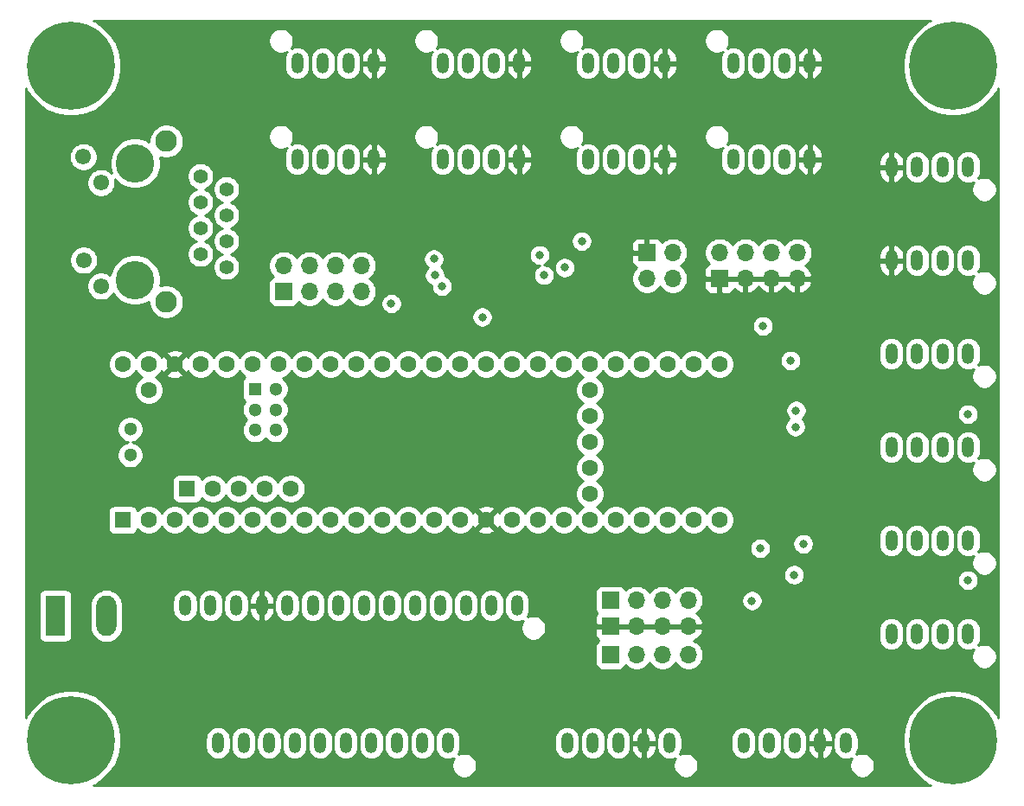
<source format=gbr>
%TF.GenerationSoftware,KiCad,Pcbnew,5.1.9-73d0e3b20d~88~ubuntu20.04.1*%
%TF.CreationDate,2021-02-26T13:03:21-08:00*%
%TF.ProjectId,TeensyMonitorV5,5465656e-7379-44d6-9f6e-69746f725635,rev?*%
%TF.SameCoordinates,Original*%
%TF.FileFunction,Copper,L3,Inr*%
%TF.FilePolarity,Positive*%
%FSLAX46Y46*%
G04 Gerber Fmt 4.6, Leading zero omitted, Abs format (unit mm)*
G04 Created by KiCad (PCBNEW 5.1.9-73d0e3b20d~88~ubuntu20.04.1) date 2021-02-26 13:03:21*
%MOMM*%
%LPD*%
G01*
G04 APERTURE LIST*
%TA.AperFunction,ComponentPad*%
%ADD10O,1.200000X2.000000*%
%TD*%
%TA.AperFunction,ComponentPad*%
%ADD11O,1.700000X1.700000*%
%TD*%
%TA.AperFunction,ComponentPad*%
%ADD12R,1.700000X1.700000*%
%TD*%
%TA.AperFunction,ComponentPad*%
%ADD13C,1.300000*%
%TD*%
%TA.AperFunction,ComponentPad*%
%ADD14C,1.600000*%
%TD*%
%TA.AperFunction,ComponentPad*%
%ADD15R,1.300000X1.300000*%
%TD*%
%TA.AperFunction,ComponentPad*%
%ADD16R,1.600000X1.600000*%
%TD*%
%TA.AperFunction,ComponentPad*%
%ADD17C,2.108200*%
%TD*%
%TA.AperFunction,ComponentPad*%
%ADD18C,3.759200*%
%TD*%
%TA.AperFunction,ComponentPad*%
%ADD19C,1.549400*%
%TD*%
%TA.AperFunction,ComponentPad*%
%ADD20C,1.397000*%
%TD*%
%TA.AperFunction,ComponentPad*%
%ADD21C,0.900000*%
%TD*%
%TA.AperFunction,ComponentPad*%
%ADD22C,8.600000*%
%TD*%
%TA.AperFunction,ComponentPad*%
%ADD23O,1.980000X3.960000*%
%TD*%
%TA.AperFunction,ComponentPad*%
%ADD24R,1.980000X3.960000*%
%TD*%
%TA.AperFunction,ViaPad*%
%ADD25C,0.800000*%
%TD*%
%TA.AperFunction,Conductor*%
%ADD26C,0.254000*%
%TD*%
%TA.AperFunction,Conductor*%
%ADD27C,0.100000*%
%TD*%
G04 APERTURE END LIST*
D10*
%TO.N,GND*%
%TO.C,J23*%
X156404000Y-73406000D03*
%TO.N,Net-(J23-Pad3)*%
X153904000Y-73406000D03*
%TO.N,Net-(J23-Pad2)*%
X151404000Y-73406000D03*
%TO.N,5V*%
X148904000Y-73406000D03*
%TD*%
%TO.N,GND*%
%TO.C,J22*%
X156404000Y-64262000D03*
%TO.N,Net-(J22-Pad3)*%
X153904000Y-64262000D03*
%TO.N,Net-(J22-Pad2)*%
X151404000Y-64262000D03*
%TO.N,5V*%
X148904000Y-64262000D03*
%TD*%
%TO.N,GND*%
%TO.C,J21*%
X156404000Y-55118000D03*
%TO.N,Net-(J21-Pad3)*%
X153904000Y-55118000D03*
%TO.N,Net-(J21-Pad2)*%
X151404000Y-55118000D03*
%TO.N,5V*%
X148904000Y-55118000D03*
%TD*%
%TO.N,GND*%
%TO.C,J20*%
X156404000Y-45974000D03*
%TO.N,Net-(J20-Pad3)*%
X153904000Y-45974000D03*
%TO.N,Net-(J20-Pad2)*%
X151404000Y-45974000D03*
%TO.N,5V*%
X148904000Y-45974000D03*
%TD*%
%TO.N,T_IRQ*%
%TO.C,U50*%
X112262000Y-70612000D03*
%TO.N,MISO*%
X109762000Y-70612000D03*
%TO.N,MOSI*%
X107262000Y-70612000D03*
%TO.N,T_CS*%
X104762000Y-70612000D03*
%TO.N,SCK*%
X102262000Y-70612000D03*
%TO.N,MISO*%
X99762000Y-70612000D03*
%TO.N,Net-(R51-Pad1)*%
X97262000Y-70612000D03*
%TO.N,SCK*%
X94762000Y-70612000D03*
%TO.N,MOSI*%
X92262000Y-70612000D03*
%TO.N,DC*%
X89762000Y-70612000D03*
%TO.N,3V3*%
X87262000Y-70612000D03*
%TO.N,CS*%
X84762000Y-70612000D03*
%TO.N,GND*%
X82262000Y-70612000D03*
%TO.N,5V*%
X79762000Y-70612000D03*
%TD*%
%TO.N,GND*%
%TO.C,J39b1*%
X156404000Y-27686000D03*
%TO.N,SDA*%
X153904000Y-27686000D03*
%TO.N,SCL*%
X151404000Y-27686000D03*
%TO.N,3V3*%
X148904000Y-27686000D03*
%TD*%
%TO.N,GND*%
%TO.C,J39a1*%
X156404000Y-36830000D03*
%TO.N,SDA*%
X153904000Y-36830000D03*
%TO.N,SCL*%
X151404000Y-36830000D03*
%TO.N,3V3*%
X148904000Y-36830000D03*
%TD*%
%TO.N,GND*%
%TO.C,J55*%
X144446000Y-84074000D03*
%TO.N,3V3*%
X141946000Y-84074000D03*
%TO.N,SCK*%
X139446000Y-84074000D03*
%TO.N,MISO*%
X136946000Y-84074000D03*
%TO.N,MOTOR1*%
X134446000Y-84074000D03*
%TD*%
%TO.N,GND*%
%TO.C,J54*%
X127174000Y-84074000D03*
%TO.N,3V3*%
X124674000Y-84074000D03*
%TO.N,SCK*%
X122174000Y-84074000D03*
%TO.N,MISO*%
X119674000Y-84074000D03*
%TO.N,MOTOR0*%
X117174000Y-84074000D03*
%TD*%
%TO.N,GND*%
%TO.C,J40*%
X105484000Y-84074000D03*
%TO.N,Net-(J40-Pad9)*%
X102984000Y-84074000D03*
%TO.N,Net-(J40-Pad8)*%
X100484000Y-84074000D03*
%TO.N,Net-(J40-Pad7)*%
X97984000Y-84074000D03*
%TO.N,Net-(J40-Pad6)*%
X95484000Y-84074000D03*
%TO.N,Net-(J40-Pad5)*%
X92984000Y-84074000D03*
%TO.N,Net-(J40-Pad4)*%
X90484000Y-84074000D03*
%TO.N,Net-(J40-Pad3)*%
X87984000Y-84074000D03*
%TO.N,Net-(J40-Pad2)*%
X85484000Y-84074000D03*
%TO.N,5V*%
X82984000Y-84074000D03*
%TD*%
%TO.N,GND*%
%TO.C,J37*%
X133410000Y-26924000D03*
%TO.N,Net-(J37-Pad3)*%
X135910000Y-26924000D03*
%TO.N,Net-(J37-Pad2)*%
X138410000Y-26924000D03*
%TO.N,3V3*%
X140910000Y-26924000D03*
%TD*%
%TO.N,GND*%
%TO.C,J36*%
X133410000Y-17526000D03*
%TO.N,Net-(J36-Pad3)*%
X135910000Y-17526000D03*
%TO.N,Net-(J36-Pad2)*%
X138410000Y-17526000D03*
%TO.N,3V3*%
X140910000Y-17526000D03*
%TD*%
%TO.N,GND*%
%TO.C,J35*%
X119186000Y-26924000D03*
%TO.N,Net-(J35-Pad3)*%
X121686000Y-26924000D03*
%TO.N,Net-(J35-Pad2)*%
X124186000Y-26924000D03*
%TO.N,3V3*%
X126686000Y-26924000D03*
%TD*%
%TO.N,GND*%
%TO.C,J34*%
X119186000Y-17526000D03*
%TO.N,Net-(J34-Pad3)*%
X121686000Y-17526000D03*
%TO.N,Net-(J34-Pad2)*%
X124186000Y-17526000D03*
%TO.N,3V3*%
X126686000Y-17526000D03*
%TD*%
%TO.N,GND*%
%TO.C,J33*%
X104962000Y-26924000D03*
%TO.N,Net-(J33-Pad3)*%
X107462000Y-26924000D03*
%TO.N,Net-(J33-Pad2)*%
X109962000Y-26924000D03*
%TO.N,3V3*%
X112462000Y-26924000D03*
%TD*%
%TO.N,GND*%
%TO.C,J32*%
X104962000Y-17526000D03*
%TO.N,Net-(J32-Pad3)*%
X107462000Y-17526000D03*
%TO.N,Net-(J32-Pad2)*%
X109962000Y-17526000D03*
%TO.N,3V3*%
X112462000Y-17526000D03*
%TD*%
%TO.N,GND*%
%TO.C,J31*%
X90738000Y-26924000D03*
%TO.N,Net-(J31-Pad3)*%
X93238000Y-26924000D03*
%TO.N,Net-(J31-Pad2)*%
X95738000Y-26924000D03*
%TO.N,3V3*%
X98238000Y-26924000D03*
%TD*%
%TO.N,GND*%
%TO.C,J30*%
X90738000Y-17526000D03*
%TO.N,Net-(J30-Pad3)*%
X93238000Y-17526000D03*
%TO.N,Net-(J30-Pad2)*%
X95738000Y-17526000D03*
%TO.N,3V3*%
X98238000Y-17526000D03*
%TD*%
D11*
%TO.N,GND*%
%TO.C,J5*%
X127508000Y-38608000D03*
%TO.N,Net-(J5-Pad3)*%
X124968000Y-38608000D03*
%TO.N,Net-(J5-Pad2)*%
X127508000Y-36068000D03*
D12*
%TO.N,3V3*%
X124968000Y-36068000D03*
%TD*%
D13*
%TO.N,N/C*%
%TO.C,U1*%
X74390000Y-53340000D03*
X74390000Y-55880000D03*
D14*
X119380000Y-49530000D03*
X119380000Y-52070000D03*
X119380000Y-54610000D03*
X119380000Y-57150000D03*
X119380000Y-59690000D03*
D13*
%TO.N,T-*%
X86630000Y-53428400D03*
%TO.N,T+*%
X88630000Y-53428400D03*
%TO.N,GND*%
X88630000Y-51428400D03*
%TO.N,LED*%
X86630000Y-51428400D03*
%TO.N,R-*%
X88630000Y-49428400D03*
D15*
%TO.N,R+*%
X86630000Y-49428400D03*
D14*
%TO.N,ANLG1*%
X114300000Y-62230000D03*
%TO.N,ANLG2*%
X116840000Y-62230000D03*
%TO.N,ANLG3*%
X119380000Y-62230000D03*
%TO.N,T_IRQ*%
X121920000Y-62230000D03*
%TO.N,ANLG0*%
X111760000Y-62230000D03*
%TO.N,3V3*%
X109220000Y-62230000D03*
%TO.N,MISO*%
X106680000Y-62230000D03*
%TO.N,T_CS*%
X124460000Y-62230000D03*
%TO.N,MOTOR0*%
X127000000Y-62230000D03*
%TO.N,MOTOR1*%
X129540000Y-62230000D03*
%TO.N,N/C*%
X132080000Y-62230000D03*
X132080000Y-46990000D03*
%TO.N,TRG3*%
X129540000Y-46990000D03*
%TO.N,ECHO3*%
X127000000Y-46990000D03*
%TO.N,TRG2*%
X124460000Y-46990000D03*
%TO.N,ECHO2*%
X121920000Y-46990000D03*
%TO.N,N/C*%
X119380000Y-46990000D03*
X116840000Y-46990000D03*
%TO.N,TRG1*%
X114300000Y-46990000D03*
%TO.N,ECHO1*%
X111760000Y-46990000D03*
%TO.N,GND*%
X109220000Y-46990000D03*
%TO.N,MOSI*%
X104140000Y-62230000D03*
%TO.N,CS*%
X101600000Y-62230000D03*
%TO.N,DC*%
X99060000Y-62230000D03*
%TO.N,I2CRESET*%
X96520000Y-62230000D03*
%TO.N,RLY7*%
X93980000Y-62230000D03*
%TO.N,RLY6*%
X91440000Y-62230000D03*
%TO.N,RLY5*%
X88900000Y-62230000D03*
%TO.N,RLY4*%
X86360000Y-62230000D03*
%TO.N,RLY3*%
X83820000Y-62230000D03*
%TO.N,RLY2*%
X81280000Y-62230000D03*
%TO.N,RLY1*%
X78740000Y-62230000D03*
%TO.N,RLY0*%
X76200000Y-62230000D03*
D16*
%TO.N,GND*%
X73660000Y-62230000D03*
D14*
%TO.N,SCK*%
X106680000Y-46990000D03*
%TO.N,TRG0*%
X104140000Y-46990000D03*
%TO.N,ECHO0*%
X101600000Y-46990000D03*
%TO.N,N/C*%
X99060000Y-46990000D03*
X96520000Y-46990000D03*
%TO.N,SDA*%
X93980000Y-46990000D03*
%TO.N,SCL*%
X91440000Y-46990000D03*
%TO.N,N/C*%
X88900000Y-46990000D03*
X86360000Y-46990000D03*
%TO.N,Net-(J5-Pad2)*%
X83820000Y-46990000D03*
%TO.N,Net-(J5-Pad3)*%
X81280000Y-46990000D03*
%TO.N,3V3*%
X78740000Y-46990000D03*
%TO.N,GND*%
X76200000Y-46990000D03*
%TO.N,5V*%
X73660000Y-46990000D03*
D16*
%TO.N,N/C*%
X79959200Y-59179200D03*
D14*
X82499200Y-59179200D03*
X85039200Y-59179200D03*
X87579200Y-59179200D03*
X90119200Y-59179200D03*
X76200000Y-49530000D03*
%TD*%
D17*
%TO.N,N/C*%
%TO.C,J4*%
X77940010Y-40894998D03*
X77940010Y-25145002D03*
D18*
X74890010Y-38735000D03*
X74890010Y-27305000D03*
D19*
X71530010Y-39345000D03*
X69830010Y-36805000D03*
%TO.N,LED*%
X71530010Y-29235000D03*
%TO.N,GND*%
X69810010Y-26695000D03*
D20*
%TO.N,N/C*%
X81260010Y-36195000D03*
%TO.N,Net-(C1-Pad2)*%
X81260010Y-33655000D03*
%TO.N,T-*%
X81260010Y-31115000D03*
%TO.N,T+*%
X81260010Y-28575000D03*
%TO.N,GND*%
X83800010Y-37465000D03*
%TO.N,R-*%
X83800010Y-34925000D03*
%TO.N,R+*%
X83800010Y-32385000D03*
%TO.N,Net-(C1-Pad2)*%
X83800010Y-29845000D03*
%TD*%
D11*
%TO.N,GND*%
%TO.C,J3*%
X139700000Y-36068000D03*
%TO.N,3V3*%
X139700000Y-38608000D03*
%TO.N,GND*%
X137160000Y-36068000D03*
%TO.N,3V3*%
X137160000Y-38608000D03*
%TO.N,GND*%
X134620000Y-36068000D03*
%TO.N,3V3*%
X134620000Y-38608000D03*
%TO.N,GND*%
X132080000Y-36068000D03*
D12*
%TO.N,3V3*%
X132080000Y-38608000D03*
%TD*%
D21*
%TO.N,N/C*%
%TO.C,H4*%
X157220419Y-81539581D03*
X154940000Y-80595000D03*
X152659581Y-81539581D03*
X151715000Y-83820000D03*
X152659581Y-86100419D03*
X154940000Y-87045000D03*
X157220419Y-86100419D03*
X158165000Y-83820000D03*
D22*
X154940000Y-83820000D03*
%TD*%
D21*
%TO.N,N/C*%
%TO.C,H3*%
X157220419Y-15499581D03*
X154940000Y-14555000D03*
X152659581Y-15499581D03*
X151715000Y-17780000D03*
X152659581Y-20060419D03*
X154940000Y-21005000D03*
X157220419Y-20060419D03*
X158165000Y-17780000D03*
D22*
X154940000Y-17780000D03*
%TD*%
D21*
%TO.N,N/C*%
%TO.C,H2*%
X70860419Y-81539581D03*
X68580000Y-80595000D03*
X66299581Y-81539581D03*
X65355000Y-83820000D03*
X66299581Y-86100419D03*
X68580000Y-87045000D03*
X70860419Y-86100419D03*
X71805000Y-83820000D03*
D22*
X68580000Y-83820000D03*
%TD*%
D21*
%TO.N,N/C*%
%TO.C,H1*%
X70860419Y-15499581D03*
X68580000Y-14555000D03*
X66299581Y-15499581D03*
X65355000Y-17780000D03*
X66299581Y-20060419D03*
X68580000Y-21005000D03*
X70860419Y-20060419D03*
X71805000Y-17780000D03*
D22*
X68580000Y-17780000D03*
%TD*%
D11*
%TO.N,GND*%
%TO.C,J53*%
X129032000Y-70104000D03*
X126492000Y-70104000D03*
X123952000Y-70104000D03*
D12*
X121412000Y-70104000D03*
%TD*%
D11*
%TO.N,3V3*%
%TO.C,J52*%
X129032000Y-72644000D03*
X126492000Y-72644000D03*
X123952000Y-72644000D03*
D12*
X121412000Y-72644000D03*
%TD*%
D11*
%TO.N,ANLG3*%
%TO.C,J51*%
X129032000Y-75438000D03*
%TO.N,ANLG2*%
X126492000Y-75438000D03*
%TO.N,ANLG1*%
X123952000Y-75438000D03*
D12*
%TO.N,ANLG0*%
X121412000Y-75438000D03*
%TD*%
D11*
%TO.N,GND*%
%TO.C,J2*%
X97028000Y-37338000D03*
%TO.N,5V*%
X97028000Y-39878000D03*
%TO.N,GND*%
X94488000Y-37338000D03*
%TO.N,5V*%
X94488000Y-39878000D03*
%TO.N,GND*%
X91948000Y-37338000D03*
%TO.N,5V*%
X91948000Y-39878000D03*
%TO.N,GND*%
X89408000Y-37338000D03*
D12*
%TO.N,5V*%
X89408000Y-39878000D03*
%TD*%
D23*
%TO.N,GND*%
%TO.C,J1*%
X72056000Y-71628000D03*
D24*
%TO.N,5V*%
X67056000Y-71628000D03*
%TD*%
D25*
%TO.N,GND*%
X108859600Y-42369500D03*
%TO.N,5V*%
X139573100Y-51522800D03*
X136335000Y-43242500D03*
%TO.N,Net-(J31-Pad2)*%
X104210000Y-38289800D03*
%TO.N,Net-(J32-Pad3)*%
X104907500Y-39341500D03*
%TO.N,TRG0*%
X139048100Y-46640600D03*
%TO.N,TRG1*%
X139513800Y-53121500D03*
%TO.N,TRG2*%
X140277500Y-64570800D03*
%TO.N,TRG3*%
X139380000Y-67615800D03*
%TO.N,ECHO3*%
X135249300Y-70143000D03*
%TO.N,SCL*%
X114473100Y-36292600D03*
%TO.N,I2CRESET*%
X99946900Y-41054300D03*
%TO.N,GND*%
X156404000Y-51876000D03*
X156404000Y-68132000D03*
%TO.N,Net-(J22-Pad3)*%
X136067200Y-65015000D03*
%TO.N,Net-(J30-Pad2)*%
X104123800Y-36684000D03*
%TO.N,Net-(J36-Pad2)*%
X116922000Y-37539100D03*
%TO.N,Net-(J37-Pad3)*%
X118584700Y-34950300D03*
X114885600Y-38283000D03*
%TD*%
D26*
%TO.N,3V3*%
X152602401Y-13406660D02*
X151794121Y-13946735D01*
X151106735Y-14634121D01*
X150566660Y-15442401D01*
X150194650Y-16340514D01*
X150005000Y-17293945D01*
X150005000Y-18266055D01*
X150194650Y-19219486D01*
X150566660Y-20117599D01*
X151106735Y-20925879D01*
X151794121Y-21613265D01*
X152602401Y-22153340D01*
X153500514Y-22525350D01*
X154453945Y-22715000D01*
X155426055Y-22715000D01*
X156379486Y-22525350D01*
X157277599Y-22153340D01*
X158085879Y-21613265D01*
X158773265Y-20925879D01*
X159313340Y-20117599D01*
X159360001Y-20004949D01*
X159360000Y-81595048D01*
X159313340Y-81482401D01*
X158773265Y-80674121D01*
X158085879Y-79986735D01*
X157277599Y-79446660D01*
X156379486Y-79074650D01*
X155426055Y-78885000D01*
X154453945Y-78885000D01*
X153500514Y-79074650D01*
X152602401Y-79446660D01*
X151794121Y-79986735D01*
X151106735Y-80674121D01*
X150566660Y-81482401D01*
X150194650Y-82380514D01*
X150005000Y-83333945D01*
X150005000Y-84306055D01*
X150194650Y-85259486D01*
X150566660Y-86157599D01*
X151106735Y-86965879D01*
X151794121Y-87653265D01*
X152602401Y-88193340D01*
X152715048Y-88240000D01*
X70804952Y-88240000D01*
X70917599Y-88193340D01*
X71725879Y-87653265D01*
X72413265Y-86965879D01*
X72953340Y-86157599D01*
X73325350Y-85259486D01*
X73515000Y-84306055D01*
X73515000Y-83613336D01*
X81749000Y-83613336D01*
X81749000Y-84534665D01*
X81766870Y-84716102D01*
X81837489Y-84948901D01*
X81952168Y-85163449D01*
X82106499Y-85351502D01*
X82294552Y-85505833D01*
X82509100Y-85620511D01*
X82741899Y-85691130D01*
X82984000Y-85714975D01*
X83226102Y-85691130D01*
X83458901Y-85620511D01*
X83673449Y-85505833D01*
X83861502Y-85351502D01*
X84015833Y-85163449D01*
X84130511Y-84948901D01*
X84201130Y-84716101D01*
X84219000Y-84534664D01*
X84219000Y-83613336D01*
X84249000Y-83613336D01*
X84249000Y-84534665D01*
X84266870Y-84716102D01*
X84337489Y-84948901D01*
X84452168Y-85163449D01*
X84606499Y-85351502D01*
X84794552Y-85505833D01*
X85009100Y-85620511D01*
X85241899Y-85691130D01*
X85484000Y-85714975D01*
X85726102Y-85691130D01*
X85958901Y-85620511D01*
X86173449Y-85505833D01*
X86361502Y-85351502D01*
X86515833Y-85163449D01*
X86630511Y-84948901D01*
X86701130Y-84716101D01*
X86719000Y-84534664D01*
X86719000Y-83613336D01*
X86749000Y-83613336D01*
X86749000Y-84534665D01*
X86766870Y-84716102D01*
X86837489Y-84948901D01*
X86952168Y-85163449D01*
X87106499Y-85351502D01*
X87294552Y-85505833D01*
X87509100Y-85620511D01*
X87741899Y-85691130D01*
X87984000Y-85714975D01*
X88226102Y-85691130D01*
X88458901Y-85620511D01*
X88673449Y-85505833D01*
X88861502Y-85351502D01*
X89015833Y-85163449D01*
X89130511Y-84948901D01*
X89201130Y-84716101D01*
X89219000Y-84534664D01*
X89219000Y-83613336D01*
X89249000Y-83613336D01*
X89249000Y-84534665D01*
X89266870Y-84716102D01*
X89337489Y-84948901D01*
X89452168Y-85163449D01*
X89606499Y-85351502D01*
X89794552Y-85505833D01*
X90009100Y-85620511D01*
X90241899Y-85691130D01*
X90484000Y-85714975D01*
X90726102Y-85691130D01*
X90958901Y-85620511D01*
X91173449Y-85505833D01*
X91361502Y-85351502D01*
X91515833Y-85163449D01*
X91630511Y-84948901D01*
X91701130Y-84716101D01*
X91719000Y-84534664D01*
X91719000Y-83613336D01*
X91749000Y-83613336D01*
X91749000Y-84534665D01*
X91766870Y-84716102D01*
X91837489Y-84948901D01*
X91952168Y-85163449D01*
X92106499Y-85351502D01*
X92294552Y-85505833D01*
X92509100Y-85620511D01*
X92741899Y-85691130D01*
X92984000Y-85714975D01*
X93226102Y-85691130D01*
X93458901Y-85620511D01*
X93673449Y-85505833D01*
X93861502Y-85351502D01*
X94015833Y-85163449D01*
X94130511Y-84948901D01*
X94201130Y-84716101D01*
X94219000Y-84534664D01*
X94219000Y-83613336D01*
X94249000Y-83613336D01*
X94249000Y-84534665D01*
X94266870Y-84716102D01*
X94337489Y-84948901D01*
X94452168Y-85163449D01*
X94606499Y-85351502D01*
X94794552Y-85505833D01*
X95009100Y-85620511D01*
X95241899Y-85691130D01*
X95484000Y-85714975D01*
X95726102Y-85691130D01*
X95958901Y-85620511D01*
X96173449Y-85505833D01*
X96361502Y-85351502D01*
X96515833Y-85163449D01*
X96630511Y-84948901D01*
X96701130Y-84716101D01*
X96719000Y-84534664D01*
X96719000Y-83613336D01*
X96749000Y-83613336D01*
X96749000Y-84534665D01*
X96766870Y-84716102D01*
X96837489Y-84948901D01*
X96952168Y-85163449D01*
X97106499Y-85351502D01*
X97294552Y-85505833D01*
X97509100Y-85620511D01*
X97741899Y-85691130D01*
X97984000Y-85714975D01*
X98226102Y-85691130D01*
X98458901Y-85620511D01*
X98673449Y-85505833D01*
X98861502Y-85351502D01*
X99015833Y-85163449D01*
X99130511Y-84948901D01*
X99201130Y-84716101D01*
X99219000Y-84534664D01*
X99219000Y-83613336D01*
X99249000Y-83613336D01*
X99249000Y-84534665D01*
X99266870Y-84716102D01*
X99337489Y-84948901D01*
X99452168Y-85163449D01*
X99606499Y-85351502D01*
X99794552Y-85505833D01*
X100009100Y-85620511D01*
X100241899Y-85691130D01*
X100484000Y-85714975D01*
X100726102Y-85691130D01*
X100958901Y-85620511D01*
X101173449Y-85505833D01*
X101361502Y-85351502D01*
X101515833Y-85163449D01*
X101630511Y-84948901D01*
X101701130Y-84716101D01*
X101719000Y-84534664D01*
X101719000Y-83613336D01*
X101749000Y-83613336D01*
X101749000Y-84534665D01*
X101766870Y-84716102D01*
X101837489Y-84948901D01*
X101952168Y-85163449D01*
X102106499Y-85351502D01*
X102294552Y-85505833D01*
X102509100Y-85620511D01*
X102741899Y-85691130D01*
X102984000Y-85714975D01*
X103226102Y-85691130D01*
X103458901Y-85620511D01*
X103673449Y-85505833D01*
X103861502Y-85351502D01*
X104015833Y-85163449D01*
X104130511Y-84948901D01*
X104201130Y-84716101D01*
X104219000Y-84534664D01*
X104219000Y-83613336D01*
X104249000Y-83613336D01*
X104249000Y-84534665D01*
X104266870Y-84716102D01*
X104337489Y-84948901D01*
X104452168Y-85163449D01*
X104606499Y-85351502D01*
X104794552Y-85505833D01*
X105009100Y-85620511D01*
X105241899Y-85691130D01*
X105484000Y-85714975D01*
X105726102Y-85691130D01*
X105958901Y-85620511D01*
X106077784Y-85556967D01*
X105989557Y-85689008D01*
X105896460Y-85913764D01*
X105849000Y-86152363D01*
X105849000Y-86395637D01*
X105896460Y-86634236D01*
X105989557Y-86858992D01*
X106124713Y-87061267D01*
X106296733Y-87233287D01*
X106499008Y-87368443D01*
X106723764Y-87461540D01*
X106962363Y-87509000D01*
X107205637Y-87509000D01*
X107444236Y-87461540D01*
X107668992Y-87368443D01*
X107871267Y-87233287D01*
X108043287Y-87061267D01*
X108178443Y-86858992D01*
X108271540Y-86634236D01*
X108319000Y-86395637D01*
X108319000Y-86152363D01*
X108271540Y-85913764D01*
X108178443Y-85689008D01*
X108043287Y-85486733D01*
X107871267Y-85314713D01*
X107668992Y-85179557D01*
X107444236Y-85086460D01*
X107205637Y-85039000D01*
X106962363Y-85039000D01*
X106723764Y-85086460D01*
X106504470Y-85177294D01*
X106515833Y-85163449D01*
X106630511Y-84948901D01*
X106701130Y-84716101D01*
X106719000Y-84534664D01*
X106719000Y-83613336D01*
X115939000Y-83613336D01*
X115939000Y-84534665D01*
X115956870Y-84716102D01*
X116027489Y-84948901D01*
X116142168Y-85163449D01*
X116296499Y-85351502D01*
X116484552Y-85505833D01*
X116699100Y-85620511D01*
X116931899Y-85691130D01*
X117174000Y-85714975D01*
X117416102Y-85691130D01*
X117648901Y-85620511D01*
X117863449Y-85505833D01*
X118051502Y-85351502D01*
X118205833Y-85163449D01*
X118320511Y-84948901D01*
X118391130Y-84716101D01*
X118409000Y-84534664D01*
X118409000Y-83613336D01*
X118439000Y-83613336D01*
X118439000Y-84534665D01*
X118456870Y-84716102D01*
X118527489Y-84948901D01*
X118642168Y-85163449D01*
X118796499Y-85351502D01*
X118984552Y-85505833D01*
X119199100Y-85620511D01*
X119431899Y-85691130D01*
X119674000Y-85714975D01*
X119916102Y-85691130D01*
X120148901Y-85620511D01*
X120363449Y-85505833D01*
X120551502Y-85351502D01*
X120705833Y-85163449D01*
X120820511Y-84948901D01*
X120891130Y-84716101D01*
X120909000Y-84534664D01*
X120909000Y-83613336D01*
X120939000Y-83613336D01*
X120939000Y-84534665D01*
X120956870Y-84716102D01*
X121027489Y-84948901D01*
X121142168Y-85163449D01*
X121296499Y-85351502D01*
X121484552Y-85505833D01*
X121699100Y-85620511D01*
X121931899Y-85691130D01*
X122174000Y-85714975D01*
X122416102Y-85691130D01*
X122648901Y-85620511D01*
X122863449Y-85505833D01*
X123051502Y-85351502D01*
X123205833Y-85163449D01*
X123320511Y-84948901D01*
X123391130Y-84716101D01*
X123409000Y-84534664D01*
X123409000Y-84201000D01*
X123439000Y-84201000D01*
X123439000Y-84601000D01*
X123487507Y-84839496D01*
X123581610Y-85063946D01*
X123717693Y-85265725D01*
X123890526Y-85437078D01*
X124093467Y-85571421D01*
X124318718Y-85663591D01*
X124356391Y-85667462D01*
X124547000Y-85542731D01*
X124547000Y-84201000D01*
X124801000Y-84201000D01*
X124801000Y-85542731D01*
X124991609Y-85667462D01*
X125029282Y-85663591D01*
X125254533Y-85571421D01*
X125457474Y-85437078D01*
X125630307Y-85265725D01*
X125766390Y-85063946D01*
X125860493Y-84839496D01*
X125909000Y-84601000D01*
X125909000Y-84201000D01*
X124801000Y-84201000D01*
X124547000Y-84201000D01*
X123439000Y-84201000D01*
X123409000Y-84201000D01*
X123409000Y-83613335D01*
X123402467Y-83547000D01*
X123439000Y-83547000D01*
X123439000Y-83947000D01*
X124547000Y-83947000D01*
X124547000Y-82605269D01*
X124801000Y-82605269D01*
X124801000Y-83947000D01*
X125909000Y-83947000D01*
X125909000Y-83613336D01*
X125939000Y-83613336D01*
X125939000Y-84534665D01*
X125956870Y-84716102D01*
X126027489Y-84948901D01*
X126142168Y-85163449D01*
X126296499Y-85351502D01*
X126484552Y-85505833D01*
X126699100Y-85620511D01*
X126931899Y-85691130D01*
X127174000Y-85714975D01*
X127416102Y-85691130D01*
X127648901Y-85620511D01*
X127767784Y-85556967D01*
X127679557Y-85689008D01*
X127586460Y-85913764D01*
X127539000Y-86152363D01*
X127539000Y-86395637D01*
X127586460Y-86634236D01*
X127679557Y-86858992D01*
X127814713Y-87061267D01*
X127986733Y-87233287D01*
X128189008Y-87368443D01*
X128413764Y-87461540D01*
X128652363Y-87509000D01*
X128895637Y-87509000D01*
X129134236Y-87461540D01*
X129358992Y-87368443D01*
X129561267Y-87233287D01*
X129733287Y-87061267D01*
X129868443Y-86858992D01*
X129961540Y-86634236D01*
X130009000Y-86395637D01*
X130009000Y-86152363D01*
X129961540Y-85913764D01*
X129868443Y-85689008D01*
X129733287Y-85486733D01*
X129561267Y-85314713D01*
X129358992Y-85179557D01*
X129134236Y-85086460D01*
X128895637Y-85039000D01*
X128652363Y-85039000D01*
X128413764Y-85086460D01*
X128194470Y-85177294D01*
X128205833Y-85163449D01*
X128320511Y-84948901D01*
X128391130Y-84716101D01*
X128409000Y-84534664D01*
X128409000Y-83613336D01*
X133211000Y-83613336D01*
X133211000Y-84534665D01*
X133228870Y-84716102D01*
X133299489Y-84948901D01*
X133414168Y-85163449D01*
X133568499Y-85351502D01*
X133756552Y-85505833D01*
X133971100Y-85620511D01*
X134203899Y-85691130D01*
X134446000Y-85714975D01*
X134688102Y-85691130D01*
X134920901Y-85620511D01*
X135135449Y-85505833D01*
X135323502Y-85351502D01*
X135477833Y-85163449D01*
X135592511Y-84948901D01*
X135663130Y-84716101D01*
X135681000Y-84534664D01*
X135681000Y-83613336D01*
X135711000Y-83613336D01*
X135711000Y-84534665D01*
X135728870Y-84716102D01*
X135799489Y-84948901D01*
X135914168Y-85163449D01*
X136068499Y-85351502D01*
X136256552Y-85505833D01*
X136471100Y-85620511D01*
X136703899Y-85691130D01*
X136946000Y-85714975D01*
X137188102Y-85691130D01*
X137420901Y-85620511D01*
X137635449Y-85505833D01*
X137823502Y-85351502D01*
X137977833Y-85163449D01*
X138092511Y-84948901D01*
X138163130Y-84716101D01*
X138181000Y-84534664D01*
X138181000Y-83613336D01*
X138211000Y-83613336D01*
X138211000Y-84534665D01*
X138228870Y-84716102D01*
X138299489Y-84948901D01*
X138414168Y-85163449D01*
X138568499Y-85351502D01*
X138756552Y-85505833D01*
X138971100Y-85620511D01*
X139203899Y-85691130D01*
X139446000Y-85714975D01*
X139688102Y-85691130D01*
X139920901Y-85620511D01*
X140135449Y-85505833D01*
X140323502Y-85351502D01*
X140477833Y-85163449D01*
X140592511Y-84948901D01*
X140663130Y-84716101D01*
X140681000Y-84534664D01*
X140681000Y-84201000D01*
X140711000Y-84201000D01*
X140711000Y-84601000D01*
X140759507Y-84839496D01*
X140853610Y-85063946D01*
X140989693Y-85265725D01*
X141162526Y-85437078D01*
X141365467Y-85571421D01*
X141590718Y-85663591D01*
X141628391Y-85667462D01*
X141819000Y-85542731D01*
X141819000Y-84201000D01*
X142073000Y-84201000D01*
X142073000Y-85542731D01*
X142263609Y-85667462D01*
X142301282Y-85663591D01*
X142526533Y-85571421D01*
X142729474Y-85437078D01*
X142902307Y-85265725D01*
X143038390Y-85063946D01*
X143132493Y-84839496D01*
X143181000Y-84601000D01*
X143181000Y-84201000D01*
X142073000Y-84201000D01*
X141819000Y-84201000D01*
X140711000Y-84201000D01*
X140681000Y-84201000D01*
X140681000Y-83613335D01*
X140674467Y-83547000D01*
X140711000Y-83547000D01*
X140711000Y-83947000D01*
X141819000Y-83947000D01*
X141819000Y-82605269D01*
X142073000Y-82605269D01*
X142073000Y-83947000D01*
X143181000Y-83947000D01*
X143181000Y-83613336D01*
X143211000Y-83613336D01*
X143211000Y-84534665D01*
X143228870Y-84716102D01*
X143299489Y-84948901D01*
X143414168Y-85163449D01*
X143568499Y-85351502D01*
X143756552Y-85505833D01*
X143971100Y-85620511D01*
X144203899Y-85691130D01*
X144446000Y-85714975D01*
X144688102Y-85691130D01*
X144920901Y-85620511D01*
X145039784Y-85556967D01*
X144951557Y-85689008D01*
X144858460Y-85913764D01*
X144811000Y-86152363D01*
X144811000Y-86395637D01*
X144858460Y-86634236D01*
X144951557Y-86858992D01*
X145086713Y-87061267D01*
X145258733Y-87233287D01*
X145461008Y-87368443D01*
X145685764Y-87461540D01*
X145924363Y-87509000D01*
X146167637Y-87509000D01*
X146406236Y-87461540D01*
X146630992Y-87368443D01*
X146833267Y-87233287D01*
X147005287Y-87061267D01*
X147140443Y-86858992D01*
X147233540Y-86634236D01*
X147281000Y-86395637D01*
X147281000Y-86152363D01*
X147233540Y-85913764D01*
X147140443Y-85689008D01*
X147005287Y-85486733D01*
X146833267Y-85314713D01*
X146630992Y-85179557D01*
X146406236Y-85086460D01*
X146167637Y-85039000D01*
X145924363Y-85039000D01*
X145685764Y-85086460D01*
X145466470Y-85177294D01*
X145477833Y-85163449D01*
X145592511Y-84948901D01*
X145663130Y-84716101D01*
X145681000Y-84534664D01*
X145681000Y-83613335D01*
X145663130Y-83431898D01*
X145592511Y-83199099D01*
X145477833Y-82984551D01*
X145323502Y-82796498D01*
X145135448Y-82642167D01*
X144920900Y-82527489D01*
X144688101Y-82456870D01*
X144446000Y-82433025D01*
X144203898Y-82456870D01*
X143971099Y-82527489D01*
X143756551Y-82642167D01*
X143568498Y-82796498D01*
X143414167Y-82984552D01*
X143299489Y-83199100D01*
X143228870Y-83431899D01*
X143211000Y-83613336D01*
X143181000Y-83613336D01*
X143181000Y-83547000D01*
X143132493Y-83308504D01*
X143038390Y-83084054D01*
X142902307Y-82882275D01*
X142729474Y-82710922D01*
X142526533Y-82576579D01*
X142301282Y-82484409D01*
X142263609Y-82480538D01*
X142073000Y-82605269D01*
X141819000Y-82605269D01*
X141628391Y-82480538D01*
X141590718Y-82484409D01*
X141365467Y-82576579D01*
X141162526Y-82710922D01*
X140989693Y-82882275D01*
X140853610Y-83084054D01*
X140759507Y-83308504D01*
X140711000Y-83547000D01*
X140674467Y-83547000D01*
X140663130Y-83431898D01*
X140592511Y-83199099D01*
X140477833Y-82984551D01*
X140323502Y-82796498D01*
X140135448Y-82642167D01*
X139920900Y-82527489D01*
X139688101Y-82456870D01*
X139446000Y-82433025D01*
X139203898Y-82456870D01*
X138971099Y-82527489D01*
X138756551Y-82642167D01*
X138568498Y-82796498D01*
X138414167Y-82984552D01*
X138299489Y-83199100D01*
X138228870Y-83431899D01*
X138211000Y-83613336D01*
X138181000Y-83613336D01*
X138181000Y-83613335D01*
X138163130Y-83431898D01*
X138092511Y-83199099D01*
X137977833Y-82984551D01*
X137823502Y-82796498D01*
X137635448Y-82642167D01*
X137420900Y-82527489D01*
X137188101Y-82456870D01*
X136946000Y-82433025D01*
X136703898Y-82456870D01*
X136471099Y-82527489D01*
X136256551Y-82642167D01*
X136068498Y-82796498D01*
X135914167Y-82984552D01*
X135799489Y-83199100D01*
X135728870Y-83431899D01*
X135711000Y-83613336D01*
X135681000Y-83613336D01*
X135681000Y-83613335D01*
X135663130Y-83431898D01*
X135592511Y-83199099D01*
X135477833Y-82984551D01*
X135323502Y-82796498D01*
X135135448Y-82642167D01*
X134920900Y-82527489D01*
X134688101Y-82456870D01*
X134446000Y-82433025D01*
X134203898Y-82456870D01*
X133971099Y-82527489D01*
X133756551Y-82642167D01*
X133568498Y-82796498D01*
X133414167Y-82984552D01*
X133299489Y-83199100D01*
X133228870Y-83431899D01*
X133211000Y-83613336D01*
X128409000Y-83613336D01*
X128409000Y-83613335D01*
X128391130Y-83431898D01*
X128320511Y-83199099D01*
X128205833Y-82984551D01*
X128051502Y-82796498D01*
X127863448Y-82642167D01*
X127648900Y-82527489D01*
X127416101Y-82456870D01*
X127174000Y-82433025D01*
X126931898Y-82456870D01*
X126699099Y-82527489D01*
X126484551Y-82642167D01*
X126296498Y-82796498D01*
X126142167Y-82984552D01*
X126027489Y-83199100D01*
X125956870Y-83431899D01*
X125939000Y-83613336D01*
X125909000Y-83613336D01*
X125909000Y-83547000D01*
X125860493Y-83308504D01*
X125766390Y-83084054D01*
X125630307Y-82882275D01*
X125457474Y-82710922D01*
X125254533Y-82576579D01*
X125029282Y-82484409D01*
X124991609Y-82480538D01*
X124801000Y-82605269D01*
X124547000Y-82605269D01*
X124356391Y-82480538D01*
X124318718Y-82484409D01*
X124093467Y-82576579D01*
X123890526Y-82710922D01*
X123717693Y-82882275D01*
X123581610Y-83084054D01*
X123487507Y-83308504D01*
X123439000Y-83547000D01*
X123402467Y-83547000D01*
X123391130Y-83431898D01*
X123320511Y-83199099D01*
X123205833Y-82984551D01*
X123051502Y-82796498D01*
X122863448Y-82642167D01*
X122648900Y-82527489D01*
X122416101Y-82456870D01*
X122174000Y-82433025D01*
X121931898Y-82456870D01*
X121699099Y-82527489D01*
X121484551Y-82642167D01*
X121296498Y-82796498D01*
X121142167Y-82984552D01*
X121027489Y-83199100D01*
X120956870Y-83431899D01*
X120939000Y-83613336D01*
X120909000Y-83613336D01*
X120909000Y-83613335D01*
X120891130Y-83431898D01*
X120820511Y-83199099D01*
X120705833Y-82984551D01*
X120551502Y-82796498D01*
X120363448Y-82642167D01*
X120148900Y-82527489D01*
X119916101Y-82456870D01*
X119674000Y-82433025D01*
X119431898Y-82456870D01*
X119199099Y-82527489D01*
X118984551Y-82642167D01*
X118796498Y-82796498D01*
X118642167Y-82984552D01*
X118527489Y-83199100D01*
X118456870Y-83431899D01*
X118439000Y-83613336D01*
X118409000Y-83613336D01*
X118409000Y-83613335D01*
X118391130Y-83431898D01*
X118320511Y-83199099D01*
X118205833Y-82984551D01*
X118051502Y-82796498D01*
X117863448Y-82642167D01*
X117648900Y-82527489D01*
X117416101Y-82456870D01*
X117174000Y-82433025D01*
X116931898Y-82456870D01*
X116699099Y-82527489D01*
X116484551Y-82642167D01*
X116296498Y-82796498D01*
X116142167Y-82984552D01*
X116027489Y-83199100D01*
X115956870Y-83431899D01*
X115939000Y-83613336D01*
X106719000Y-83613336D01*
X106719000Y-83613335D01*
X106701130Y-83431898D01*
X106630511Y-83199099D01*
X106515833Y-82984551D01*
X106361502Y-82796498D01*
X106173448Y-82642167D01*
X105958900Y-82527489D01*
X105726101Y-82456870D01*
X105484000Y-82433025D01*
X105241898Y-82456870D01*
X105009099Y-82527489D01*
X104794551Y-82642167D01*
X104606498Y-82796498D01*
X104452167Y-82984552D01*
X104337489Y-83199100D01*
X104266870Y-83431899D01*
X104249000Y-83613336D01*
X104219000Y-83613336D01*
X104219000Y-83613335D01*
X104201130Y-83431898D01*
X104130511Y-83199099D01*
X104015833Y-82984551D01*
X103861502Y-82796498D01*
X103673448Y-82642167D01*
X103458900Y-82527489D01*
X103226101Y-82456870D01*
X102984000Y-82433025D01*
X102741898Y-82456870D01*
X102509099Y-82527489D01*
X102294551Y-82642167D01*
X102106498Y-82796498D01*
X101952167Y-82984552D01*
X101837489Y-83199100D01*
X101766870Y-83431899D01*
X101749000Y-83613336D01*
X101719000Y-83613336D01*
X101719000Y-83613335D01*
X101701130Y-83431898D01*
X101630511Y-83199099D01*
X101515833Y-82984551D01*
X101361502Y-82796498D01*
X101173448Y-82642167D01*
X100958900Y-82527489D01*
X100726101Y-82456870D01*
X100484000Y-82433025D01*
X100241898Y-82456870D01*
X100009099Y-82527489D01*
X99794551Y-82642167D01*
X99606498Y-82796498D01*
X99452167Y-82984552D01*
X99337489Y-83199100D01*
X99266870Y-83431899D01*
X99249000Y-83613336D01*
X99219000Y-83613336D01*
X99219000Y-83613335D01*
X99201130Y-83431898D01*
X99130511Y-83199099D01*
X99015833Y-82984551D01*
X98861502Y-82796498D01*
X98673448Y-82642167D01*
X98458900Y-82527489D01*
X98226101Y-82456870D01*
X97984000Y-82433025D01*
X97741898Y-82456870D01*
X97509099Y-82527489D01*
X97294551Y-82642167D01*
X97106498Y-82796498D01*
X96952167Y-82984552D01*
X96837489Y-83199100D01*
X96766870Y-83431899D01*
X96749000Y-83613336D01*
X96719000Y-83613336D01*
X96719000Y-83613335D01*
X96701130Y-83431898D01*
X96630511Y-83199099D01*
X96515833Y-82984551D01*
X96361502Y-82796498D01*
X96173448Y-82642167D01*
X95958900Y-82527489D01*
X95726101Y-82456870D01*
X95484000Y-82433025D01*
X95241898Y-82456870D01*
X95009099Y-82527489D01*
X94794551Y-82642167D01*
X94606498Y-82796498D01*
X94452167Y-82984552D01*
X94337489Y-83199100D01*
X94266870Y-83431899D01*
X94249000Y-83613336D01*
X94219000Y-83613336D01*
X94219000Y-83613335D01*
X94201130Y-83431898D01*
X94130511Y-83199099D01*
X94015833Y-82984551D01*
X93861502Y-82796498D01*
X93673448Y-82642167D01*
X93458900Y-82527489D01*
X93226101Y-82456870D01*
X92984000Y-82433025D01*
X92741898Y-82456870D01*
X92509099Y-82527489D01*
X92294551Y-82642167D01*
X92106498Y-82796498D01*
X91952167Y-82984552D01*
X91837489Y-83199100D01*
X91766870Y-83431899D01*
X91749000Y-83613336D01*
X91719000Y-83613336D01*
X91719000Y-83613335D01*
X91701130Y-83431898D01*
X91630511Y-83199099D01*
X91515833Y-82984551D01*
X91361502Y-82796498D01*
X91173448Y-82642167D01*
X90958900Y-82527489D01*
X90726101Y-82456870D01*
X90484000Y-82433025D01*
X90241898Y-82456870D01*
X90009099Y-82527489D01*
X89794551Y-82642167D01*
X89606498Y-82796498D01*
X89452167Y-82984552D01*
X89337489Y-83199100D01*
X89266870Y-83431899D01*
X89249000Y-83613336D01*
X89219000Y-83613336D01*
X89219000Y-83613335D01*
X89201130Y-83431898D01*
X89130511Y-83199099D01*
X89015833Y-82984551D01*
X88861502Y-82796498D01*
X88673448Y-82642167D01*
X88458900Y-82527489D01*
X88226101Y-82456870D01*
X87984000Y-82433025D01*
X87741898Y-82456870D01*
X87509099Y-82527489D01*
X87294551Y-82642167D01*
X87106498Y-82796498D01*
X86952167Y-82984552D01*
X86837489Y-83199100D01*
X86766870Y-83431899D01*
X86749000Y-83613336D01*
X86719000Y-83613336D01*
X86719000Y-83613335D01*
X86701130Y-83431898D01*
X86630511Y-83199099D01*
X86515833Y-82984551D01*
X86361502Y-82796498D01*
X86173448Y-82642167D01*
X85958900Y-82527489D01*
X85726101Y-82456870D01*
X85484000Y-82433025D01*
X85241898Y-82456870D01*
X85009099Y-82527489D01*
X84794551Y-82642167D01*
X84606498Y-82796498D01*
X84452167Y-82984552D01*
X84337489Y-83199100D01*
X84266870Y-83431899D01*
X84249000Y-83613336D01*
X84219000Y-83613336D01*
X84219000Y-83613335D01*
X84201130Y-83431898D01*
X84130511Y-83199099D01*
X84015833Y-82984551D01*
X83861502Y-82796498D01*
X83673448Y-82642167D01*
X83458900Y-82527489D01*
X83226101Y-82456870D01*
X82984000Y-82433025D01*
X82741898Y-82456870D01*
X82509099Y-82527489D01*
X82294551Y-82642167D01*
X82106498Y-82796498D01*
X81952167Y-82984552D01*
X81837489Y-83199100D01*
X81766870Y-83431899D01*
X81749000Y-83613336D01*
X73515000Y-83613336D01*
X73515000Y-83333945D01*
X73325350Y-82380514D01*
X72953340Y-81482401D01*
X72413265Y-80674121D01*
X71725879Y-79986735D01*
X70917599Y-79446660D01*
X70019486Y-79074650D01*
X69066055Y-78885000D01*
X68093945Y-78885000D01*
X67140514Y-79074650D01*
X66242401Y-79446660D01*
X65434121Y-79986735D01*
X64746735Y-80674121D01*
X64206660Y-81482401D01*
X64160000Y-81595048D01*
X64160000Y-69648000D01*
X65427928Y-69648000D01*
X65427928Y-73608000D01*
X65440188Y-73732482D01*
X65476498Y-73852180D01*
X65535463Y-73962494D01*
X65614815Y-74059185D01*
X65711506Y-74138537D01*
X65821820Y-74197502D01*
X65941518Y-74233812D01*
X66066000Y-74246072D01*
X68046000Y-74246072D01*
X68170482Y-74233812D01*
X68290180Y-74197502D01*
X68400494Y-74138537D01*
X68497185Y-74059185D01*
X68576537Y-73962494D01*
X68635502Y-73852180D01*
X68671812Y-73732482D01*
X68684072Y-73608000D01*
X68684072Y-70558177D01*
X70431000Y-70558177D01*
X70431001Y-72697824D01*
X70454514Y-72936556D01*
X70547433Y-73242869D01*
X70698326Y-73525170D01*
X70901393Y-73772608D01*
X71148831Y-73975675D01*
X71431132Y-74126568D01*
X71737445Y-74219487D01*
X72056000Y-74250862D01*
X72374556Y-74219487D01*
X72680869Y-74126568D01*
X72963170Y-73975675D01*
X73210608Y-73772608D01*
X73413675Y-73525170D01*
X73564568Y-73242869D01*
X73657487Y-72936556D01*
X73681000Y-72697824D01*
X73681000Y-70558176D01*
X73657487Y-70319444D01*
X73606493Y-70151336D01*
X78527000Y-70151336D01*
X78527000Y-71072665D01*
X78544870Y-71254102D01*
X78615489Y-71486901D01*
X78730168Y-71701449D01*
X78884499Y-71889502D01*
X79072552Y-72043833D01*
X79287100Y-72158511D01*
X79519899Y-72229130D01*
X79762000Y-72252975D01*
X80004102Y-72229130D01*
X80236901Y-72158511D01*
X80451449Y-72043833D01*
X80639502Y-71889502D01*
X80793833Y-71701449D01*
X80908511Y-71486901D01*
X80979130Y-71254101D01*
X80997000Y-71072664D01*
X80997000Y-70151336D01*
X81027000Y-70151336D01*
X81027000Y-71072665D01*
X81044870Y-71254102D01*
X81115489Y-71486901D01*
X81230168Y-71701449D01*
X81384499Y-71889502D01*
X81572552Y-72043833D01*
X81787100Y-72158511D01*
X82019899Y-72229130D01*
X82262000Y-72252975D01*
X82504102Y-72229130D01*
X82736901Y-72158511D01*
X82951449Y-72043833D01*
X83139502Y-71889502D01*
X83293833Y-71701449D01*
X83408511Y-71486901D01*
X83479130Y-71254101D01*
X83497000Y-71072664D01*
X83497000Y-70151336D01*
X83527000Y-70151336D01*
X83527000Y-71072665D01*
X83544870Y-71254102D01*
X83615489Y-71486901D01*
X83730168Y-71701449D01*
X83884499Y-71889502D01*
X84072552Y-72043833D01*
X84287100Y-72158511D01*
X84519899Y-72229130D01*
X84762000Y-72252975D01*
X85004102Y-72229130D01*
X85236901Y-72158511D01*
X85451449Y-72043833D01*
X85639502Y-71889502D01*
X85793833Y-71701449D01*
X85908511Y-71486901D01*
X85979130Y-71254101D01*
X85997000Y-71072664D01*
X85997000Y-70739000D01*
X86027000Y-70739000D01*
X86027000Y-71139000D01*
X86075507Y-71377496D01*
X86169610Y-71601946D01*
X86305693Y-71803725D01*
X86478526Y-71975078D01*
X86681467Y-72109421D01*
X86906718Y-72201591D01*
X86944391Y-72205462D01*
X87135000Y-72080731D01*
X87135000Y-70739000D01*
X87389000Y-70739000D01*
X87389000Y-72080731D01*
X87579609Y-72205462D01*
X87617282Y-72201591D01*
X87842533Y-72109421D01*
X88045474Y-71975078D01*
X88218307Y-71803725D01*
X88354390Y-71601946D01*
X88448493Y-71377496D01*
X88497000Y-71139000D01*
X88497000Y-70739000D01*
X87389000Y-70739000D01*
X87135000Y-70739000D01*
X86027000Y-70739000D01*
X85997000Y-70739000D01*
X85997000Y-70151335D01*
X85990467Y-70085000D01*
X86027000Y-70085000D01*
X86027000Y-70485000D01*
X87135000Y-70485000D01*
X87135000Y-69143269D01*
X87389000Y-69143269D01*
X87389000Y-70485000D01*
X88497000Y-70485000D01*
X88497000Y-70151336D01*
X88527000Y-70151336D01*
X88527000Y-71072665D01*
X88544870Y-71254102D01*
X88615489Y-71486901D01*
X88730168Y-71701449D01*
X88884499Y-71889502D01*
X89072552Y-72043833D01*
X89287100Y-72158511D01*
X89519899Y-72229130D01*
X89762000Y-72252975D01*
X90004102Y-72229130D01*
X90236901Y-72158511D01*
X90451449Y-72043833D01*
X90639502Y-71889502D01*
X90793833Y-71701449D01*
X90908511Y-71486901D01*
X90979130Y-71254101D01*
X90997000Y-71072664D01*
X90997000Y-70151336D01*
X91027000Y-70151336D01*
X91027000Y-71072665D01*
X91044870Y-71254102D01*
X91115489Y-71486901D01*
X91230168Y-71701449D01*
X91384499Y-71889502D01*
X91572552Y-72043833D01*
X91787100Y-72158511D01*
X92019899Y-72229130D01*
X92262000Y-72252975D01*
X92504102Y-72229130D01*
X92736901Y-72158511D01*
X92951449Y-72043833D01*
X93139502Y-71889502D01*
X93293833Y-71701449D01*
X93408511Y-71486901D01*
X93479130Y-71254101D01*
X93497000Y-71072664D01*
X93497000Y-70151336D01*
X93527000Y-70151336D01*
X93527000Y-71072665D01*
X93544870Y-71254102D01*
X93615489Y-71486901D01*
X93730168Y-71701449D01*
X93884499Y-71889502D01*
X94072552Y-72043833D01*
X94287100Y-72158511D01*
X94519899Y-72229130D01*
X94762000Y-72252975D01*
X95004102Y-72229130D01*
X95236901Y-72158511D01*
X95451449Y-72043833D01*
X95639502Y-71889502D01*
X95793833Y-71701449D01*
X95908511Y-71486901D01*
X95979130Y-71254101D01*
X95997000Y-71072664D01*
X95997000Y-70151336D01*
X96027000Y-70151336D01*
X96027000Y-71072665D01*
X96044870Y-71254102D01*
X96115489Y-71486901D01*
X96230168Y-71701449D01*
X96384499Y-71889502D01*
X96572552Y-72043833D01*
X96787100Y-72158511D01*
X97019899Y-72229130D01*
X97262000Y-72252975D01*
X97504102Y-72229130D01*
X97736901Y-72158511D01*
X97951449Y-72043833D01*
X98139502Y-71889502D01*
X98293833Y-71701449D01*
X98408511Y-71486901D01*
X98479130Y-71254101D01*
X98497000Y-71072664D01*
X98497000Y-70151336D01*
X98527000Y-70151336D01*
X98527000Y-71072665D01*
X98544870Y-71254102D01*
X98615489Y-71486901D01*
X98730168Y-71701449D01*
X98884499Y-71889502D01*
X99072552Y-72043833D01*
X99287100Y-72158511D01*
X99519899Y-72229130D01*
X99762000Y-72252975D01*
X100004102Y-72229130D01*
X100236901Y-72158511D01*
X100451449Y-72043833D01*
X100639502Y-71889502D01*
X100793833Y-71701449D01*
X100908511Y-71486901D01*
X100979130Y-71254101D01*
X100997000Y-71072664D01*
X100997000Y-70151336D01*
X101027000Y-70151336D01*
X101027000Y-71072665D01*
X101044870Y-71254102D01*
X101115489Y-71486901D01*
X101230168Y-71701449D01*
X101384499Y-71889502D01*
X101572552Y-72043833D01*
X101787100Y-72158511D01*
X102019899Y-72229130D01*
X102262000Y-72252975D01*
X102504102Y-72229130D01*
X102736901Y-72158511D01*
X102951449Y-72043833D01*
X103139502Y-71889502D01*
X103293833Y-71701449D01*
X103408511Y-71486901D01*
X103479130Y-71254101D01*
X103497000Y-71072664D01*
X103497000Y-70151336D01*
X103527000Y-70151336D01*
X103527000Y-71072665D01*
X103544870Y-71254102D01*
X103615489Y-71486901D01*
X103730168Y-71701449D01*
X103884499Y-71889502D01*
X104072552Y-72043833D01*
X104287100Y-72158511D01*
X104519899Y-72229130D01*
X104762000Y-72252975D01*
X105004102Y-72229130D01*
X105236901Y-72158511D01*
X105451449Y-72043833D01*
X105639502Y-71889502D01*
X105793833Y-71701449D01*
X105908511Y-71486901D01*
X105979130Y-71254101D01*
X105997000Y-71072664D01*
X105997000Y-70151336D01*
X106027000Y-70151336D01*
X106027000Y-71072665D01*
X106044870Y-71254102D01*
X106115489Y-71486901D01*
X106230168Y-71701449D01*
X106384499Y-71889502D01*
X106572552Y-72043833D01*
X106787100Y-72158511D01*
X107019899Y-72229130D01*
X107262000Y-72252975D01*
X107504102Y-72229130D01*
X107736901Y-72158511D01*
X107951449Y-72043833D01*
X108139502Y-71889502D01*
X108293833Y-71701449D01*
X108408511Y-71486901D01*
X108479130Y-71254101D01*
X108497000Y-71072664D01*
X108497000Y-70151336D01*
X108527000Y-70151336D01*
X108527000Y-71072665D01*
X108544870Y-71254102D01*
X108615489Y-71486901D01*
X108730168Y-71701449D01*
X108884499Y-71889502D01*
X109072552Y-72043833D01*
X109287100Y-72158511D01*
X109519899Y-72229130D01*
X109762000Y-72252975D01*
X110004102Y-72229130D01*
X110236901Y-72158511D01*
X110451449Y-72043833D01*
X110639502Y-71889502D01*
X110793833Y-71701449D01*
X110908511Y-71486901D01*
X110979130Y-71254101D01*
X110997000Y-71072664D01*
X110997000Y-70151336D01*
X111027000Y-70151336D01*
X111027000Y-71072665D01*
X111044870Y-71254102D01*
X111115489Y-71486901D01*
X111230168Y-71701449D01*
X111384499Y-71889502D01*
X111572552Y-72043833D01*
X111787100Y-72158511D01*
X112019899Y-72229130D01*
X112262000Y-72252975D01*
X112504102Y-72229130D01*
X112736901Y-72158511D01*
X112855784Y-72094967D01*
X112767557Y-72227008D01*
X112674460Y-72451764D01*
X112627000Y-72690363D01*
X112627000Y-72933637D01*
X112674460Y-73172236D01*
X112767557Y-73396992D01*
X112902713Y-73599267D01*
X113074733Y-73771287D01*
X113277008Y-73906443D01*
X113501764Y-73999540D01*
X113740363Y-74047000D01*
X113983637Y-74047000D01*
X114222236Y-73999540D01*
X114446992Y-73906443D01*
X114649267Y-73771287D01*
X114821287Y-73599267D01*
X114891624Y-73494000D01*
X119923928Y-73494000D01*
X119936188Y-73618482D01*
X119972498Y-73738180D01*
X120031463Y-73848494D01*
X120110815Y-73945185D01*
X120207506Y-74024537D01*
X120238306Y-74041000D01*
X120207506Y-74057463D01*
X120110815Y-74136815D01*
X120031463Y-74233506D01*
X119972498Y-74343820D01*
X119936188Y-74463518D01*
X119923928Y-74588000D01*
X119923928Y-76288000D01*
X119936188Y-76412482D01*
X119972498Y-76532180D01*
X120031463Y-76642494D01*
X120110815Y-76739185D01*
X120207506Y-76818537D01*
X120317820Y-76877502D01*
X120437518Y-76913812D01*
X120562000Y-76926072D01*
X122262000Y-76926072D01*
X122386482Y-76913812D01*
X122506180Y-76877502D01*
X122616494Y-76818537D01*
X122713185Y-76739185D01*
X122792537Y-76642494D01*
X122851502Y-76532180D01*
X122873513Y-76459620D01*
X123005368Y-76591475D01*
X123248589Y-76753990D01*
X123518842Y-76865932D01*
X123805740Y-76923000D01*
X124098260Y-76923000D01*
X124385158Y-76865932D01*
X124655411Y-76753990D01*
X124898632Y-76591475D01*
X125105475Y-76384632D01*
X125222000Y-76210240D01*
X125338525Y-76384632D01*
X125545368Y-76591475D01*
X125788589Y-76753990D01*
X126058842Y-76865932D01*
X126345740Y-76923000D01*
X126638260Y-76923000D01*
X126925158Y-76865932D01*
X127195411Y-76753990D01*
X127438632Y-76591475D01*
X127645475Y-76384632D01*
X127762000Y-76210240D01*
X127878525Y-76384632D01*
X128085368Y-76591475D01*
X128328589Y-76753990D01*
X128598842Y-76865932D01*
X128885740Y-76923000D01*
X129178260Y-76923000D01*
X129465158Y-76865932D01*
X129735411Y-76753990D01*
X129978632Y-76591475D01*
X130185475Y-76384632D01*
X130347990Y-76141411D01*
X130459932Y-75871158D01*
X130517000Y-75584260D01*
X130517000Y-75291740D01*
X130459932Y-75004842D01*
X130347990Y-74734589D01*
X130185475Y-74491368D01*
X129978632Y-74284525D01*
X129735411Y-74122010D01*
X129537640Y-74040091D01*
X129798920Y-73915641D01*
X130032269Y-73741588D01*
X130227178Y-73525355D01*
X130376157Y-73275252D01*
X130473481Y-73000891D01*
X130444321Y-72945336D01*
X147669000Y-72945336D01*
X147669000Y-73866665D01*
X147686870Y-74048102D01*
X147757489Y-74280901D01*
X147872168Y-74495449D01*
X148026499Y-74683502D01*
X148214552Y-74837833D01*
X148429100Y-74952511D01*
X148661899Y-75023130D01*
X148904000Y-75046975D01*
X149146102Y-75023130D01*
X149378901Y-74952511D01*
X149593449Y-74837833D01*
X149781502Y-74683502D01*
X149935833Y-74495449D01*
X150050511Y-74280901D01*
X150121130Y-74048101D01*
X150139000Y-73866664D01*
X150139000Y-72945336D01*
X150169000Y-72945336D01*
X150169000Y-73866665D01*
X150186870Y-74048102D01*
X150257489Y-74280901D01*
X150372168Y-74495449D01*
X150526499Y-74683502D01*
X150714552Y-74837833D01*
X150929100Y-74952511D01*
X151161899Y-75023130D01*
X151404000Y-75046975D01*
X151646102Y-75023130D01*
X151878901Y-74952511D01*
X152093449Y-74837833D01*
X152281502Y-74683502D01*
X152435833Y-74495449D01*
X152550511Y-74280901D01*
X152621130Y-74048101D01*
X152639000Y-73866664D01*
X152639000Y-72945336D01*
X152669000Y-72945336D01*
X152669000Y-73866665D01*
X152686870Y-74048102D01*
X152757489Y-74280901D01*
X152872168Y-74495449D01*
X153026499Y-74683502D01*
X153214552Y-74837833D01*
X153429100Y-74952511D01*
X153661899Y-75023130D01*
X153904000Y-75046975D01*
X154146102Y-75023130D01*
X154378901Y-74952511D01*
X154593449Y-74837833D01*
X154781502Y-74683502D01*
X154935833Y-74495449D01*
X155050511Y-74280901D01*
X155121130Y-74048101D01*
X155139000Y-73866664D01*
X155139000Y-72945336D01*
X155169000Y-72945336D01*
X155169000Y-73866665D01*
X155186870Y-74048102D01*
X155257489Y-74280901D01*
X155372168Y-74495449D01*
X155526499Y-74683502D01*
X155714552Y-74837833D01*
X155929100Y-74952511D01*
X156161899Y-75023130D01*
X156404000Y-75046975D01*
X156646102Y-75023130D01*
X156878901Y-74952511D01*
X156997784Y-74888967D01*
X156909557Y-75021008D01*
X156816460Y-75245764D01*
X156769000Y-75484363D01*
X156769000Y-75727637D01*
X156816460Y-75966236D01*
X156909557Y-76190992D01*
X157044713Y-76393267D01*
X157216733Y-76565287D01*
X157419008Y-76700443D01*
X157643764Y-76793540D01*
X157882363Y-76841000D01*
X158125637Y-76841000D01*
X158364236Y-76793540D01*
X158588992Y-76700443D01*
X158791267Y-76565287D01*
X158963287Y-76393267D01*
X159098443Y-76190992D01*
X159191540Y-75966236D01*
X159239000Y-75727637D01*
X159239000Y-75484363D01*
X159191540Y-75245764D01*
X159098443Y-75021008D01*
X158963287Y-74818733D01*
X158791267Y-74646713D01*
X158588992Y-74511557D01*
X158364236Y-74418460D01*
X158125637Y-74371000D01*
X157882363Y-74371000D01*
X157643764Y-74418460D01*
X157424470Y-74509294D01*
X157435833Y-74495449D01*
X157550511Y-74280901D01*
X157621130Y-74048101D01*
X157639000Y-73866664D01*
X157639000Y-72945335D01*
X157621130Y-72763898D01*
X157550511Y-72531099D01*
X157435833Y-72316551D01*
X157281502Y-72128498D01*
X157093448Y-71974167D01*
X156878900Y-71859489D01*
X156646101Y-71788870D01*
X156404000Y-71765025D01*
X156161898Y-71788870D01*
X155929099Y-71859489D01*
X155714551Y-71974167D01*
X155526498Y-72128498D01*
X155372167Y-72316552D01*
X155257489Y-72531100D01*
X155186870Y-72763899D01*
X155169000Y-72945336D01*
X155139000Y-72945336D01*
X155139000Y-72945335D01*
X155121130Y-72763898D01*
X155050511Y-72531099D01*
X154935833Y-72316551D01*
X154781502Y-72128498D01*
X154593448Y-71974167D01*
X154378900Y-71859489D01*
X154146101Y-71788870D01*
X153904000Y-71765025D01*
X153661898Y-71788870D01*
X153429099Y-71859489D01*
X153214551Y-71974167D01*
X153026498Y-72128498D01*
X152872167Y-72316552D01*
X152757489Y-72531100D01*
X152686870Y-72763899D01*
X152669000Y-72945336D01*
X152639000Y-72945336D01*
X152639000Y-72945335D01*
X152621130Y-72763898D01*
X152550511Y-72531099D01*
X152435833Y-72316551D01*
X152281502Y-72128498D01*
X152093448Y-71974167D01*
X151878900Y-71859489D01*
X151646101Y-71788870D01*
X151404000Y-71765025D01*
X151161898Y-71788870D01*
X150929099Y-71859489D01*
X150714551Y-71974167D01*
X150526498Y-72128498D01*
X150372167Y-72316552D01*
X150257489Y-72531100D01*
X150186870Y-72763899D01*
X150169000Y-72945336D01*
X150139000Y-72945336D01*
X150139000Y-72945335D01*
X150121130Y-72763898D01*
X150050511Y-72531099D01*
X149935833Y-72316551D01*
X149781502Y-72128498D01*
X149593448Y-71974167D01*
X149378900Y-71859489D01*
X149146101Y-71788870D01*
X148904000Y-71765025D01*
X148661898Y-71788870D01*
X148429099Y-71859489D01*
X148214551Y-71974167D01*
X148026498Y-72128498D01*
X147872167Y-72316552D01*
X147757489Y-72531100D01*
X147686870Y-72763899D01*
X147669000Y-72945336D01*
X130444321Y-72945336D01*
X130352814Y-72771000D01*
X129159000Y-72771000D01*
X129159000Y-72791000D01*
X128905000Y-72791000D01*
X128905000Y-72771000D01*
X126619000Y-72771000D01*
X126619000Y-72791000D01*
X126365000Y-72791000D01*
X126365000Y-72771000D01*
X124079000Y-72771000D01*
X124079000Y-72791000D01*
X123825000Y-72791000D01*
X123825000Y-72771000D01*
X121539000Y-72771000D01*
X121539000Y-72791000D01*
X121285000Y-72791000D01*
X121285000Y-72771000D01*
X120085750Y-72771000D01*
X119927000Y-72929750D01*
X119923928Y-73494000D01*
X114891624Y-73494000D01*
X114956443Y-73396992D01*
X115049540Y-73172236D01*
X115097000Y-72933637D01*
X115097000Y-72690363D01*
X115049540Y-72451764D01*
X114956443Y-72227008D01*
X114821287Y-72024733D01*
X114649267Y-71852713D01*
X114446992Y-71717557D01*
X114222236Y-71624460D01*
X113983637Y-71577000D01*
X113740363Y-71577000D01*
X113501764Y-71624460D01*
X113282470Y-71715294D01*
X113293833Y-71701449D01*
X113408511Y-71486901D01*
X113479130Y-71254101D01*
X113497000Y-71072664D01*
X113497000Y-70151335D01*
X113479130Y-69969898D01*
X113408511Y-69737099D01*
X113293833Y-69522551D01*
X113139502Y-69334498D01*
X113041415Y-69254000D01*
X119923928Y-69254000D01*
X119923928Y-70954000D01*
X119936188Y-71078482D01*
X119972498Y-71198180D01*
X120031463Y-71308494D01*
X120085222Y-71374000D01*
X120031463Y-71439506D01*
X119972498Y-71549820D01*
X119936188Y-71669518D01*
X119923928Y-71794000D01*
X119927000Y-72358250D01*
X120085750Y-72517000D01*
X121285000Y-72517000D01*
X121285000Y-72497000D01*
X121539000Y-72497000D01*
X121539000Y-72517000D01*
X123825000Y-72517000D01*
X123825000Y-72497000D01*
X124079000Y-72497000D01*
X124079000Y-72517000D01*
X126365000Y-72517000D01*
X126365000Y-72497000D01*
X126619000Y-72497000D01*
X126619000Y-72517000D01*
X128905000Y-72517000D01*
X128905000Y-72497000D01*
X129159000Y-72497000D01*
X129159000Y-72517000D01*
X130352814Y-72517000D01*
X130473481Y-72287109D01*
X130376157Y-72012748D01*
X130227178Y-71762645D01*
X130032269Y-71546412D01*
X129802594Y-71375100D01*
X129978632Y-71257475D01*
X130185475Y-71050632D01*
X130347990Y-70807411D01*
X130459932Y-70537158D01*
X130517000Y-70250260D01*
X130517000Y-70041061D01*
X134214300Y-70041061D01*
X134214300Y-70244939D01*
X134254074Y-70444898D01*
X134332095Y-70633256D01*
X134445363Y-70802774D01*
X134589526Y-70946937D01*
X134759044Y-71060205D01*
X134947402Y-71138226D01*
X135147361Y-71178000D01*
X135351239Y-71178000D01*
X135551198Y-71138226D01*
X135739556Y-71060205D01*
X135909074Y-70946937D01*
X136053237Y-70802774D01*
X136166505Y-70633256D01*
X136244526Y-70444898D01*
X136284300Y-70244939D01*
X136284300Y-70041061D01*
X136244526Y-69841102D01*
X136166505Y-69652744D01*
X136053237Y-69483226D01*
X135909074Y-69339063D01*
X135739556Y-69225795D01*
X135551198Y-69147774D01*
X135351239Y-69108000D01*
X135147361Y-69108000D01*
X134947402Y-69147774D01*
X134759044Y-69225795D01*
X134589526Y-69339063D01*
X134445363Y-69483226D01*
X134332095Y-69652744D01*
X134254074Y-69841102D01*
X134214300Y-70041061D01*
X130517000Y-70041061D01*
X130517000Y-69957740D01*
X130459932Y-69670842D01*
X130347990Y-69400589D01*
X130185475Y-69157368D01*
X129978632Y-68950525D01*
X129735411Y-68788010D01*
X129465158Y-68676068D01*
X129178260Y-68619000D01*
X128885740Y-68619000D01*
X128598842Y-68676068D01*
X128328589Y-68788010D01*
X128085368Y-68950525D01*
X127878525Y-69157368D01*
X127762000Y-69331760D01*
X127645475Y-69157368D01*
X127438632Y-68950525D01*
X127195411Y-68788010D01*
X126925158Y-68676068D01*
X126638260Y-68619000D01*
X126345740Y-68619000D01*
X126058842Y-68676068D01*
X125788589Y-68788010D01*
X125545368Y-68950525D01*
X125338525Y-69157368D01*
X125222000Y-69331760D01*
X125105475Y-69157368D01*
X124898632Y-68950525D01*
X124655411Y-68788010D01*
X124385158Y-68676068D01*
X124098260Y-68619000D01*
X123805740Y-68619000D01*
X123518842Y-68676068D01*
X123248589Y-68788010D01*
X123005368Y-68950525D01*
X122873513Y-69082380D01*
X122851502Y-69009820D01*
X122792537Y-68899506D01*
X122713185Y-68802815D01*
X122616494Y-68723463D01*
X122506180Y-68664498D01*
X122386482Y-68628188D01*
X122262000Y-68615928D01*
X120562000Y-68615928D01*
X120437518Y-68628188D01*
X120317820Y-68664498D01*
X120207506Y-68723463D01*
X120110815Y-68802815D01*
X120031463Y-68899506D01*
X119972498Y-69009820D01*
X119936188Y-69129518D01*
X119923928Y-69254000D01*
X113041415Y-69254000D01*
X112951448Y-69180167D01*
X112736900Y-69065489D01*
X112504101Y-68994870D01*
X112262000Y-68971025D01*
X112019898Y-68994870D01*
X111787099Y-69065489D01*
X111572551Y-69180167D01*
X111384498Y-69334498D01*
X111230167Y-69522552D01*
X111115489Y-69737100D01*
X111044870Y-69969899D01*
X111027000Y-70151336D01*
X110997000Y-70151336D01*
X110997000Y-70151335D01*
X110979130Y-69969898D01*
X110908511Y-69737099D01*
X110793833Y-69522551D01*
X110639502Y-69334498D01*
X110451448Y-69180167D01*
X110236900Y-69065489D01*
X110004101Y-68994870D01*
X109762000Y-68971025D01*
X109519898Y-68994870D01*
X109287099Y-69065489D01*
X109072551Y-69180167D01*
X108884498Y-69334498D01*
X108730167Y-69522552D01*
X108615489Y-69737100D01*
X108544870Y-69969899D01*
X108527000Y-70151336D01*
X108497000Y-70151336D01*
X108497000Y-70151335D01*
X108479130Y-69969898D01*
X108408511Y-69737099D01*
X108293833Y-69522551D01*
X108139502Y-69334498D01*
X107951448Y-69180167D01*
X107736900Y-69065489D01*
X107504101Y-68994870D01*
X107262000Y-68971025D01*
X107019898Y-68994870D01*
X106787099Y-69065489D01*
X106572551Y-69180167D01*
X106384498Y-69334498D01*
X106230167Y-69522552D01*
X106115489Y-69737100D01*
X106044870Y-69969899D01*
X106027000Y-70151336D01*
X105997000Y-70151336D01*
X105997000Y-70151335D01*
X105979130Y-69969898D01*
X105908511Y-69737099D01*
X105793833Y-69522551D01*
X105639502Y-69334498D01*
X105451448Y-69180167D01*
X105236900Y-69065489D01*
X105004101Y-68994870D01*
X104762000Y-68971025D01*
X104519898Y-68994870D01*
X104287099Y-69065489D01*
X104072551Y-69180167D01*
X103884498Y-69334498D01*
X103730167Y-69522552D01*
X103615489Y-69737100D01*
X103544870Y-69969899D01*
X103527000Y-70151336D01*
X103497000Y-70151336D01*
X103497000Y-70151335D01*
X103479130Y-69969898D01*
X103408511Y-69737099D01*
X103293833Y-69522551D01*
X103139502Y-69334498D01*
X102951448Y-69180167D01*
X102736900Y-69065489D01*
X102504101Y-68994870D01*
X102262000Y-68971025D01*
X102019898Y-68994870D01*
X101787099Y-69065489D01*
X101572551Y-69180167D01*
X101384498Y-69334498D01*
X101230167Y-69522552D01*
X101115489Y-69737100D01*
X101044870Y-69969899D01*
X101027000Y-70151336D01*
X100997000Y-70151336D01*
X100997000Y-70151335D01*
X100979130Y-69969898D01*
X100908511Y-69737099D01*
X100793833Y-69522551D01*
X100639502Y-69334498D01*
X100451448Y-69180167D01*
X100236900Y-69065489D01*
X100004101Y-68994870D01*
X99762000Y-68971025D01*
X99519898Y-68994870D01*
X99287099Y-69065489D01*
X99072551Y-69180167D01*
X98884498Y-69334498D01*
X98730167Y-69522552D01*
X98615489Y-69737100D01*
X98544870Y-69969899D01*
X98527000Y-70151336D01*
X98497000Y-70151336D01*
X98497000Y-70151335D01*
X98479130Y-69969898D01*
X98408511Y-69737099D01*
X98293833Y-69522551D01*
X98139502Y-69334498D01*
X97951448Y-69180167D01*
X97736900Y-69065489D01*
X97504101Y-68994870D01*
X97262000Y-68971025D01*
X97019898Y-68994870D01*
X96787099Y-69065489D01*
X96572551Y-69180167D01*
X96384498Y-69334498D01*
X96230167Y-69522552D01*
X96115489Y-69737100D01*
X96044870Y-69969899D01*
X96027000Y-70151336D01*
X95997000Y-70151336D01*
X95997000Y-70151335D01*
X95979130Y-69969898D01*
X95908511Y-69737099D01*
X95793833Y-69522551D01*
X95639502Y-69334498D01*
X95451448Y-69180167D01*
X95236900Y-69065489D01*
X95004101Y-68994870D01*
X94762000Y-68971025D01*
X94519898Y-68994870D01*
X94287099Y-69065489D01*
X94072551Y-69180167D01*
X93884498Y-69334498D01*
X93730167Y-69522552D01*
X93615489Y-69737100D01*
X93544870Y-69969899D01*
X93527000Y-70151336D01*
X93497000Y-70151336D01*
X93497000Y-70151335D01*
X93479130Y-69969898D01*
X93408511Y-69737099D01*
X93293833Y-69522551D01*
X93139502Y-69334498D01*
X92951448Y-69180167D01*
X92736900Y-69065489D01*
X92504101Y-68994870D01*
X92262000Y-68971025D01*
X92019898Y-68994870D01*
X91787099Y-69065489D01*
X91572551Y-69180167D01*
X91384498Y-69334498D01*
X91230167Y-69522552D01*
X91115489Y-69737100D01*
X91044870Y-69969899D01*
X91027000Y-70151336D01*
X90997000Y-70151336D01*
X90997000Y-70151335D01*
X90979130Y-69969898D01*
X90908511Y-69737099D01*
X90793833Y-69522551D01*
X90639502Y-69334498D01*
X90451448Y-69180167D01*
X90236900Y-69065489D01*
X90004101Y-68994870D01*
X89762000Y-68971025D01*
X89519898Y-68994870D01*
X89287099Y-69065489D01*
X89072551Y-69180167D01*
X88884498Y-69334498D01*
X88730167Y-69522552D01*
X88615489Y-69737100D01*
X88544870Y-69969899D01*
X88527000Y-70151336D01*
X88497000Y-70151336D01*
X88497000Y-70085000D01*
X88448493Y-69846504D01*
X88354390Y-69622054D01*
X88218307Y-69420275D01*
X88045474Y-69248922D01*
X87842533Y-69114579D01*
X87617282Y-69022409D01*
X87579609Y-69018538D01*
X87389000Y-69143269D01*
X87135000Y-69143269D01*
X86944391Y-69018538D01*
X86906718Y-69022409D01*
X86681467Y-69114579D01*
X86478526Y-69248922D01*
X86305693Y-69420275D01*
X86169610Y-69622054D01*
X86075507Y-69846504D01*
X86027000Y-70085000D01*
X85990467Y-70085000D01*
X85979130Y-69969898D01*
X85908511Y-69737099D01*
X85793833Y-69522551D01*
X85639502Y-69334498D01*
X85451448Y-69180167D01*
X85236900Y-69065489D01*
X85004101Y-68994870D01*
X84762000Y-68971025D01*
X84519898Y-68994870D01*
X84287099Y-69065489D01*
X84072551Y-69180167D01*
X83884498Y-69334498D01*
X83730167Y-69522552D01*
X83615489Y-69737100D01*
X83544870Y-69969899D01*
X83527000Y-70151336D01*
X83497000Y-70151336D01*
X83497000Y-70151335D01*
X83479130Y-69969898D01*
X83408511Y-69737099D01*
X83293833Y-69522551D01*
X83139502Y-69334498D01*
X82951448Y-69180167D01*
X82736900Y-69065489D01*
X82504101Y-68994870D01*
X82262000Y-68971025D01*
X82019898Y-68994870D01*
X81787099Y-69065489D01*
X81572551Y-69180167D01*
X81384498Y-69334498D01*
X81230167Y-69522552D01*
X81115489Y-69737100D01*
X81044870Y-69969899D01*
X81027000Y-70151336D01*
X80997000Y-70151336D01*
X80997000Y-70151335D01*
X80979130Y-69969898D01*
X80908511Y-69737099D01*
X80793833Y-69522551D01*
X80639502Y-69334498D01*
X80451448Y-69180167D01*
X80236900Y-69065489D01*
X80004101Y-68994870D01*
X79762000Y-68971025D01*
X79519898Y-68994870D01*
X79287099Y-69065489D01*
X79072551Y-69180167D01*
X78884498Y-69334498D01*
X78730167Y-69522552D01*
X78615489Y-69737100D01*
X78544870Y-69969899D01*
X78527000Y-70151336D01*
X73606493Y-70151336D01*
X73564568Y-70013131D01*
X73413675Y-69730830D01*
X73210608Y-69483392D01*
X72963169Y-69280325D01*
X72680868Y-69129432D01*
X72374555Y-69036513D01*
X72056000Y-69005138D01*
X71737444Y-69036513D01*
X71431131Y-69129432D01*
X71148830Y-69280325D01*
X70901392Y-69483392D01*
X70698325Y-69730831D01*
X70547432Y-70013132D01*
X70454513Y-70319445D01*
X70431000Y-70558177D01*
X68684072Y-70558177D01*
X68684072Y-69648000D01*
X68671812Y-69523518D01*
X68635502Y-69403820D01*
X68576537Y-69293506D01*
X68497185Y-69196815D01*
X68400494Y-69117463D01*
X68290180Y-69058498D01*
X68170482Y-69022188D01*
X68046000Y-69009928D01*
X66066000Y-69009928D01*
X65941518Y-69022188D01*
X65821820Y-69058498D01*
X65711506Y-69117463D01*
X65614815Y-69196815D01*
X65535463Y-69293506D01*
X65476498Y-69403820D01*
X65440188Y-69523518D01*
X65427928Y-69648000D01*
X64160000Y-69648000D01*
X64160000Y-67513861D01*
X138345000Y-67513861D01*
X138345000Y-67717739D01*
X138384774Y-67917698D01*
X138462795Y-68106056D01*
X138576063Y-68275574D01*
X138720226Y-68419737D01*
X138889744Y-68533005D01*
X139078102Y-68611026D01*
X139278061Y-68650800D01*
X139481939Y-68650800D01*
X139681898Y-68611026D01*
X139870256Y-68533005D01*
X140039774Y-68419737D01*
X140183937Y-68275574D01*
X140297205Y-68106056D01*
X140328683Y-68030061D01*
X155369000Y-68030061D01*
X155369000Y-68233939D01*
X155408774Y-68433898D01*
X155486795Y-68622256D01*
X155600063Y-68791774D01*
X155744226Y-68935937D01*
X155913744Y-69049205D01*
X156102102Y-69127226D01*
X156302061Y-69167000D01*
X156505939Y-69167000D01*
X156705898Y-69127226D01*
X156894256Y-69049205D01*
X157063774Y-68935937D01*
X157207937Y-68791774D01*
X157321205Y-68622256D01*
X157399226Y-68433898D01*
X157439000Y-68233939D01*
X157439000Y-68030061D01*
X157399226Y-67830102D01*
X157321205Y-67641744D01*
X157207937Y-67472226D01*
X157063774Y-67328063D01*
X156894256Y-67214795D01*
X156705898Y-67136774D01*
X156505939Y-67097000D01*
X156302061Y-67097000D01*
X156102102Y-67136774D01*
X155913744Y-67214795D01*
X155744226Y-67328063D01*
X155600063Y-67472226D01*
X155486795Y-67641744D01*
X155408774Y-67830102D01*
X155369000Y-68030061D01*
X140328683Y-68030061D01*
X140375226Y-67917698D01*
X140415000Y-67717739D01*
X140415000Y-67513861D01*
X140375226Y-67313902D01*
X140297205Y-67125544D01*
X140183937Y-66956026D01*
X140039774Y-66811863D01*
X139870256Y-66698595D01*
X139681898Y-66620574D01*
X139481939Y-66580800D01*
X139278061Y-66580800D01*
X139078102Y-66620574D01*
X138889744Y-66698595D01*
X138720226Y-66811863D01*
X138576063Y-66956026D01*
X138462795Y-67125544D01*
X138384774Y-67313902D01*
X138345000Y-67513861D01*
X64160000Y-67513861D01*
X64160000Y-64913061D01*
X135032200Y-64913061D01*
X135032200Y-65116939D01*
X135071974Y-65316898D01*
X135149995Y-65505256D01*
X135263263Y-65674774D01*
X135407426Y-65818937D01*
X135576944Y-65932205D01*
X135765302Y-66010226D01*
X135965261Y-66050000D01*
X136169139Y-66050000D01*
X136369098Y-66010226D01*
X136557456Y-65932205D01*
X136726974Y-65818937D01*
X136871137Y-65674774D01*
X136984405Y-65505256D01*
X137062426Y-65316898D01*
X137102200Y-65116939D01*
X137102200Y-64913061D01*
X137062426Y-64713102D01*
X136984405Y-64524744D01*
X136947066Y-64468861D01*
X139242500Y-64468861D01*
X139242500Y-64672739D01*
X139282274Y-64872698D01*
X139360295Y-65061056D01*
X139473563Y-65230574D01*
X139617726Y-65374737D01*
X139787244Y-65488005D01*
X139975602Y-65566026D01*
X140175561Y-65605800D01*
X140379439Y-65605800D01*
X140579398Y-65566026D01*
X140767756Y-65488005D01*
X140937274Y-65374737D01*
X141081437Y-65230574D01*
X141194705Y-65061056D01*
X141272726Y-64872698D01*
X141312500Y-64672739D01*
X141312500Y-64468861D01*
X141272726Y-64268902D01*
X141194705Y-64080544D01*
X141081437Y-63911026D01*
X140971747Y-63801336D01*
X147669000Y-63801336D01*
X147669000Y-64722665D01*
X147686870Y-64904102D01*
X147757489Y-65136901D01*
X147872168Y-65351449D01*
X148026499Y-65539502D01*
X148214552Y-65693833D01*
X148429100Y-65808511D01*
X148661899Y-65879130D01*
X148904000Y-65902975D01*
X149146102Y-65879130D01*
X149378901Y-65808511D01*
X149593449Y-65693833D01*
X149781502Y-65539502D01*
X149935833Y-65351449D01*
X150050511Y-65136901D01*
X150121130Y-64904101D01*
X150139000Y-64722664D01*
X150139000Y-63801336D01*
X150169000Y-63801336D01*
X150169000Y-64722665D01*
X150186870Y-64904102D01*
X150257489Y-65136901D01*
X150372168Y-65351449D01*
X150526499Y-65539502D01*
X150714552Y-65693833D01*
X150929100Y-65808511D01*
X151161899Y-65879130D01*
X151404000Y-65902975D01*
X151646102Y-65879130D01*
X151878901Y-65808511D01*
X152093449Y-65693833D01*
X152281502Y-65539502D01*
X152435833Y-65351449D01*
X152550511Y-65136901D01*
X152621130Y-64904101D01*
X152639000Y-64722664D01*
X152639000Y-63801336D01*
X152669000Y-63801336D01*
X152669000Y-64722665D01*
X152686870Y-64904102D01*
X152757489Y-65136901D01*
X152872168Y-65351449D01*
X153026499Y-65539502D01*
X153214552Y-65693833D01*
X153429100Y-65808511D01*
X153661899Y-65879130D01*
X153904000Y-65902975D01*
X154146102Y-65879130D01*
X154378901Y-65808511D01*
X154593449Y-65693833D01*
X154781502Y-65539502D01*
X154935833Y-65351449D01*
X155050511Y-65136901D01*
X155121130Y-64904101D01*
X155139000Y-64722664D01*
X155139000Y-63801336D01*
X155169000Y-63801336D01*
X155169000Y-64722665D01*
X155186870Y-64904102D01*
X155257489Y-65136901D01*
X155372168Y-65351449D01*
X155526499Y-65539502D01*
X155714552Y-65693833D01*
X155929100Y-65808511D01*
X156161899Y-65879130D01*
X156404000Y-65902975D01*
X156646102Y-65879130D01*
X156878901Y-65808511D01*
X156997784Y-65744967D01*
X156909557Y-65877008D01*
X156816460Y-66101764D01*
X156769000Y-66340363D01*
X156769000Y-66583637D01*
X156816460Y-66822236D01*
X156909557Y-67046992D01*
X157044713Y-67249267D01*
X157216733Y-67421287D01*
X157419008Y-67556443D01*
X157643764Y-67649540D01*
X157882363Y-67697000D01*
X158125637Y-67697000D01*
X158364236Y-67649540D01*
X158588992Y-67556443D01*
X158791267Y-67421287D01*
X158963287Y-67249267D01*
X159098443Y-67046992D01*
X159191540Y-66822236D01*
X159239000Y-66583637D01*
X159239000Y-66340363D01*
X159191540Y-66101764D01*
X159098443Y-65877008D01*
X158963287Y-65674733D01*
X158791267Y-65502713D01*
X158588992Y-65367557D01*
X158364236Y-65274460D01*
X158125637Y-65227000D01*
X157882363Y-65227000D01*
X157643764Y-65274460D01*
X157424470Y-65365294D01*
X157435833Y-65351449D01*
X157550511Y-65136901D01*
X157621130Y-64904101D01*
X157639000Y-64722664D01*
X157639000Y-63801335D01*
X157621130Y-63619898D01*
X157550511Y-63387099D01*
X157435833Y-63172551D01*
X157281502Y-62984498D01*
X157093448Y-62830167D01*
X156878900Y-62715489D01*
X156646101Y-62644870D01*
X156404000Y-62621025D01*
X156161898Y-62644870D01*
X155929099Y-62715489D01*
X155714551Y-62830167D01*
X155526498Y-62984498D01*
X155372167Y-63172552D01*
X155257489Y-63387100D01*
X155186870Y-63619899D01*
X155169000Y-63801336D01*
X155139000Y-63801336D01*
X155139000Y-63801335D01*
X155121130Y-63619898D01*
X155050511Y-63387099D01*
X154935833Y-63172551D01*
X154781502Y-62984498D01*
X154593448Y-62830167D01*
X154378900Y-62715489D01*
X154146101Y-62644870D01*
X153904000Y-62621025D01*
X153661898Y-62644870D01*
X153429099Y-62715489D01*
X153214551Y-62830167D01*
X153026498Y-62984498D01*
X152872167Y-63172552D01*
X152757489Y-63387100D01*
X152686870Y-63619899D01*
X152669000Y-63801336D01*
X152639000Y-63801336D01*
X152639000Y-63801335D01*
X152621130Y-63619898D01*
X152550511Y-63387099D01*
X152435833Y-63172551D01*
X152281502Y-62984498D01*
X152093448Y-62830167D01*
X151878900Y-62715489D01*
X151646101Y-62644870D01*
X151404000Y-62621025D01*
X151161898Y-62644870D01*
X150929099Y-62715489D01*
X150714551Y-62830167D01*
X150526498Y-62984498D01*
X150372167Y-63172552D01*
X150257489Y-63387100D01*
X150186870Y-63619899D01*
X150169000Y-63801336D01*
X150139000Y-63801336D01*
X150139000Y-63801335D01*
X150121130Y-63619898D01*
X150050511Y-63387099D01*
X149935833Y-63172551D01*
X149781502Y-62984498D01*
X149593448Y-62830167D01*
X149378900Y-62715489D01*
X149146101Y-62644870D01*
X148904000Y-62621025D01*
X148661898Y-62644870D01*
X148429099Y-62715489D01*
X148214551Y-62830167D01*
X148026498Y-62984498D01*
X147872167Y-63172552D01*
X147757489Y-63387100D01*
X147686870Y-63619899D01*
X147669000Y-63801336D01*
X140971747Y-63801336D01*
X140937274Y-63766863D01*
X140767756Y-63653595D01*
X140579398Y-63575574D01*
X140379439Y-63535800D01*
X140175561Y-63535800D01*
X139975602Y-63575574D01*
X139787244Y-63653595D01*
X139617726Y-63766863D01*
X139473563Y-63911026D01*
X139360295Y-64080544D01*
X139282274Y-64268902D01*
X139242500Y-64468861D01*
X136947066Y-64468861D01*
X136871137Y-64355226D01*
X136726974Y-64211063D01*
X136557456Y-64097795D01*
X136369098Y-64019774D01*
X136169139Y-63980000D01*
X135965261Y-63980000D01*
X135765302Y-64019774D01*
X135576944Y-64097795D01*
X135407426Y-64211063D01*
X135263263Y-64355226D01*
X135149995Y-64524744D01*
X135071974Y-64713102D01*
X135032200Y-64913061D01*
X64160000Y-64913061D01*
X64160000Y-61430000D01*
X72221928Y-61430000D01*
X72221928Y-63030000D01*
X72234188Y-63154482D01*
X72270498Y-63274180D01*
X72329463Y-63384494D01*
X72408815Y-63481185D01*
X72505506Y-63560537D01*
X72615820Y-63619502D01*
X72735518Y-63655812D01*
X72860000Y-63668072D01*
X74460000Y-63668072D01*
X74584482Y-63655812D01*
X74704180Y-63619502D01*
X74814494Y-63560537D01*
X74911185Y-63481185D01*
X74990537Y-63384494D01*
X75049502Y-63274180D01*
X75085812Y-63154482D01*
X75086643Y-63146039D01*
X75285241Y-63344637D01*
X75520273Y-63501680D01*
X75781426Y-63609853D01*
X76058665Y-63665000D01*
X76341335Y-63665000D01*
X76618574Y-63609853D01*
X76879727Y-63501680D01*
X77114759Y-63344637D01*
X77314637Y-63144759D01*
X77470000Y-62912241D01*
X77625363Y-63144759D01*
X77825241Y-63344637D01*
X78060273Y-63501680D01*
X78321426Y-63609853D01*
X78598665Y-63665000D01*
X78881335Y-63665000D01*
X79158574Y-63609853D01*
X79419727Y-63501680D01*
X79654759Y-63344637D01*
X79854637Y-63144759D01*
X80010000Y-62912241D01*
X80165363Y-63144759D01*
X80365241Y-63344637D01*
X80600273Y-63501680D01*
X80861426Y-63609853D01*
X81138665Y-63665000D01*
X81421335Y-63665000D01*
X81698574Y-63609853D01*
X81959727Y-63501680D01*
X82194759Y-63344637D01*
X82394637Y-63144759D01*
X82550000Y-62912241D01*
X82705363Y-63144759D01*
X82905241Y-63344637D01*
X83140273Y-63501680D01*
X83401426Y-63609853D01*
X83678665Y-63665000D01*
X83961335Y-63665000D01*
X84238574Y-63609853D01*
X84499727Y-63501680D01*
X84734759Y-63344637D01*
X84934637Y-63144759D01*
X85090000Y-62912241D01*
X85245363Y-63144759D01*
X85445241Y-63344637D01*
X85680273Y-63501680D01*
X85941426Y-63609853D01*
X86218665Y-63665000D01*
X86501335Y-63665000D01*
X86778574Y-63609853D01*
X87039727Y-63501680D01*
X87274759Y-63344637D01*
X87474637Y-63144759D01*
X87630000Y-62912241D01*
X87785363Y-63144759D01*
X87985241Y-63344637D01*
X88220273Y-63501680D01*
X88481426Y-63609853D01*
X88758665Y-63665000D01*
X89041335Y-63665000D01*
X89318574Y-63609853D01*
X89579727Y-63501680D01*
X89814759Y-63344637D01*
X90014637Y-63144759D01*
X90170000Y-62912241D01*
X90325363Y-63144759D01*
X90525241Y-63344637D01*
X90760273Y-63501680D01*
X91021426Y-63609853D01*
X91298665Y-63665000D01*
X91581335Y-63665000D01*
X91858574Y-63609853D01*
X92119727Y-63501680D01*
X92354759Y-63344637D01*
X92554637Y-63144759D01*
X92710000Y-62912241D01*
X92865363Y-63144759D01*
X93065241Y-63344637D01*
X93300273Y-63501680D01*
X93561426Y-63609853D01*
X93838665Y-63665000D01*
X94121335Y-63665000D01*
X94398574Y-63609853D01*
X94659727Y-63501680D01*
X94894759Y-63344637D01*
X95094637Y-63144759D01*
X95250000Y-62912241D01*
X95405363Y-63144759D01*
X95605241Y-63344637D01*
X95840273Y-63501680D01*
X96101426Y-63609853D01*
X96378665Y-63665000D01*
X96661335Y-63665000D01*
X96938574Y-63609853D01*
X97199727Y-63501680D01*
X97434759Y-63344637D01*
X97634637Y-63144759D01*
X97790000Y-62912241D01*
X97945363Y-63144759D01*
X98145241Y-63344637D01*
X98380273Y-63501680D01*
X98641426Y-63609853D01*
X98918665Y-63665000D01*
X99201335Y-63665000D01*
X99478574Y-63609853D01*
X99739727Y-63501680D01*
X99974759Y-63344637D01*
X100174637Y-63144759D01*
X100330000Y-62912241D01*
X100485363Y-63144759D01*
X100685241Y-63344637D01*
X100920273Y-63501680D01*
X101181426Y-63609853D01*
X101458665Y-63665000D01*
X101741335Y-63665000D01*
X102018574Y-63609853D01*
X102279727Y-63501680D01*
X102514759Y-63344637D01*
X102714637Y-63144759D01*
X102870000Y-62912241D01*
X103025363Y-63144759D01*
X103225241Y-63344637D01*
X103460273Y-63501680D01*
X103721426Y-63609853D01*
X103998665Y-63665000D01*
X104281335Y-63665000D01*
X104558574Y-63609853D01*
X104819727Y-63501680D01*
X105054759Y-63344637D01*
X105254637Y-63144759D01*
X105410000Y-62912241D01*
X105565363Y-63144759D01*
X105765241Y-63344637D01*
X106000273Y-63501680D01*
X106261426Y-63609853D01*
X106538665Y-63665000D01*
X106821335Y-63665000D01*
X107098574Y-63609853D01*
X107359727Y-63501680D01*
X107594759Y-63344637D01*
X107716694Y-63222702D01*
X108406903Y-63222702D01*
X108478486Y-63466671D01*
X108733996Y-63587571D01*
X109008184Y-63656300D01*
X109290512Y-63670217D01*
X109570130Y-63628787D01*
X109836292Y-63533603D01*
X109961514Y-63466671D01*
X110033097Y-63222702D01*
X109220000Y-62409605D01*
X108406903Y-63222702D01*
X107716694Y-63222702D01*
X107794637Y-63144759D01*
X107950915Y-62910872D01*
X107983329Y-62971514D01*
X108227298Y-63043097D01*
X109040395Y-62230000D01*
X108227298Y-61416903D01*
X107983329Y-61488486D01*
X107952806Y-61552992D01*
X107951680Y-61550273D01*
X107794637Y-61315241D01*
X107716694Y-61237298D01*
X108406903Y-61237298D01*
X109220000Y-62050395D01*
X110033097Y-61237298D01*
X109961514Y-60993329D01*
X109706004Y-60872429D01*
X109431816Y-60803700D01*
X109149488Y-60789783D01*
X108869870Y-60831213D01*
X108603708Y-60926397D01*
X108478486Y-60993329D01*
X108406903Y-61237298D01*
X107716694Y-61237298D01*
X107594759Y-61115363D01*
X107359727Y-60958320D01*
X107098574Y-60850147D01*
X106821335Y-60795000D01*
X106538665Y-60795000D01*
X106261426Y-60850147D01*
X106000273Y-60958320D01*
X105765241Y-61115363D01*
X105565363Y-61315241D01*
X105410000Y-61547759D01*
X105254637Y-61315241D01*
X105054759Y-61115363D01*
X104819727Y-60958320D01*
X104558574Y-60850147D01*
X104281335Y-60795000D01*
X103998665Y-60795000D01*
X103721426Y-60850147D01*
X103460273Y-60958320D01*
X103225241Y-61115363D01*
X103025363Y-61315241D01*
X102870000Y-61547759D01*
X102714637Y-61315241D01*
X102514759Y-61115363D01*
X102279727Y-60958320D01*
X102018574Y-60850147D01*
X101741335Y-60795000D01*
X101458665Y-60795000D01*
X101181426Y-60850147D01*
X100920273Y-60958320D01*
X100685241Y-61115363D01*
X100485363Y-61315241D01*
X100330000Y-61547759D01*
X100174637Y-61315241D01*
X99974759Y-61115363D01*
X99739727Y-60958320D01*
X99478574Y-60850147D01*
X99201335Y-60795000D01*
X98918665Y-60795000D01*
X98641426Y-60850147D01*
X98380273Y-60958320D01*
X98145241Y-61115363D01*
X97945363Y-61315241D01*
X97790000Y-61547759D01*
X97634637Y-61315241D01*
X97434759Y-61115363D01*
X97199727Y-60958320D01*
X96938574Y-60850147D01*
X96661335Y-60795000D01*
X96378665Y-60795000D01*
X96101426Y-60850147D01*
X95840273Y-60958320D01*
X95605241Y-61115363D01*
X95405363Y-61315241D01*
X95250000Y-61547759D01*
X95094637Y-61315241D01*
X94894759Y-61115363D01*
X94659727Y-60958320D01*
X94398574Y-60850147D01*
X94121335Y-60795000D01*
X93838665Y-60795000D01*
X93561426Y-60850147D01*
X93300273Y-60958320D01*
X93065241Y-61115363D01*
X92865363Y-61315241D01*
X92710000Y-61547759D01*
X92554637Y-61315241D01*
X92354759Y-61115363D01*
X92119727Y-60958320D01*
X91858574Y-60850147D01*
X91581335Y-60795000D01*
X91298665Y-60795000D01*
X91021426Y-60850147D01*
X90760273Y-60958320D01*
X90525241Y-61115363D01*
X90325363Y-61315241D01*
X90170000Y-61547759D01*
X90014637Y-61315241D01*
X89814759Y-61115363D01*
X89579727Y-60958320D01*
X89318574Y-60850147D01*
X89041335Y-60795000D01*
X88758665Y-60795000D01*
X88481426Y-60850147D01*
X88220273Y-60958320D01*
X87985241Y-61115363D01*
X87785363Y-61315241D01*
X87630000Y-61547759D01*
X87474637Y-61315241D01*
X87274759Y-61115363D01*
X87039727Y-60958320D01*
X86778574Y-60850147D01*
X86501335Y-60795000D01*
X86218665Y-60795000D01*
X85941426Y-60850147D01*
X85680273Y-60958320D01*
X85445241Y-61115363D01*
X85245363Y-61315241D01*
X85090000Y-61547759D01*
X84934637Y-61315241D01*
X84734759Y-61115363D01*
X84499727Y-60958320D01*
X84238574Y-60850147D01*
X83961335Y-60795000D01*
X83678665Y-60795000D01*
X83401426Y-60850147D01*
X83140273Y-60958320D01*
X82905241Y-61115363D01*
X82705363Y-61315241D01*
X82550000Y-61547759D01*
X82394637Y-61315241D01*
X82194759Y-61115363D01*
X81959727Y-60958320D01*
X81698574Y-60850147D01*
X81421335Y-60795000D01*
X81138665Y-60795000D01*
X80861426Y-60850147D01*
X80600273Y-60958320D01*
X80365241Y-61115363D01*
X80165363Y-61315241D01*
X80010000Y-61547759D01*
X79854637Y-61315241D01*
X79654759Y-61115363D01*
X79419727Y-60958320D01*
X79158574Y-60850147D01*
X78881335Y-60795000D01*
X78598665Y-60795000D01*
X78321426Y-60850147D01*
X78060273Y-60958320D01*
X77825241Y-61115363D01*
X77625363Y-61315241D01*
X77470000Y-61547759D01*
X77314637Y-61315241D01*
X77114759Y-61115363D01*
X76879727Y-60958320D01*
X76618574Y-60850147D01*
X76341335Y-60795000D01*
X76058665Y-60795000D01*
X75781426Y-60850147D01*
X75520273Y-60958320D01*
X75285241Y-61115363D01*
X75086643Y-61313961D01*
X75085812Y-61305518D01*
X75049502Y-61185820D01*
X74990537Y-61075506D01*
X74911185Y-60978815D01*
X74814494Y-60899463D01*
X74704180Y-60840498D01*
X74584482Y-60804188D01*
X74460000Y-60791928D01*
X72860000Y-60791928D01*
X72735518Y-60804188D01*
X72615820Y-60840498D01*
X72505506Y-60899463D01*
X72408815Y-60978815D01*
X72329463Y-61075506D01*
X72270498Y-61185820D01*
X72234188Y-61305518D01*
X72221928Y-61430000D01*
X64160000Y-61430000D01*
X64160000Y-58379200D01*
X78521128Y-58379200D01*
X78521128Y-59979200D01*
X78533388Y-60103682D01*
X78569698Y-60223380D01*
X78628663Y-60333694D01*
X78708015Y-60430385D01*
X78804706Y-60509737D01*
X78915020Y-60568702D01*
X79034718Y-60605012D01*
X79159200Y-60617272D01*
X80759200Y-60617272D01*
X80883682Y-60605012D01*
X81003380Y-60568702D01*
X81113694Y-60509737D01*
X81210385Y-60430385D01*
X81289737Y-60333694D01*
X81348702Y-60223380D01*
X81385012Y-60103682D01*
X81385843Y-60095239D01*
X81584441Y-60293837D01*
X81819473Y-60450880D01*
X82080626Y-60559053D01*
X82357865Y-60614200D01*
X82640535Y-60614200D01*
X82917774Y-60559053D01*
X83178927Y-60450880D01*
X83413959Y-60293837D01*
X83613837Y-60093959D01*
X83769200Y-59861441D01*
X83924563Y-60093959D01*
X84124441Y-60293837D01*
X84359473Y-60450880D01*
X84620626Y-60559053D01*
X84897865Y-60614200D01*
X85180535Y-60614200D01*
X85457774Y-60559053D01*
X85718927Y-60450880D01*
X85953959Y-60293837D01*
X86153837Y-60093959D01*
X86309200Y-59861441D01*
X86464563Y-60093959D01*
X86664441Y-60293837D01*
X86899473Y-60450880D01*
X87160626Y-60559053D01*
X87437865Y-60614200D01*
X87720535Y-60614200D01*
X87997774Y-60559053D01*
X88258927Y-60450880D01*
X88493959Y-60293837D01*
X88693837Y-60093959D01*
X88849200Y-59861441D01*
X89004563Y-60093959D01*
X89204441Y-60293837D01*
X89439473Y-60450880D01*
X89700626Y-60559053D01*
X89977865Y-60614200D01*
X90260535Y-60614200D01*
X90537774Y-60559053D01*
X90798927Y-60450880D01*
X91033959Y-60293837D01*
X91233837Y-60093959D01*
X91390880Y-59858927D01*
X91499053Y-59597774D01*
X91554200Y-59320535D01*
X91554200Y-59037865D01*
X91499053Y-58760626D01*
X91390880Y-58499473D01*
X91233837Y-58264441D01*
X91033959Y-58064563D01*
X90798927Y-57907520D01*
X90537774Y-57799347D01*
X90260535Y-57744200D01*
X89977865Y-57744200D01*
X89700626Y-57799347D01*
X89439473Y-57907520D01*
X89204441Y-58064563D01*
X89004563Y-58264441D01*
X88849200Y-58496959D01*
X88693837Y-58264441D01*
X88493959Y-58064563D01*
X88258927Y-57907520D01*
X87997774Y-57799347D01*
X87720535Y-57744200D01*
X87437865Y-57744200D01*
X87160626Y-57799347D01*
X86899473Y-57907520D01*
X86664441Y-58064563D01*
X86464563Y-58264441D01*
X86309200Y-58496959D01*
X86153837Y-58264441D01*
X85953959Y-58064563D01*
X85718927Y-57907520D01*
X85457774Y-57799347D01*
X85180535Y-57744200D01*
X84897865Y-57744200D01*
X84620626Y-57799347D01*
X84359473Y-57907520D01*
X84124441Y-58064563D01*
X83924563Y-58264441D01*
X83769200Y-58496959D01*
X83613837Y-58264441D01*
X83413959Y-58064563D01*
X83178927Y-57907520D01*
X82917774Y-57799347D01*
X82640535Y-57744200D01*
X82357865Y-57744200D01*
X82080626Y-57799347D01*
X81819473Y-57907520D01*
X81584441Y-58064563D01*
X81385843Y-58263161D01*
X81385012Y-58254718D01*
X81348702Y-58135020D01*
X81289737Y-58024706D01*
X81210385Y-57928015D01*
X81113694Y-57848663D01*
X81003380Y-57789698D01*
X80883682Y-57753388D01*
X80759200Y-57741128D01*
X79159200Y-57741128D01*
X79034718Y-57753388D01*
X78915020Y-57789698D01*
X78804706Y-57848663D01*
X78708015Y-57928015D01*
X78628663Y-58024706D01*
X78569698Y-58135020D01*
X78533388Y-58254718D01*
X78521128Y-58379200D01*
X64160000Y-58379200D01*
X64160000Y-53213439D01*
X73105000Y-53213439D01*
X73105000Y-53466561D01*
X73154381Y-53714821D01*
X73251247Y-53948676D01*
X73391875Y-54159140D01*
X73570860Y-54338125D01*
X73781324Y-54478753D01*
X74015179Y-54575619D01*
X74188027Y-54610000D01*
X74015179Y-54644381D01*
X73781324Y-54741247D01*
X73570860Y-54881875D01*
X73391875Y-55060860D01*
X73251247Y-55271324D01*
X73154381Y-55505179D01*
X73105000Y-55753439D01*
X73105000Y-56006561D01*
X73154381Y-56254821D01*
X73251247Y-56488676D01*
X73391875Y-56699140D01*
X73570860Y-56878125D01*
X73781324Y-57018753D01*
X74015179Y-57115619D01*
X74263439Y-57165000D01*
X74516561Y-57165000D01*
X74764821Y-57115619D01*
X74998676Y-57018753D01*
X75209140Y-56878125D01*
X75388125Y-56699140D01*
X75528753Y-56488676D01*
X75625619Y-56254821D01*
X75675000Y-56006561D01*
X75675000Y-55753439D01*
X75625619Y-55505179D01*
X75528753Y-55271324D01*
X75388125Y-55060860D01*
X75209140Y-54881875D01*
X74998676Y-54741247D01*
X74764821Y-54644381D01*
X74591973Y-54610000D01*
X74764821Y-54575619D01*
X74998676Y-54478753D01*
X75209140Y-54338125D01*
X75388125Y-54159140D01*
X75528753Y-53948676D01*
X75625619Y-53714821D01*
X75675000Y-53466561D01*
X75675000Y-53213439D01*
X75625619Y-52965179D01*
X75528753Y-52731324D01*
X75388125Y-52520860D01*
X75209140Y-52341875D01*
X74998676Y-52201247D01*
X74764821Y-52104381D01*
X74516561Y-52055000D01*
X74263439Y-52055000D01*
X74015179Y-52104381D01*
X73781324Y-52201247D01*
X73570860Y-52341875D01*
X73391875Y-52520860D01*
X73251247Y-52731324D01*
X73154381Y-52965179D01*
X73105000Y-53213439D01*
X64160000Y-53213439D01*
X64160000Y-46848665D01*
X72225000Y-46848665D01*
X72225000Y-47131335D01*
X72280147Y-47408574D01*
X72388320Y-47669727D01*
X72545363Y-47904759D01*
X72745241Y-48104637D01*
X72980273Y-48261680D01*
X73241426Y-48369853D01*
X73518665Y-48425000D01*
X73801335Y-48425000D01*
X74078574Y-48369853D01*
X74339727Y-48261680D01*
X74574759Y-48104637D01*
X74774637Y-47904759D01*
X74930000Y-47672241D01*
X75085363Y-47904759D01*
X75285241Y-48104637D01*
X75517759Y-48260000D01*
X75285241Y-48415363D01*
X75085363Y-48615241D01*
X74928320Y-48850273D01*
X74820147Y-49111426D01*
X74765000Y-49388665D01*
X74765000Y-49671335D01*
X74820147Y-49948574D01*
X74928320Y-50209727D01*
X75085363Y-50444759D01*
X75285241Y-50644637D01*
X75520273Y-50801680D01*
X75781426Y-50909853D01*
X76058665Y-50965000D01*
X76341335Y-50965000D01*
X76618574Y-50909853D01*
X76879727Y-50801680D01*
X77114759Y-50644637D01*
X77314637Y-50444759D01*
X77471680Y-50209727D01*
X77579853Y-49948574D01*
X77635000Y-49671335D01*
X77635000Y-49388665D01*
X77579853Y-49111426D01*
X77471680Y-48850273D01*
X77314637Y-48615241D01*
X77114759Y-48415363D01*
X76882241Y-48260000D01*
X77114759Y-48104637D01*
X77236694Y-47982702D01*
X77926903Y-47982702D01*
X77998486Y-48226671D01*
X78253996Y-48347571D01*
X78528184Y-48416300D01*
X78810512Y-48430217D01*
X79090130Y-48388787D01*
X79356292Y-48293603D01*
X79481514Y-48226671D01*
X79553097Y-47982702D01*
X78740000Y-47169605D01*
X77926903Y-47982702D01*
X77236694Y-47982702D01*
X77314637Y-47904759D01*
X77470915Y-47670872D01*
X77503329Y-47731514D01*
X77747298Y-47803097D01*
X78560395Y-46990000D01*
X78919605Y-46990000D01*
X79732702Y-47803097D01*
X79976671Y-47731514D01*
X80007194Y-47667008D01*
X80008320Y-47669727D01*
X80165363Y-47904759D01*
X80365241Y-48104637D01*
X80600273Y-48261680D01*
X80861426Y-48369853D01*
X81138665Y-48425000D01*
X81421335Y-48425000D01*
X81698574Y-48369853D01*
X81959727Y-48261680D01*
X82194759Y-48104637D01*
X82394637Y-47904759D01*
X82550000Y-47672241D01*
X82705363Y-47904759D01*
X82905241Y-48104637D01*
X83140273Y-48261680D01*
X83401426Y-48369853D01*
X83678665Y-48425000D01*
X83961335Y-48425000D01*
X84238574Y-48369853D01*
X84499727Y-48261680D01*
X84734759Y-48104637D01*
X84934637Y-47904759D01*
X85090000Y-47672241D01*
X85245363Y-47904759D01*
X85445241Y-48104637D01*
X85644444Y-48237740D01*
X85625506Y-48247863D01*
X85528815Y-48327215D01*
X85449463Y-48423906D01*
X85390498Y-48534220D01*
X85354188Y-48653918D01*
X85341928Y-48778400D01*
X85341928Y-50078400D01*
X85354188Y-50202882D01*
X85390498Y-50322580D01*
X85449463Y-50432894D01*
X85528815Y-50529585D01*
X85625506Y-50608937D01*
X85630358Y-50611530D01*
X85491247Y-50819724D01*
X85394381Y-51053579D01*
X85345000Y-51301839D01*
X85345000Y-51554961D01*
X85394381Y-51803221D01*
X85491247Y-52037076D01*
X85631875Y-52247540D01*
X85810860Y-52426525D01*
X85813666Y-52428400D01*
X85810860Y-52430275D01*
X85631875Y-52609260D01*
X85491247Y-52819724D01*
X85394381Y-53053579D01*
X85345000Y-53301839D01*
X85345000Y-53554961D01*
X85394381Y-53803221D01*
X85491247Y-54037076D01*
X85631875Y-54247540D01*
X85810860Y-54426525D01*
X86021324Y-54567153D01*
X86255179Y-54664019D01*
X86503439Y-54713400D01*
X86756561Y-54713400D01*
X87004821Y-54664019D01*
X87238676Y-54567153D01*
X87449140Y-54426525D01*
X87628125Y-54247540D01*
X87630000Y-54244734D01*
X87631875Y-54247540D01*
X87810860Y-54426525D01*
X88021324Y-54567153D01*
X88255179Y-54664019D01*
X88503439Y-54713400D01*
X88756561Y-54713400D01*
X89004821Y-54664019D01*
X89238676Y-54567153D01*
X89449140Y-54426525D01*
X89628125Y-54247540D01*
X89768753Y-54037076D01*
X89865619Y-53803221D01*
X89915000Y-53554961D01*
X89915000Y-53301839D01*
X89865619Y-53053579D01*
X89768753Y-52819724D01*
X89628125Y-52609260D01*
X89449140Y-52430275D01*
X89446334Y-52428400D01*
X89449140Y-52426525D01*
X89628125Y-52247540D01*
X89768753Y-52037076D01*
X89865619Y-51803221D01*
X89915000Y-51554961D01*
X89915000Y-51301839D01*
X89865619Y-51053579D01*
X89768753Y-50819724D01*
X89628125Y-50609260D01*
X89449140Y-50430275D01*
X89446334Y-50428400D01*
X89449140Y-50426525D01*
X89628125Y-50247540D01*
X89768753Y-50037076D01*
X89865619Y-49803221D01*
X89915000Y-49554961D01*
X89915000Y-49301839D01*
X89865619Y-49053579D01*
X89768753Y-48819724D01*
X89628125Y-48609260D01*
X89449140Y-48430275D01*
X89343352Y-48359590D01*
X89579727Y-48261680D01*
X89814759Y-48104637D01*
X90014637Y-47904759D01*
X90170000Y-47672241D01*
X90325363Y-47904759D01*
X90525241Y-48104637D01*
X90760273Y-48261680D01*
X91021426Y-48369853D01*
X91298665Y-48425000D01*
X91581335Y-48425000D01*
X91858574Y-48369853D01*
X92119727Y-48261680D01*
X92354759Y-48104637D01*
X92554637Y-47904759D01*
X92710000Y-47672241D01*
X92865363Y-47904759D01*
X93065241Y-48104637D01*
X93300273Y-48261680D01*
X93561426Y-48369853D01*
X93838665Y-48425000D01*
X94121335Y-48425000D01*
X94398574Y-48369853D01*
X94659727Y-48261680D01*
X94894759Y-48104637D01*
X95094637Y-47904759D01*
X95250000Y-47672241D01*
X95405363Y-47904759D01*
X95605241Y-48104637D01*
X95840273Y-48261680D01*
X96101426Y-48369853D01*
X96378665Y-48425000D01*
X96661335Y-48425000D01*
X96938574Y-48369853D01*
X97199727Y-48261680D01*
X97434759Y-48104637D01*
X97634637Y-47904759D01*
X97790000Y-47672241D01*
X97945363Y-47904759D01*
X98145241Y-48104637D01*
X98380273Y-48261680D01*
X98641426Y-48369853D01*
X98918665Y-48425000D01*
X99201335Y-48425000D01*
X99478574Y-48369853D01*
X99739727Y-48261680D01*
X99974759Y-48104637D01*
X100174637Y-47904759D01*
X100330000Y-47672241D01*
X100485363Y-47904759D01*
X100685241Y-48104637D01*
X100920273Y-48261680D01*
X101181426Y-48369853D01*
X101458665Y-48425000D01*
X101741335Y-48425000D01*
X102018574Y-48369853D01*
X102279727Y-48261680D01*
X102514759Y-48104637D01*
X102714637Y-47904759D01*
X102870000Y-47672241D01*
X103025363Y-47904759D01*
X103225241Y-48104637D01*
X103460273Y-48261680D01*
X103721426Y-48369853D01*
X103998665Y-48425000D01*
X104281335Y-48425000D01*
X104558574Y-48369853D01*
X104819727Y-48261680D01*
X105054759Y-48104637D01*
X105254637Y-47904759D01*
X105410000Y-47672241D01*
X105565363Y-47904759D01*
X105765241Y-48104637D01*
X106000273Y-48261680D01*
X106261426Y-48369853D01*
X106538665Y-48425000D01*
X106821335Y-48425000D01*
X107098574Y-48369853D01*
X107359727Y-48261680D01*
X107594759Y-48104637D01*
X107794637Y-47904759D01*
X107950000Y-47672241D01*
X108105363Y-47904759D01*
X108305241Y-48104637D01*
X108540273Y-48261680D01*
X108801426Y-48369853D01*
X109078665Y-48425000D01*
X109361335Y-48425000D01*
X109638574Y-48369853D01*
X109899727Y-48261680D01*
X110134759Y-48104637D01*
X110334637Y-47904759D01*
X110490000Y-47672241D01*
X110645363Y-47904759D01*
X110845241Y-48104637D01*
X111080273Y-48261680D01*
X111341426Y-48369853D01*
X111618665Y-48425000D01*
X111901335Y-48425000D01*
X112178574Y-48369853D01*
X112439727Y-48261680D01*
X112674759Y-48104637D01*
X112874637Y-47904759D01*
X113030000Y-47672241D01*
X113185363Y-47904759D01*
X113385241Y-48104637D01*
X113620273Y-48261680D01*
X113881426Y-48369853D01*
X114158665Y-48425000D01*
X114441335Y-48425000D01*
X114718574Y-48369853D01*
X114979727Y-48261680D01*
X115214759Y-48104637D01*
X115414637Y-47904759D01*
X115570000Y-47672241D01*
X115725363Y-47904759D01*
X115925241Y-48104637D01*
X116160273Y-48261680D01*
X116421426Y-48369853D01*
X116698665Y-48425000D01*
X116981335Y-48425000D01*
X117258574Y-48369853D01*
X117519727Y-48261680D01*
X117754759Y-48104637D01*
X117954637Y-47904759D01*
X118110000Y-47672241D01*
X118265363Y-47904759D01*
X118465241Y-48104637D01*
X118697759Y-48260000D01*
X118465241Y-48415363D01*
X118265363Y-48615241D01*
X118108320Y-48850273D01*
X118000147Y-49111426D01*
X117945000Y-49388665D01*
X117945000Y-49671335D01*
X118000147Y-49948574D01*
X118108320Y-50209727D01*
X118265363Y-50444759D01*
X118465241Y-50644637D01*
X118697759Y-50800000D01*
X118465241Y-50955363D01*
X118265363Y-51155241D01*
X118108320Y-51390273D01*
X118000147Y-51651426D01*
X117945000Y-51928665D01*
X117945000Y-52211335D01*
X118000147Y-52488574D01*
X118108320Y-52749727D01*
X118265363Y-52984759D01*
X118465241Y-53184637D01*
X118697759Y-53340000D01*
X118465241Y-53495363D01*
X118265363Y-53695241D01*
X118108320Y-53930273D01*
X118000147Y-54191426D01*
X117945000Y-54468665D01*
X117945000Y-54751335D01*
X118000147Y-55028574D01*
X118108320Y-55289727D01*
X118265363Y-55524759D01*
X118465241Y-55724637D01*
X118697759Y-55880000D01*
X118465241Y-56035363D01*
X118265363Y-56235241D01*
X118108320Y-56470273D01*
X118000147Y-56731426D01*
X117945000Y-57008665D01*
X117945000Y-57291335D01*
X118000147Y-57568574D01*
X118108320Y-57829727D01*
X118265363Y-58064759D01*
X118465241Y-58264637D01*
X118697759Y-58420000D01*
X118465241Y-58575363D01*
X118265363Y-58775241D01*
X118108320Y-59010273D01*
X118000147Y-59271426D01*
X117945000Y-59548665D01*
X117945000Y-59831335D01*
X118000147Y-60108574D01*
X118108320Y-60369727D01*
X118265363Y-60604759D01*
X118465241Y-60804637D01*
X118697759Y-60960000D01*
X118465241Y-61115363D01*
X118265363Y-61315241D01*
X118110000Y-61547759D01*
X117954637Y-61315241D01*
X117754759Y-61115363D01*
X117519727Y-60958320D01*
X117258574Y-60850147D01*
X116981335Y-60795000D01*
X116698665Y-60795000D01*
X116421426Y-60850147D01*
X116160273Y-60958320D01*
X115925241Y-61115363D01*
X115725363Y-61315241D01*
X115570000Y-61547759D01*
X115414637Y-61315241D01*
X115214759Y-61115363D01*
X114979727Y-60958320D01*
X114718574Y-60850147D01*
X114441335Y-60795000D01*
X114158665Y-60795000D01*
X113881426Y-60850147D01*
X113620273Y-60958320D01*
X113385241Y-61115363D01*
X113185363Y-61315241D01*
X113030000Y-61547759D01*
X112874637Y-61315241D01*
X112674759Y-61115363D01*
X112439727Y-60958320D01*
X112178574Y-60850147D01*
X111901335Y-60795000D01*
X111618665Y-60795000D01*
X111341426Y-60850147D01*
X111080273Y-60958320D01*
X110845241Y-61115363D01*
X110645363Y-61315241D01*
X110489085Y-61549128D01*
X110456671Y-61488486D01*
X110212702Y-61416903D01*
X109399605Y-62230000D01*
X110212702Y-63043097D01*
X110456671Y-62971514D01*
X110487194Y-62907008D01*
X110488320Y-62909727D01*
X110645363Y-63144759D01*
X110845241Y-63344637D01*
X111080273Y-63501680D01*
X111341426Y-63609853D01*
X111618665Y-63665000D01*
X111901335Y-63665000D01*
X112178574Y-63609853D01*
X112439727Y-63501680D01*
X112674759Y-63344637D01*
X112874637Y-63144759D01*
X113030000Y-62912241D01*
X113185363Y-63144759D01*
X113385241Y-63344637D01*
X113620273Y-63501680D01*
X113881426Y-63609853D01*
X114158665Y-63665000D01*
X114441335Y-63665000D01*
X114718574Y-63609853D01*
X114979727Y-63501680D01*
X115214759Y-63344637D01*
X115414637Y-63144759D01*
X115570000Y-62912241D01*
X115725363Y-63144759D01*
X115925241Y-63344637D01*
X116160273Y-63501680D01*
X116421426Y-63609853D01*
X116698665Y-63665000D01*
X116981335Y-63665000D01*
X117258574Y-63609853D01*
X117519727Y-63501680D01*
X117754759Y-63344637D01*
X117954637Y-63144759D01*
X118110000Y-62912241D01*
X118265363Y-63144759D01*
X118465241Y-63344637D01*
X118700273Y-63501680D01*
X118961426Y-63609853D01*
X119238665Y-63665000D01*
X119521335Y-63665000D01*
X119798574Y-63609853D01*
X120059727Y-63501680D01*
X120294759Y-63344637D01*
X120494637Y-63144759D01*
X120650000Y-62912241D01*
X120805363Y-63144759D01*
X121005241Y-63344637D01*
X121240273Y-63501680D01*
X121501426Y-63609853D01*
X121778665Y-63665000D01*
X122061335Y-63665000D01*
X122338574Y-63609853D01*
X122599727Y-63501680D01*
X122834759Y-63344637D01*
X123034637Y-63144759D01*
X123190000Y-62912241D01*
X123345363Y-63144759D01*
X123545241Y-63344637D01*
X123780273Y-63501680D01*
X124041426Y-63609853D01*
X124318665Y-63665000D01*
X124601335Y-63665000D01*
X124878574Y-63609853D01*
X125139727Y-63501680D01*
X125374759Y-63344637D01*
X125574637Y-63144759D01*
X125730000Y-62912241D01*
X125885363Y-63144759D01*
X126085241Y-63344637D01*
X126320273Y-63501680D01*
X126581426Y-63609853D01*
X126858665Y-63665000D01*
X127141335Y-63665000D01*
X127418574Y-63609853D01*
X127679727Y-63501680D01*
X127914759Y-63344637D01*
X128114637Y-63144759D01*
X128270000Y-62912241D01*
X128425363Y-63144759D01*
X128625241Y-63344637D01*
X128860273Y-63501680D01*
X129121426Y-63609853D01*
X129398665Y-63665000D01*
X129681335Y-63665000D01*
X129958574Y-63609853D01*
X130219727Y-63501680D01*
X130454759Y-63344637D01*
X130654637Y-63144759D01*
X130810000Y-62912241D01*
X130965363Y-63144759D01*
X131165241Y-63344637D01*
X131400273Y-63501680D01*
X131661426Y-63609853D01*
X131938665Y-63665000D01*
X132221335Y-63665000D01*
X132498574Y-63609853D01*
X132759727Y-63501680D01*
X132994759Y-63344637D01*
X133194637Y-63144759D01*
X133351680Y-62909727D01*
X133459853Y-62648574D01*
X133515000Y-62371335D01*
X133515000Y-62088665D01*
X133459853Y-61811426D01*
X133351680Y-61550273D01*
X133194637Y-61315241D01*
X132994759Y-61115363D01*
X132759727Y-60958320D01*
X132498574Y-60850147D01*
X132221335Y-60795000D01*
X131938665Y-60795000D01*
X131661426Y-60850147D01*
X131400273Y-60958320D01*
X131165241Y-61115363D01*
X130965363Y-61315241D01*
X130810000Y-61547759D01*
X130654637Y-61315241D01*
X130454759Y-61115363D01*
X130219727Y-60958320D01*
X129958574Y-60850147D01*
X129681335Y-60795000D01*
X129398665Y-60795000D01*
X129121426Y-60850147D01*
X128860273Y-60958320D01*
X128625241Y-61115363D01*
X128425363Y-61315241D01*
X128270000Y-61547759D01*
X128114637Y-61315241D01*
X127914759Y-61115363D01*
X127679727Y-60958320D01*
X127418574Y-60850147D01*
X127141335Y-60795000D01*
X126858665Y-60795000D01*
X126581426Y-60850147D01*
X126320273Y-60958320D01*
X126085241Y-61115363D01*
X125885363Y-61315241D01*
X125730000Y-61547759D01*
X125574637Y-61315241D01*
X125374759Y-61115363D01*
X125139727Y-60958320D01*
X124878574Y-60850147D01*
X124601335Y-60795000D01*
X124318665Y-60795000D01*
X124041426Y-60850147D01*
X123780273Y-60958320D01*
X123545241Y-61115363D01*
X123345363Y-61315241D01*
X123190000Y-61547759D01*
X123034637Y-61315241D01*
X122834759Y-61115363D01*
X122599727Y-60958320D01*
X122338574Y-60850147D01*
X122061335Y-60795000D01*
X121778665Y-60795000D01*
X121501426Y-60850147D01*
X121240273Y-60958320D01*
X121005241Y-61115363D01*
X120805363Y-61315241D01*
X120650000Y-61547759D01*
X120494637Y-61315241D01*
X120294759Y-61115363D01*
X120062241Y-60960000D01*
X120294759Y-60804637D01*
X120494637Y-60604759D01*
X120651680Y-60369727D01*
X120759853Y-60108574D01*
X120815000Y-59831335D01*
X120815000Y-59548665D01*
X120759853Y-59271426D01*
X120651680Y-59010273D01*
X120494637Y-58775241D01*
X120294759Y-58575363D01*
X120062241Y-58420000D01*
X120294759Y-58264637D01*
X120494637Y-58064759D01*
X120651680Y-57829727D01*
X120759853Y-57568574D01*
X120815000Y-57291335D01*
X120815000Y-57008665D01*
X120759853Y-56731426D01*
X120651680Y-56470273D01*
X120494637Y-56235241D01*
X120294759Y-56035363D01*
X120062241Y-55880000D01*
X120294759Y-55724637D01*
X120494637Y-55524759D01*
X120651680Y-55289727D01*
X120759853Y-55028574D01*
X120815000Y-54751335D01*
X120815000Y-54657336D01*
X147669000Y-54657336D01*
X147669000Y-55578665D01*
X147686870Y-55760102D01*
X147757489Y-55992901D01*
X147872168Y-56207449D01*
X148026499Y-56395502D01*
X148214552Y-56549833D01*
X148429100Y-56664511D01*
X148661899Y-56735130D01*
X148904000Y-56758975D01*
X149146102Y-56735130D01*
X149378901Y-56664511D01*
X149593449Y-56549833D01*
X149781502Y-56395502D01*
X149935833Y-56207449D01*
X150050511Y-55992901D01*
X150121130Y-55760101D01*
X150139000Y-55578664D01*
X150139000Y-54657336D01*
X150169000Y-54657336D01*
X150169000Y-55578665D01*
X150186870Y-55760102D01*
X150257489Y-55992901D01*
X150372168Y-56207449D01*
X150526499Y-56395502D01*
X150714552Y-56549833D01*
X150929100Y-56664511D01*
X151161899Y-56735130D01*
X151404000Y-56758975D01*
X151646102Y-56735130D01*
X151878901Y-56664511D01*
X152093449Y-56549833D01*
X152281502Y-56395502D01*
X152435833Y-56207449D01*
X152550511Y-55992901D01*
X152621130Y-55760101D01*
X152639000Y-55578664D01*
X152639000Y-54657336D01*
X152669000Y-54657336D01*
X152669000Y-55578665D01*
X152686870Y-55760102D01*
X152757489Y-55992901D01*
X152872168Y-56207449D01*
X153026499Y-56395502D01*
X153214552Y-56549833D01*
X153429100Y-56664511D01*
X153661899Y-56735130D01*
X153904000Y-56758975D01*
X154146102Y-56735130D01*
X154378901Y-56664511D01*
X154593449Y-56549833D01*
X154781502Y-56395502D01*
X154935833Y-56207449D01*
X155050511Y-55992901D01*
X155121130Y-55760101D01*
X155139000Y-55578664D01*
X155139000Y-54657336D01*
X155169000Y-54657336D01*
X155169000Y-55578665D01*
X155186870Y-55760102D01*
X155257489Y-55992901D01*
X155372168Y-56207449D01*
X155526499Y-56395502D01*
X155714552Y-56549833D01*
X155929100Y-56664511D01*
X156161899Y-56735130D01*
X156404000Y-56758975D01*
X156646102Y-56735130D01*
X156878901Y-56664511D01*
X156997784Y-56600967D01*
X156909557Y-56733008D01*
X156816460Y-56957764D01*
X156769000Y-57196363D01*
X156769000Y-57439637D01*
X156816460Y-57678236D01*
X156909557Y-57902992D01*
X157044713Y-58105267D01*
X157216733Y-58277287D01*
X157419008Y-58412443D01*
X157643764Y-58505540D01*
X157882363Y-58553000D01*
X158125637Y-58553000D01*
X158364236Y-58505540D01*
X158588992Y-58412443D01*
X158791267Y-58277287D01*
X158963287Y-58105267D01*
X159098443Y-57902992D01*
X159191540Y-57678236D01*
X159239000Y-57439637D01*
X159239000Y-57196363D01*
X159191540Y-56957764D01*
X159098443Y-56733008D01*
X158963287Y-56530733D01*
X158791267Y-56358713D01*
X158588992Y-56223557D01*
X158364236Y-56130460D01*
X158125637Y-56083000D01*
X157882363Y-56083000D01*
X157643764Y-56130460D01*
X157424470Y-56221294D01*
X157435833Y-56207449D01*
X157550511Y-55992901D01*
X157621130Y-55760101D01*
X157639000Y-55578664D01*
X157639000Y-54657335D01*
X157621130Y-54475898D01*
X157550511Y-54243099D01*
X157435833Y-54028551D01*
X157281502Y-53840498D01*
X157093448Y-53686167D01*
X156878900Y-53571489D01*
X156646101Y-53500870D01*
X156404000Y-53477025D01*
X156161898Y-53500870D01*
X155929099Y-53571489D01*
X155714551Y-53686167D01*
X155526498Y-53840498D01*
X155372167Y-54028552D01*
X155257489Y-54243100D01*
X155186870Y-54475899D01*
X155169000Y-54657336D01*
X155139000Y-54657336D01*
X155139000Y-54657335D01*
X155121130Y-54475898D01*
X155050511Y-54243099D01*
X154935833Y-54028551D01*
X154781502Y-53840498D01*
X154593448Y-53686167D01*
X154378900Y-53571489D01*
X154146101Y-53500870D01*
X153904000Y-53477025D01*
X153661898Y-53500870D01*
X153429099Y-53571489D01*
X153214551Y-53686167D01*
X153026498Y-53840498D01*
X152872167Y-54028552D01*
X152757489Y-54243100D01*
X152686870Y-54475899D01*
X152669000Y-54657336D01*
X152639000Y-54657336D01*
X152639000Y-54657335D01*
X152621130Y-54475898D01*
X152550511Y-54243099D01*
X152435833Y-54028551D01*
X152281502Y-53840498D01*
X152093448Y-53686167D01*
X151878900Y-53571489D01*
X151646101Y-53500870D01*
X151404000Y-53477025D01*
X151161898Y-53500870D01*
X150929099Y-53571489D01*
X150714551Y-53686167D01*
X150526498Y-53840498D01*
X150372167Y-54028552D01*
X150257489Y-54243100D01*
X150186870Y-54475899D01*
X150169000Y-54657336D01*
X150139000Y-54657336D01*
X150139000Y-54657335D01*
X150121130Y-54475898D01*
X150050511Y-54243099D01*
X149935833Y-54028551D01*
X149781502Y-53840498D01*
X149593448Y-53686167D01*
X149378900Y-53571489D01*
X149146101Y-53500870D01*
X148904000Y-53477025D01*
X148661898Y-53500870D01*
X148429099Y-53571489D01*
X148214551Y-53686167D01*
X148026498Y-53840498D01*
X147872167Y-54028552D01*
X147757489Y-54243100D01*
X147686870Y-54475899D01*
X147669000Y-54657336D01*
X120815000Y-54657336D01*
X120815000Y-54468665D01*
X120759853Y-54191426D01*
X120651680Y-53930273D01*
X120494637Y-53695241D01*
X120294759Y-53495363D01*
X120062241Y-53340000D01*
X120294759Y-53184637D01*
X120459835Y-53019561D01*
X138478800Y-53019561D01*
X138478800Y-53223439D01*
X138518574Y-53423398D01*
X138596595Y-53611756D01*
X138709863Y-53781274D01*
X138854026Y-53925437D01*
X139023544Y-54038705D01*
X139211902Y-54116726D01*
X139411861Y-54156500D01*
X139615739Y-54156500D01*
X139815698Y-54116726D01*
X140004056Y-54038705D01*
X140173574Y-53925437D01*
X140317737Y-53781274D01*
X140431005Y-53611756D01*
X140509026Y-53423398D01*
X140548800Y-53223439D01*
X140548800Y-53019561D01*
X140509026Y-52819602D01*
X140431005Y-52631244D01*
X140317737Y-52461726D01*
X140202826Y-52346815D01*
X140232874Y-52326737D01*
X140377037Y-52182574D01*
X140490305Y-52013056D01*
X140568326Y-51824698D01*
X140578398Y-51774061D01*
X155369000Y-51774061D01*
X155369000Y-51977939D01*
X155408774Y-52177898D01*
X155486795Y-52366256D01*
X155600063Y-52535774D01*
X155744226Y-52679937D01*
X155913744Y-52793205D01*
X156102102Y-52871226D01*
X156302061Y-52911000D01*
X156505939Y-52911000D01*
X156705898Y-52871226D01*
X156894256Y-52793205D01*
X157063774Y-52679937D01*
X157207937Y-52535774D01*
X157321205Y-52366256D01*
X157399226Y-52177898D01*
X157439000Y-51977939D01*
X157439000Y-51774061D01*
X157399226Y-51574102D01*
X157321205Y-51385744D01*
X157207937Y-51216226D01*
X157063774Y-51072063D01*
X156894256Y-50958795D01*
X156705898Y-50880774D01*
X156505939Y-50841000D01*
X156302061Y-50841000D01*
X156102102Y-50880774D01*
X155913744Y-50958795D01*
X155744226Y-51072063D01*
X155600063Y-51216226D01*
X155486795Y-51385744D01*
X155408774Y-51574102D01*
X155369000Y-51774061D01*
X140578398Y-51774061D01*
X140608100Y-51624739D01*
X140608100Y-51420861D01*
X140568326Y-51220902D01*
X140490305Y-51032544D01*
X140377037Y-50863026D01*
X140232874Y-50718863D01*
X140063356Y-50605595D01*
X139874998Y-50527574D01*
X139675039Y-50487800D01*
X139471161Y-50487800D01*
X139271202Y-50527574D01*
X139082844Y-50605595D01*
X138913326Y-50718863D01*
X138769163Y-50863026D01*
X138655895Y-51032544D01*
X138577874Y-51220902D01*
X138538100Y-51420861D01*
X138538100Y-51624739D01*
X138577874Y-51824698D01*
X138655895Y-52013056D01*
X138769163Y-52182574D01*
X138884074Y-52297485D01*
X138854026Y-52317563D01*
X138709863Y-52461726D01*
X138596595Y-52631244D01*
X138518574Y-52819602D01*
X138478800Y-53019561D01*
X120459835Y-53019561D01*
X120494637Y-52984759D01*
X120651680Y-52749727D01*
X120759853Y-52488574D01*
X120815000Y-52211335D01*
X120815000Y-51928665D01*
X120759853Y-51651426D01*
X120651680Y-51390273D01*
X120494637Y-51155241D01*
X120294759Y-50955363D01*
X120062241Y-50800000D01*
X120294759Y-50644637D01*
X120494637Y-50444759D01*
X120651680Y-50209727D01*
X120759853Y-49948574D01*
X120815000Y-49671335D01*
X120815000Y-49388665D01*
X120759853Y-49111426D01*
X120651680Y-48850273D01*
X120494637Y-48615241D01*
X120294759Y-48415363D01*
X120062241Y-48260000D01*
X120294759Y-48104637D01*
X120494637Y-47904759D01*
X120650000Y-47672241D01*
X120805363Y-47904759D01*
X121005241Y-48104637D01*
X121240273Y-48261680D01*
X121501426Y-48369853D01*
X121778665Y-48425000D01*
X122061335Y-48425000D01*
X122338574Y-48369853D01*
X122599727Y-48261680D01*
X122834759Y-48104637D01*
X123034637Y-47904759D01*
X123190000Y-47672241D01*
X123345363Y-47904759D01*
X123545241Y-48104637D01*
X123780273Y-48261680D01*
X124041426Y-48369853D01*
X124318665Y-48425000D01*
X124601335Y-48425000D01*
X124878574Y-48369853D01*
X125139727Y-48261680D01*
X125374759Y-48104637D01*
X125574637Y-47904759D01*
X125730000Y-47672241D01*
X125885363Y-47904759D01*
X126085241Y-48104637D01*
X126320273Y-48261680D01*
X126581426Y-48369853D01*
X126858665Y-48425000D01*
X127141335Y-48425000D01*
X127418574Y-48369853D01*
X127679727Y-48261680D01*
X127914759Y-48104637D01*
X128114637Y-47904759D01*
X128270000Y-47672241D01*
X128425363Y-47904759D01*
X128625241Y-48104637D01*
X128860273Y-48261680D01*
X129121426Y-48369853D01*
X129398665Y-48425000D01*
X129681335Y-48425000D01*
X129958574Y-48369853D01*
X130219727Y-48261680D01*
X130454759Y-48104637D01*
X130654637Y-47904759D01*
X130810000Y-47672241D01*
X130965363Y-47904759D01*
X131165241Y-48104637D01*
X131400273Y-48261680D01*
X131661426Y-48369853D01*
X131938665Y-48425000D01*
X132221335Y-48425000D01*
X132498574Y-48369853D01*
X132759727Y-48261680D01*
X132994759Y-48104637D01*
X133194637Y-47904759D01*
X133351680Y-47669727D01*
X133459853Y-47408574D01*
X133515000Y-47131335D01*
X133515000Y-46848665D01*
X133459853Y-46571426D01*
X133446282Y-46538661D01*
X138013100Y-46538661D01*
X138013100Y-46742539D01*
X138052874Y-46942498D01*
X138130895Y-47130856D01*
X138244163Y-47300374D01*
X138388326Y-47444537D01*
X138557844Y-47557805D01*
X138746202Y-47635826D01*
X138946161Y-47675600D01*
X139150039Y-47675600D01*
X139349998Y-47635826D01*
X139538356Y-47557805D01*
X139707874Y-47444537D01*
X139852037Y-47300374D01*
X139965305Y-47130856D01*
X140043326Y-46942498D01*
X140083100Y-46742539D01*
X140083100Y-46538661D01*
X140043326Y-46338702D01*
X139965305Y-46150344D01*
X139852037Y-45980826D01*
X139707874Y-45836663D01*
X139538356Y-45723395D01*
X139349998Y-45645374D01*
X139150039Y-45605600D01*
X138946161Y-45605600D01*
X138746202Y-45645374D01*
X138557844Y-45723395D01*
X138388326Y-45836663D01*
X138244163Y-45980826D01*
X138130895Y-46150344D01*
X138052874Y-46338702D01*
X138013100Y-46538661D01*
X133446282Y-46538661D01*
X133351680Y-46310273D01*
X133194637Y-46075241D01*
X132994759Y-45875363D01*
X132759727Y-45718320D01*
X132498574Y-45610147D01*
X132221335Y-45555000D01*
X131938665Y-45555000D01*
X131661426Y-45610147D01*
X131400273Y-45718320D01*
X131165241Y-45875363D01*
X130965363Y-46075241D01*
X130810000Y-46307759D01*
X130654637Y-46075241D01*
X130454759Y-45875363D01*
X130219727Y-45718320D01*
X129958574Y-45610147D01*
X129681335Y-45555000D01*
X129398665Y-45555000D01*
X129121426Y-45610147D01*
X128860273Y-45718320D01*
X128625241Y-45875363D01*
X128425363Y-46075241D01*
X128270000Y-46307759D01*
X128114637Y-46075241D01*
X127914759Y-45875363D01*
X127679727Y-45718320D01*
X127418574Y-45610147D01*
X127141335Y-45555000D01*
X126858665Y-45555000D01*
X126581426Y-45610147D01*
X126320273Y-45718320D01*
X126085241Y-45875363D01*
X125885363Y-46075241D01*
X125730000Y-46307759D01*
X125574637Y-46075241D01*
X125374759Y-45875363D01*
X125139727Y-45718320D01*
X124878574Y-45610147D01*
X124601335Y-45555000D01*
X124318665Y-45555000D01*
X124041426Y-45610147D01*
X123780273Y-45718320D01*
X123545241Y-45875363D01*
X123345363Y-46075241D01*
X123190000Y-46307759D01*
X123034637Y-46075241D01*
X122834759Y-45875363D01*
X122599727Y-45718320D01*
X122338574Y-45610147D01*
X122061335Y-45555000D01*
X121778665Y-45555000D01*
X121501426Y-45610147D01*
X121240273Y-45718320D01*
X121005241Y-45875363D01*
X120805363Y-46075241D01*
X120650000Y-46307759D01*
X120494637Y-46075241D01*
X120294759Y-45875363D01*
X120059727Y-45718320D01*
X119798574Y-45610147D01*
X119521335Y-45555000D01*
X119238665Y-45555000D01*
X118961426Y-45610147D01*
X118700273Y-45718320D01*
X118465241Y-45875363D01*
X118265363Y-46075241D01*
X118110000Y-46307759D01*
X117954637Y-46075241D01*
X117754759Y-45875363D01*
X117519727Y-45718320D01*
X117258574Y-45610147D01*
X116981335Y-45555000D01*
X116698665Y-45555000D01*
X116421426Y-45610147D01*
X116160273Y-45718320D01*
X115925241Y-45875363D01*
X115725363Y-46075241D01*
X115570000Y-46307759D01*
X115414637Y-46075241D01*
X115214759Y-45875363D01*
X114979727Y-45718320D01*
X114718574Y-45610147D01*
X114441335Y-45555000D01*
X114158665Y-45555000D01*
X113881426Y-45610147D01*
X113620273Y-45718320D01*
X113385241Y-45875363D01*
X113185363Y-46075241D01*
X113030000Y-46307759D01*
X112874637Y-46075241D01*
X112674759Y-45875363D01*
X112439727Y-45718320D01*
X112178574Y-45610147D01*
X111901335Y-45555000D01*
X111618665Y-45555000D01*
X111341426Y-45610147D01*
X111080273Y-45718320D01*
X110845241Y-45875363D01*
X110645363Y-46075241D01*
X110490000Y-46307759D01*
X110334637Y-46075241D01*
X110134759Y-45875363D01*
X109899727Y-45718320D01*
X109638574Y-45610147D01*
X109361335Y-45555000D01*
X109078665Y-45555000D01*
X108801426Y-45610147D01*
X108540273Y-45718320D01*
X108305241Y-45875363D01*
X108105363Y-46075241D01*
X107950000Y-46307759D01*
X107794637Y-46075241D01*
X107594759Y-45875363D01*
X107359727Y-45718320D01*
X107098574Y-45610147D01*
X106821335Y-45555000D01*
X106538665Y-45555000D01*
X106261426Y-45610147D01*
X106000273Y-45718320D01*
X105765241Y-45875363D01*
X105565363Y-46075241D01*
X105410000Y-46307759D01*
X105254637Y-46075241D01*
X105054759Y-45875363D01*
X104819727Y-45718320D01*
X104558574Y-45610147D01*
X104281335Y-45555000D01*
X103998665Y-45555000D01*
X103721426Y-45610147D01*
X103460273Y-45718320D01*
X103225241Y-45875363D01*
X103025363Y-46075241D01*
X102870000Y-46307759D01*
X102714637Y-46075241D01*
X102514759Y-45875363D01*
X102279727Y-45718320D01*
X102018574Y-45610147D01*
X101741335Y-45555000D01*
X101458665Y-45555000D01*
X101181426Y-45610147D01*
X100920273Y-45718320D01*
X100685241Y-45875363D01*
X100485363Y-46075241D01*
X100330000Y-46307759D01*
X100174637Y-46075241D01*
X99974759Y-45875363D01*
X99739727Y-45718320D01*
X99478574Y-45610147D01*
X99201335Y-45555000D01*
X98918665Y-45555000D01*
X98641426Y-45610147D01*
X98380273Y-45718320D01*
X98145241Y-45875363D01*
X97945363Y-46075241D01*
X97790000Y-46307759D01*
X97634637Y-46075241D01*
X97434759Y-45875363D01*
X97199727Y-45718320D01*
X96938574Y-45610147D01*
X96661335Y-45555000D01*
X96378665Y-45555000D01*
X96101426Y-45610147D01*
X95840273Y-45718320D01*
X95605241Y-45875363D01*
X95405363Y-46075241D01*
X95250000Y-46307759D01*
X95094637Y-46075241D01*
X94894759Y-45875363D01*
X94659727Y-45718320D01*
X94398574Y-45610147D01*
X94121335Y-45555000D01*
X93838665Y-45555000D01*
X93561426Y-45610147D01*
X93300273Y-45718320D01*
X93065241Y-45875363D01*
X92865363Y-46075241D01*
X92710000Y-46307759D01*
X92554637Y-46075241D01*
X92354759Y-45875363D01*
X92119727Y-45718320D01*
X91858574Y-45610147D01*
X91581335Y-45555000D01*
X91298665Y-45555000D01*
X91021426Y-45610147D01*
X90760273Y-45718320D01*
X90525241Y-45875363D01*
X90325363Y-46075241D01*
X90170000Y-46307759D01*
X90014637Y-46075241D01*
X89814759Y-45875363D01*
X89579727Y-45718320D01*
X89318574Y-45610147D01*
X89041335Y-45555000D01*
X88758665Y-45555000D01*
X88481426Y-45610147D01*
X88220273Y-45718320D01*
X87985241Y-45875363D01*
X87785363Y-46075241D01*
X87630000Y-46307759D01*
X87474637Y-46075241D01*
X87274759Y-45875363D01*
X87039727Y-45718320D01*
X86778574Y-45610147D01*
X86501335Y-45555000D01*
X86218665Y-45555000D01*
X85941426Y-45610147D01*
X85680273Y-45718320D01*
X85445241Y-45875363D01*
X85245363Y-46075241D01*
X85090000Y-46307759D01*
X84934637Y-46075241D01*
X84734759Y-45875363D01*
X84499727Y-45718320D01*
X84238574Y-45610147D01*
X83961335Y-45555000D01*
X83678665Y-45555000D01*
X83401426Y-45610147D01*
X83140273Y-45718320D01*
X82905241Y-45875363D01*
X82705363Y-46075241D01*
X82550000Y-46307759D01*
X82394637Y-46075241D01*
X82194759Y-45875363D01*
X81959727Y-45718320D01*
X81698574Y-45610147D01*
X81421335Y-45555000D01*
X81138665Y-45555000D01*
X80861426Y-45610147D01*
X80600273Y-45718320D01*
X80365241Y-45875363D01*
X80165363Y-46075241D01*
X80009085Y-46309128D01*
X79976671Y-46248486D01*
X79732702Y-46176903D01*
X78919605Y-46990000D01*
X78560395Y-46990000D01*
X77747298Y-46176903D01*
X77503329Y-46248486D01*
X77472806Y-46312992D01*
X77471680Y-46310273D01*
X77314637Y-46075241D01*
X77236694Y-45997298D01*
X77926903Y-45997298D01*
X78740000Y-46810395D01*
X79553097Y-45997298D01*
X79481514Y-45753329D01*
X79226004Y-45632429D01*
X78951816Y-45563700D01*
X78669488Y-45549783D01*
X78389870Y-45591213D01*
X78123708Y-45686397D01*
X77998486Y-45753329D01*
X77926903Y-45997298D01*
X77236694Y-45997298D01*
X77114759Y-45875363D01*
X76879727Y-45718320D01*
X76618574Y-45610147D01*
X76341335Y-45555000D01*
X76058665Y-45555000D01*
X75781426Y-45610147D01*
X75520273Y-45718320D01*
X75285241Y-45875363D01*
X75085363Y-46075241D01*
X74930000Y-46307759D01*
X74774637Y-46075241D01*
X74574759Y-45875363D01*
X74339727Y-45718320D01*
X74078574Y-45610147D01*
X73801335Y-45555000D01*
X73518665Y-45555000D01*
X73241426Y-45610147D01*
X72980273Y-45718320D01*
X72745241Y-45875363D01*
X72545363Y-46075241D01*
X72388320Y-46310273D01*
X72280147Y-46571426D01*
X72225000Y-46848665D01*
X64160000Y-46848665D01*
X64160000Y-45513336D01*
X147669000Y-45513336D01*
X147669000Y-46434665D01*
X147686870Y-46616102D01*
X147757489Y-46848901D01*
X147872168Y-47063449D01*
X148026499Y-47251502D01*
X148214552Y-47405833D01*
X148429100Y-47520511D01*
X148661899Y-47591130D01*
X148904000Y-47614975D01*
X149146102Y-47591130D01*
X149378901Y-47520511D01*
X149593449Y-47405833D01*
X149781502Y-47251502D01*
X149935833Y-47063449D01*
X150050511Y-46848901D01*
X150121130Y-46616101D01*
X150139000Y-46434664D01*
X150139000Y-45513336D01*
X150169000Y-45513336D01*
X150169000Y-46434665D01*
X150186870Y-46616102D01*
X150257489Y-46848901D01*
X150372168Y-47063449D01*
X150526499Y-47251502D01*
X150714552Y-47405833D01*
X150929100Y-47520511D01*
X151161899Y-47591130D01*
X151404000Y-47614975D01*
X151646102Y-47591130D01*
X151878901Y-47520511D01*
X152093449Y-47405833D01*
X152281502Y-47251502D01*
X152435833Y-47063449D01*
X152550511Y-46848901D01*
X152621130Y-46616101D01*
X152639000Y-46434664D01*
X152639000Y-45513336D01*
X152669000Y-45513336D01*
X152669000Y-46434665D01*
X152686870Y-46616102D01*
X152757489Y-46848901D01*
X152872168Y-47063449D01*
X153026499Y-47251502D01*
X153214552Y-47405833D01*
X153429100Y-47520511D01*
X153661899Y-47591130D01*
X153904000Y-47614975D01*
X154146102Y-47591130D01*
X154378901Y-47520511D01*
X154593449Y-47405833D01*
X154781502Y-47251502D01*
X154935833Y-47063449D01*
X155050511Y-46848901D01*
X155121130Y-46616101D01*
X155139000Y-46434664D01*
X155139000Y-45513336D01*
X155169000Y-45513336D01*
X155169000Y-46434665D01*
X155186870Y-46616102D01*
X155257489Y-46848901D01*
X155372168Y-47063449D01*
X155526499Y-47251502D01*
X155714552Y-47405833D01*
X155929100Y-47520511D01*
X156161899Y-47591130D01*
X156404000Y-47614975D01*
X156646102Y-47591130D01*
X156878901Y-47520511D01*
X156997784Y-47456967D01*
X156909557Y-47589008D01*
X156816460Y-47813764D01*
X156769000Y-48052363D01*
X156769000Y-48295637D01*
X156816460Y-48534236D01*
X156909557Y-48758992D01*
X157044713Y-48961267D01*
X157216733Y-49133287D01*
X157419008Y-49268443D01*
X157643764Y-49361540D01*
X157882363Y-49409000D01*
X158125637Y-49409000D01*
X158364236Y-49361540D01*
X158588992Y-49268443D01*
X158791267Y-49133287D01*
X158963287Y-48961267D01*
X159098443Y-48758992D01*
X159191540Y-48534236D01*
X159239000Y-48295637D01*
X159239000Y-48052363D01*
X159191540Y-47813764D01*
X159098443Y-47589008D01*
X158963287Y-47386733D01*
X158791267Y-47214713D01*
X158588992Y-47079557D01*
X158364236Y-46986460D01*
X158125637Y-46939000D01*
X157882363Y-46939000D01*
X157643764Y-46986460D01*
X157424470Y-47077294D01*
X157435833Y-47063449D01*
X157550511Y-46848901D01*
X157621130Y-46616101D01*
X157639000Y-46434664D01*
X157639000Y-45513335D01*
X157621130Y-45331898D01*
X157550511Y-45099099D01*
X157435833Y-44884551D01*
X157281502Y-44696498D01*
X157093448Y-44542167D01*
X156878900Y-44427489D01*
X156646101Y-44356870D01*
X156404000Y-44333025D01*
X156161898Y-44356870D01*
X155929099Y-44427489D01*
X155714551Y-44542167D01*
X155526498Y-44696498D01*
X155372167Y-44884552D01*
X155257489Y-45099100D01*
X155186870Y-45331899D01*
X155169000Y-45513336D01*
X155139000Y-45513336D01*
X155139000Y-45513335D01*
X155121130Y-45331898D01*
X155050511Y-45099099D01*
X154935833Y-44884551D01*
X154781502Y-44696498D01*
X154593448Y-44542167D01*
X154378900Y-44427489D01*
X154146101Y-44356870D01*
X153904000Y-44333025D01*
X153661898Y-44356870D01*
X153429099Y-44427489D01*
X153214551Y-44542167D01*
X153026498Y-44696498D01*
X152872167Y-44884552D01*
X152757489Y-45099100D01*
X152686870Y-45331899D01*
X152669000Y-45513336D01*
X152639000Y-45513336D01*
X152639000Y-45513335D01*
X152621130Y-45331898D01*
X152550511Y-45099099D01*
X152435833Y-44884551D01*
X152281502Y-44696498D01*
X152093448Y-44542167D01*
X151878900Y-44427489D01*
X151646101Y-44356870D01*
X151404000Y-44333025D01*
X151161898Y-44356870D01*
X150929099Y-44427489D01*
X150714551Y-44542167D01*
X150526498Y-44696498D01*
X150372167Y-44884552D01*
X150257489Y-45099100D01*
X150186870Y-45331899D01*
X150169000Y-45513336D01*
X150139000Y-45513336D01*
X150139000Y-45513335D01*
X150121130Y-45331898D01*
X150050511Y-45099099D01*
X149935833Y-44884551D01*
X149781502Y-44696498D01*
X149593448Y-44542167D01*
X149378900Y-44427489D01*
X149146101Y-44356870D01*
X148904000Y-44333025D01*
X148661898Y-44356870D01*
X148429099Y-44427489D01*
X148214551Y-44542167D01*
X148026498Y-44696498D01*
X147872167Y-44884552D01*
X147757489Y-45099100D01*
X147686870Y-45331899D01*
X147669000Y-45513336D01*
X64160000Y-45513336D01*
X64160000Y-39206157D01*
X70120310Y-39206157D01*
X70120310Y-39483843D01*
X70174484Y-39756194D01*
X70280750Y-40012743D01*
X70435024Y-40243631D01*
X70631379Y-40439986D01*
X70862267Y-40594260D01*
X71118816Y-40700526D01*
X71391167Y-40754700D01*
X71668853Y-40754700D01*
X71941204Y-40700526D01*
X72197753Y-40594260D01*
X72428641Y-40439986D01*
X72624996Y-40243631D01*
X72749378Y-40057479D01*
X72936793Y-40337964D01*
X73287046Y-40688217D01*
X73698900Y-40963410D01*
X74156528Y-41152965D01*
X74642344Y-41249600D01*
X75137676Y-41249600D01*
X75623492Y-41152965D01*
X76081120Y-40963410D01*
X76250910Y-40849960D01*
X76250910Y-41061360D01*
X76315821Y-41387690D01*
X76443149Y-41695087D01*
X76628000Y-41971737D01*
X76863271Y-42207008D01*
X77139921Y-42391859D01*
X77447318Y-42519187D01*
X77773648Y-42584098D01*
X78106372Y-42584098D01*
X78432702Y-42519187D01*
X78740099Y-42391859D01*
X78926124Y-42267561D01*
X107824600Y-42267561D01*
X107824600Y-42471439D01*
X107864374Y-42671398D01*
X107942395Y-42859756D01*
X108055663Y-43029274D01*
X108199826Y-43173437D01*
X108369344Y-43286705D01*
X108557702Y-43364726D01*
X108757661Y-43404500D01*
X108961539Y-43404500D01*
X109161498Y-43364726D01*
X109349856Y-43286705D01*
X109519374Y-43173437D01*
X109552250Y-43140561D01*
X135300000Y-43140561D01*
X135300000Y-43344439D01*
X135339774Y-43544398D01*
X135417795Y-43732756D01*
X135531063Y-43902274D01*
X135675226Y-44046437D01*
X135844744Y-44159705D01*
X136033102Y-44237726D01*
X136233061Y-44277500D01*
X136436939Y-44277500D01*
X136636898Y-44237726D01*
X136825256Y-44159705D01*
X136994774Y-44046437D01*
X137138937Y-43902274D01*
X137252205Y-43732756D01*
X137330226Y-43544398D01*
X137370000Y-43344439D01*
X137370000Y-43140561D01*
X137330226Y-42940602D01*
X137252205Y-42752244D01*
X137138937Y-42582726D01*
X136994774Y-42438563D01*
X136825256Y-42325295D01*
X136636898Y-42247274D01*
X136436939Y-42207500D01*
X136233061Y-42207500D01*
X136033102Y-42247274D01*
X135844744Y-42325295D01*
X135675226Y-42438563D01*
X135531063Y-42582726D01*
X135417795Y-42752244D01*
X135339774Y-42940602D01*
X135300000Y-43140561D01*
X109552250Y-43140561D01*
X109663537Y-43029274D01*
X109776805Y-42859756D01*
X109854826Y-42671398D01*
X109894600Y-42471439D01*
X109894600Y-42267561D01*
X109854826Y-42067602D01*
X109776805Y-41879244D01*
X109663537Y-41709726D01*
X109519374Y-41565563D01*
X109349856Y-41452295D01*
X109161498Y-41374274D01*
X108961539Y-41334500D01*
X108757661Y-41334500D01*
X108557702Y-41374274D01*
X108369344Y-41452295D01*
X108199826Y-41565563D01*
X108055663Y-41709726D01*
X107942395Y-41879244D01*
X107864374Y-42067602D01*
X107824600Y-42267561D01*
X78926124Y-42267561D01*
X79016749Y-42207008D01*
X79252020Y-41971737D01*
X79436871Y-41695087D01*
X79564199Y-41387690D01*
X79629110Y-41061360D01*
X79629110Y-40728636D01*
X79564199Y-40402306D01*
X79436871Y-40094909D01*
X79252020Y-39818259D01*
X79016749Y-39582988D01*
X78740099Y-39398137D01*
X78432702Y-39270809D01*
X78106372Y-39205898D01*
X77773648Y-39205898D01*
X77447318Y-39270809D01*
X77338314Y-39315960D01*
X77395592Y-39028000D01*
X87919928Y-39028000D01*
X87919928Y-40728000D01*
X87932188Y-40852482D01*
X87968498Y-40972180D01*
X88027463Y-41082494D01*
X88106815Y-41179185D01*
X88203506Y-41258537D01*
X88313820Y-41317502D01*
X88433518Y-41353812D01*
X88558000Y-41366072D01*
X90258000Y-41366072D01*
X90382482Y-41353812D01*
X90502180Y-41317502D01*
X90612494Y-41258537D01*
X90709185Y-41179185D01*
X90788537Y-41082494D01*
X90847502Y-40972180D01*
X90869513Y-40899620D01*
X91001368Y-41031475D01*
X91244589Y-41193990D01*
X91514842Y-41305932D01*
X91801740Y-41363000D01*
X92094260Y-41363000D01*
X92381158Y-41305932D01*
X92651411Y-41193990D01*
X92894632Y-41031475D01*
X93101475Y-40824632D01*
X93218000Y-40650240D01*
X93334525Y-40824632D01*
X93541368Y-41031475D01*
X93784589Y-41193990D01*
X94054842Y-41305932D01*
X94341740Y-41363000D01*
X94634260Y-41363000D01*
X94921158Y-41305932D01*
X95191411Y-41193990D01*
X95434632Y-41031475D01*
X95641475Y-40824632D01*
X95758000Y-40650240D01*
X95874525Y-40824632D01*
X96081368Y-41031475D01*
X96324589Y-41193990D01*
X96594842Y-41305932D01*
X96881740Y-41363000D01*
X97174260Y-41363000D01*
X97461158Y-41305932D01*
X97731411Y-41193990D01*
X97974632Y-41031475D01*
X98053746Y-40952361D01*
X98911900Y-40952361D01*
X98911900Y-41156239D01*
X98951674Y-41356198D01*
X99029695Y-41544556D01*
X99142963Y-41714074D01*
X99287126Y-41858237D01*
X99456644Y-41971505D01*
X99645002Y-42049526D01*
X99844961Y-42089300D01*
X100048839Y-42089300D01*
X100248798Y-42049526D01*
X100437156Y-41971505D01*
X100606674Y-41858237D01*
X100750837Y-41714074D01*
X100864105Y-41544556D01*
X100942126Y-41356198D01*
X100981900Y-41156239D01*
X100981900Y-40952361D01*
X100942126Y-40752402D01*
X100864105Y-40564044D01*
X100750837Y-40394526D01*
X100606674Y-40250363D01*
X100437156Y-40137095D01*
X100248798Y-40059074D01*
X100048839Y-40019300D01*
X99844961Y-40019300D01*
X99645002Y-40059074D01*
X99456644Y-40137095D01*
X99287126Y-40250363D01*
X99142963Y-40394526D01*
X99029695Y-40564044D01*
X98951674Y-40752402D01*
X98911900Y-40952361D01*
X98053746Y-40952361D01*
X98181475Y-40824632D01*
X98343990Y-40581411D01*
X98455932Y-40311158D01*
X98513000Y-40024260D01*
X98513000Y-39731740D01*
X98455932Y-39444842D01*
X98343990Y-39174589D01*
X98181475Y-38931368D01*
X97974632Y-38724525D01*
X97800240Y-38608000D01*
X97974632Y-38491475D01*
X98181475Y-38284632D01*
X98343990Y-38041411D01*
X98455932Y-37771158D01*
X98513000Y-37484260D01*
X98513000Y-37191740D01*
X98455932Y-36904842D01*
X98343990Y-36634589D01*
X98308892Y-36582061D01*
X103088800Y-36582061D01*
X103088800Y-36785939D01*
X103128574Y-36985898D01*
X103206595Y-37174256D01*
X103319863Y-37343774D01*
X103464026Y-37487937D01*
X103514456Y-37521633D01*
X103406063Y-37630026D01*
X103292795Y-37799544D01*
X103214774Y-37987902D01*
X103175000Y-38187861D01*
X103175000Y-38391739D01*
X103214774Y-38591698D01*
X103292795Y-38780056D01*
X103406063Y-38949574D01*
X103550226Y-39093737D01*
X103719744Y-39207005D01*
X103872500Y-39270279D01*
X103872500Y-39443439D01*
X103912274Y-39643398D01*
X103990295Y-39831756D01*
X104103563Y-40001274D01*
X104247726Y-40145437D01*
X104417244Y-40258705D01*
X104605602Y-40336726D01*
X104805561Y-40376500D01*
X105009439Y-40376500D01*
X105209398Y-40336726D01*
X105397756Y-40258705D01*
X105567274Y-40145437D01*
X105711437Y-40001274D01*
X105824705Y-39831756D01*
X105902726Y-39643398D01*
X105942500Y-39443439D01*
X105942500Y-39239561D01*
X105902726Y-39039602D01*
X105824705Y-38851244D01*
X105711437Y-38681726D01*
X105567274Y-38537563D01*
X105397756Y-38424295D01*
X105245000Y-38361021D01*
X105245000Y-38187861D01*
X105205226Y-37987902D01*
X105127205Y-37799544D01*
X105013937Y-37630026D01*
X104869774Y-37485863D01*
X104819344Y-37452167D01*
X104927737Y-37343774D01*
X105041005Y-37174256D01*
X105119026Y-36985898D01*
X105158800Y-36785939D01*
X105158800Y-36582061D01*
X105119026Y-36382102D01*
X105041005Y-36193744D01*
X105038946Y-36190661D01*
X113438100Y-36190661D01*
X113438100Y-36394539D01*
X113477874Y-36594498D01*
X113555895Y-36782856D01*
X113669163Y-36952374D01*
X113813326Y-37096537D01*
X113982844Y-37209805D01*
X114171202Y-37287826D01*
X114371161Y-37327600D01*
X114487554Y-37327600D01*
X114395344Y-37365795D01*
X114225826Y-37479063D01*
X114081663Y-37623226D01*
X113968395Y-37792744D01*
X113890374Y-37981102D01*
X113850600Y-38181061D01*
X113850600Y-38384939D01*
X113890374Y-38584898D01*
X113968395Y-38773256D01*
X114081663Y-38942774D01*
X114225826Y-39086937D01*
X114395344Y-39200205D01*
X114583702Y-39278226D01*
X114783661Y-39318000D01*
X114987539Y-39318000D01*
X115187498Y-39278226D01*
X115375856Y-39200205D01*
X115545374Y-39086937D01*
X115689537Y-38942774D01*
X115802805Y-38773256D01*
X115880826Y-38584898D01*
X115920600Y-38384939D01*
X115920600Y-38181061D01*
X115880826Y-37981102D01*
X115802805Y-37792744D01*
X115689537Y-37623226D01*
X115545374Y-37479063D01*
X115482664Y-37437161D01*
X115887000Y-37437161D01*
X115887000Y-37641039D01*
X115926774Y-37840998D01*
X116004795Y-38029356D01*
X116118063Y-38198874D01*
X116262226Y-38343037D01*
X116431744Y-38456305D01*
X116620102Y-38534326D01*
X116820061Y-38574100D01*
X117023939Y-38574100D01*
X117223898Y-38534326D01*
X117412256Y-38456305D01*
X117581774Y-38343037D01*
X117725937Y-38198874D01*
X117839205Y-38029356D01*
X117917226Y-37840998D01*
X117957000Y-37641039D01*
X117957000Y-37437161D01*
X117917226Y-37237202D01*
X117839205Y-37048844D01*
X117751779Y-36918000D01*
X123479928Y-36918000D01*
X123492188Y-37042482D01*
X123528498Y-37162180D01*
X123587463Y-37272494D01*
X123666815Y-37369185D01*
X123763506Y-37448537D01*
X123873820Y-37507502D01*
X123946380Y-37529513D01*
X123814525Y-37661368D01*
X123652010Y-37904589D01*
X123540068Y-38174842D01*
X123483000Y-38461740D01*
X123483000Y-38754260D01*
X123540068Y-39041158D01*
X123652010Y-39311411D01*
X123814525Y-39554632D01*
X124021368Y-39761475D01*
X124264589Y-39923990D01*
X124534842Y-40035932D01*
X124821740Y-40093000D01*
X125114260Y-40093000D01*
X125401158Y-40035932D01*
X125671411Y-39923990D01*
X125914632Y-39761475D01*
X126121475Y-39554632D01*
X126238000Y-39380240D01*
X126354525Y-39554632D01*
X126561368Y-39761475D01*
X126804589Y-39923990D01*
X127074842Y-40035932D01*
X127361740Y-40093000D01*
X127654260Y-40093000D01*
X127941158Y-40035932D01*
X128211411Y-39923990D01*
X128454632Y-39761475D01*
X128661475Y-39554632D01*
X128726042Y-39458000D01*
X130591928Y-39458000D01*
X130604188Y-39582482D01*
X130640498Y-39702180D01*
X130699463Y-39812494D01*
X130778815Y-39909185D01*
X130875506Y-39988537D01*
X130985820Y-40047502D01*
X131105518Y-40083812D01*
X131230000Y-40096072D01*
X131794250Y-40093000D01*
X131953000Y-39934250D01*
X131953000Y-38735000D01*
X132207000Y-38735000D01*
X132207000Y-39934250D01*
X132365750Y-40093000D01*
X132930000Y-40096072D01*
X133054482Y-40083812D01*
X133174180Y-40047502D01*
X133284494Y-39988537D01*
X133381185Y-39909185D01*
X133460537Y-39812494D01*
X133519502Y-39702180D01*
X133543966Y-39621534D01*
X133619731Y-39705588D01*
X133853080Y-39879641D01*
X134115901Y-40004825D01*
X134263110Y-40049476D01*
X134493000Y-39928155D01*
X134493000Y-38735000D01*
X134747000Y-38735000D01*
X134747000Y-39928155D01*
X134976890Y-40049476D01*
X135124099Y-40004825D01*
X135386920Y-39879641D01*
X135620269Y-39705588D01*
X135815178Y-39489355D01*
X135890000Y-39363745D01*
X135964822Y-39489355D01*
X136159731Y-39705588D01*
X136393080Y-39879641D01*
X136655901Y-40004825D01*
X136803110Y-40049476D01*
X137033000Y-39928155D01*
X137033000Y-38735000D01*
X137287000Y-38735000D01*
X137287000Y-39928155D01*
X137516890Y-40049476D01*
X137664099Y-40004825D01*
X137926920Y-39879641D01*
X138160269Y-39705588D01*
X138355178Y-39489355D01*
X138430000Y-39363745D01*
X138504822Y-39489355D01*
X138699731Y-39705588D01*
X138933080Y-39879641D01*
X139195901Y-40004825D01*
X139343110Y-40049476D01*
X139573000Y-39928155D01*
X139573000Y-38735000D01*
X139827000Y-38735000D01*
X139827000Y-39928155D01*
X140056890Y-40049476D01*
X140204099Y-40004825D01*
X140466920Y-39879641D01*
X140700269Y-39705588D01*
X140895178Y-39489355D01*
X141044157Y-39239252D01*
X141141481Y-38964891D01*
X141020814Y-38735000D01*
X139827000Y-38735000D01*
X139573000Y-38735000D01*
X137287000Y-38735000D01*
X137033000Y-38735000D01*
X134747000Y-38735000D01*
X134493000Y-38735000D01*
X132207000Y-38735000D01*
X131953000Y-38735000D01*
X130753750Y-38735000D01*
X130595000Y-38893750D01*
X130591928Y-39458000D01*
X128726042Y-39458000D01*
X128823990Y-39311411D01*
X128935932Y-39041158D01*
X128993000Y-38754260D01*
X128993000Y-38461740D01*
X128935932Y-38174842D01*
X128823990Y-37904589D01*
X128726043Y-37758000D01*
X130591928Y-37758000D01*
X130595000Y-38322250D01*
X130753750Y-38481000D01*
X131953000Y-38481000D01*
X131953000Y-38461000D01*
X132207000Y-38461000D01*
X132207000Y-38481000D01*
X134493000Y-38481000D01*
X134493000Y-38461000D01*
X134747000Y-38461000D01*
X134747000Y-38481000D01*
X137033000Y-38481000D01*
X137033000Y-38461000D01*
X137287000Y-38461000D01*
X137287000Y-38481000D01*
X139573000Y-38481000D01*
X139573000Y-38461000D01*
X139827000Y-38461000D01*
X139827000Y-38481000D01*
X141020814Y-38481000D01*
X141141481Y-38251109D01*
X141044157Y-37976748D01*
X140895178Y-37726645D01*
X140700269Y-37510412D01*
X140470594Y-37339100D01*
X140646632Y-37221475D01*
X140853475Y-37014632D01*
X140891983Y-36957000D01*
X147669000Y-36957000D01*
X147669000Y-37357000D01*
X147717507Y-37595496D01*
X147811610Y-37819946D01*
X147947693Y-38021725D01*
X148120526Y-38193078D01*
X148323467Y-38327421D01*
X148548718Y-38419591D01*
X148586391Y-38423462D01*
X148777000Y-38298731D01*
X148777000Y-36957000D01*
X149031000Y-36957000D01*
X149031000Y-38298731D01*
X149221609Y-38423462D01*
X149259282Y-38419591D01*
X149484533Y-38327421D01*
X149687474Y-38193078D01*
X149860307Y-38021725D01*
X149996390Y-37819946D01*
X150090493Y-37595496D01*
X150139000Y-37357000D01*
X150139000Y-36957000D01*
X149031000Y-36957000D01*
X148777000Y-36957000D01*
X147669000Y-36957000D01*
X140891983Y-36957000D01*
X141015990Y-36771411D01*
X141127932Y-36501158D01*
X141167348Y-36303000D01*
X147669000Y-36303000D01*
X147669000Y-36703000D01*
X148777000Y-36703000D01*
X148777000Y-35361269D01*
X149031000Y-35361269D01*
X149031000Y-36703000D01*
X150139000Y-36703000D01*
X150139000Y-36369336D01*
X150169000Y-36369336D01*
X150169000Y-37290665D01*
X150186870Y-37472102D01*
X150257489Y-37704901D01*
X150372168Y-37919449D01*
X150526499Y-38107502D01*
X150714552Y-38261833D01*
X150929100Y-38376511D01*
X151161899Y-38447130D01*
X151404000Y-38470975D01*
X151646102Y-38447130D01*
X151878901Y-38376511D01*
X152093449Y-38261833D01*
X152281502Y-38107502D01*
X152435833Y-37919449D01*
X152550511Y-37704901D01*
X152621130Y-37472101D01*
X152639000Y-37290664D01*
X152639000Y-36369336D01*
X152669000Y-36369336D01*
X152669000Y-37290665D01*
X152686870Y-37472102D01*
X152757489Y-37704901D01*
X152872168Y-37919449D01*
X153026499Y-38107502D01*
X153214552Y-38261833D01*
X153429100Y-38376511D01*
X153661899Y-38447130D01*
X153904000Y-38470975D01*
X154146102Y-38447130D01*
X154378901Y-38376511D01*
X154593449Y-38261833D01*
X154781502Y-38107502D01*
X154935833Y-37919449D01*
X155050511Y-37704901D01*
X155121130Y-37472101D01*
X155139000Y-37290664D01*
X155139000Y-36369336D01*
X155169000Y-36369336D01*
X155169000Y-37290665D01*
X155186870Y-37472102D01*
X155257489Y-37704901D01*
X155372168Y-37919449D01*
X155526499Y-38107502D01*
X155714552Y-38261833D01*
X155929100Y-38376511D01*
X156161899Y-38447130D01*
X156404000Y-38470975D01*
X156646102Y-38447130D01*
X156878901Y-38376511D01*
X156997784Y-38312967D01*
X156909557Y-38445008D01*
X156816460Y-38669764D01*
X156769000Y-38908363D01*
X156769000Y-39151637D01*
X156816460Y-39390236D01*
X156909557Y-39614992D01*
X157044713Y-39817267D01*
X157216733Y-39989287D01*
X157419008Y-40124443D01*
X157643764Y-40217540D01*
X157882363Y-40265000D01*
X158125637Y-40265000D01*
X158364236Y-40217540D01*
X158588992Y-40124443D01*
X158791267Y-39989287D01*
X158963287Y-39817267D01*
X159098443Y-39614992D01*
X159191540Y-39390236D01*
X159239000Y-39151637D01*
X159239000Y-38908363D01*
X159191540Y-38669764D01*
X159098443Y-38445008D01*
X158963287Y-38242733D01*
X158791267Y-38070713D01*
X158588992Y-37935557D01*
X158364236Y-37842460D01*
X158125637Y-37795000D01*
X157882363Y-37795000D01*
X157643764Y-37842460D01*
X157424470Y-37933294D01*
X157435833Y-37919449D01*
X157550511Y-37704901D01*
X157621130Y-37472101D01*
X157639000Y-37290664D01*
X157639000Y-36369335D01*
X157621130Y-36187898D01*
X157550511Y-35955099D01*
X157435833Y-35740551D01*
X157281502Y-35552498D01*
X157093448Y-35398167D01*
X156878900Y-35283489D01*
X156646101Y-35212870D01*
X156404000Y-35189025D01*
X156161898Y-35212870D01*
X155929099Y-35283489D01*
X155714551Y-35398167D01*
X155526498Y-35552498D01*
X155372167Y-35740552D01*
X155257489Y-35955100D01*
X155186870Y-36187899D01*
X155169000Y-36369336D01*
X155139000Y-36369336D01*
X155139000Y-36369335D01*
X155121130Y-36187898D01*
X155050511Y-35955099D01*
X154935833Y-35740551D01*
X154781502Y-35552498D01*
X154593448Y-35398167D01*
X154378900Y-35283489D01*
X154146101Y-35212870D01*
X153904000Y-35189025D01*
X153661898Y-35212870D01*
X153429099Y-35283489D01*
X153214551Y-35398167D01*
X153026498Y-35552498D01*
X152872167Y-35740552D01*
X152757489Y-35955100D01*
X152686870Y-36187899D01*
X152669000Y-36369336D01*
X152639000Y-36369336D01*
X152639000Y-36369335D01*
X152621130Y-36187898D01*
X152550511Y-35955099D01*
X152435833Y-35740551D01*
X152281502Y-35552498D01*
X152093448Y-35398167D01*
X151878900Y-35283489D01*
X151646101Y-35212870D01*
X151404000Y-35189025D01*
X151161898Y-35212870D01*
X150929099Y-35283489D01*
X150714551Y-35398167D01*
X150526498Y-35552498D01*
X150372167Y-35740552D01*
X150257489Y-35955100D01*
X150186870Y-36187899D01*
X150169000Y-36369336D01*
X150139000Y-36369336D01*
X150139000Y-36303000D01*
X150090493Y-36064504D01*
X149996390Y-35840054D01*
X149860307Y-35638275D01*
X149687474Y-35466922D01*
X149484533Y-35332579D01*
X149259282Y-35240409D01*
X149221609Y-35236538D01*
X149031000Y-35361269D01*
X148777000Y-35361269D01*
X148586391Y-35236538D01*
X148548718Y-35240409D01*
X148323467Y-35332579D01*
X148120526Y-35466922D01*
X147947693Y-35638275D01*
X147811610Y-35840054D01*
X147717507Y-36064504D01*
X147669000Y-36303000D01*
X141167348Y-36303000D01*
X141185000Y-36214260D01*
X141185000Y-35921740D01*
X141127932Y-35634842D01*
X141015990Y-35364589D01*
X140853475Y-35121368D01*
X140646632Y-34914525D01*
X140403411Y-34752010D01*
X140133158Y-34640068D01*
X139846260Y-34583000D01*
X139553740Y-34583000D01*
X139266842Y-34640068D01*
X138996589Y-34752010D01*
X138753368Y-34914525D01*
X138546525Y-35121368D01*
X138430000Y-35295760D01*
X138313475Y-35121368D01*
X138106632Y-34914525D01*
X137863411Y-34752010D01*
X137593158Y-34640068D01*
X137306260Y-34583000D01*
X137013740Y-34583000D01*
X136726842Y-34640068D01*
X136456589Y-34752010D01*
X136213368Y-34914525D01*
X136006525Y-35121368D01*
X135890000Y-35295760D01*
X135773475Y-35121368D01*
X135566632Y-34914525D01*
X135323411Y-34752010D01*
X135053158Y-34640068D01*
X134766260Y-34583000D01*
X134473740Y-34583000D01*
X134186842Y-34640068D01*
X133916589Y-34752010D01*
X133673368Y-34914525D01*
X133466525Y-35121368D01*
X133350000Y-35295760D01*
X133233475Y-35121368D01*
X133026632Y-34914525D01*
X132783411Y-34752010D01*
X132513158Y-34640068D01*
X132226260Y-34583000D01*
X131933740Y-34583000D01*
X131646842Y-34640068D01*
X131376589Y-34752010D01*
X131133368Y-34914525D01*
X130926525Y-35121368D01*
X130764010Y-35364589D01*
X130652068Y-35634842D01*
X130595000Y-35921740D01*
X130595000Y-36214260D01*
X130652068Y-36501158D01*
X130764010Y-36771411D01*
X130926525Y-37014632D01*
X131058380Y-37146487D01*
X130985820Y-37168498D01*
X130875506Y-37227463D01*
X130778815Y-37306815D01*
X130699463Y-37403506D01*
X130640498Y-37513820D01*
X130604188Y-37633518D01*
X130591928Y-37758000D01*
X128726043Y-37758000D01*
X128661475Y-37661368D01*
X128454632Y-37454525D01*
X128280240Y-37338000D01*
X128454632Y-37221475D01*
X128661475Y-37014632D01*
X128823990Y-36771411D01*
X128935932Y-36501158D01*
X128993000Y-36214260D01*
X128993000Y-35921740D01*
X128935932Y-35634842D01*
X128823990Y-35364589D01*
X128661475Y-35121368D01*
X128454632Y-34914525D01*
X128211411Y-34752010D01*
X127941158Y-34640068D01*
X127654260Y-34583000D01*
X127361740Y-34583000D01*
X127074842Y-34640068D01*
X126804589Y-34752010D01*
X126561368Y-34914525D01*
X126429513Y-35046380D01*
X126407502Y-34973820D01*
X126348537Y-34863506D01*
X126269185Y-34766815D01*
X126172494Y-34687463D01*
X126062180Y-34628498D01*
X125942482Y-34592188D01*
X125818000Y-34579928D01*
X125253750Y-34583000D01*
X125095000Y-34741750D01*
X125095000Y-35941000D01*
X125115000Y-35941000D01*
X125115000Y-36195000D01*
X125095000Y-36195000D01*
X125095000Y-36215000D01*
X124841000Y-36215000D01*
X124841000Y-36195000D01*
X123641750Y-36195000D01*
X123483000Y-36353750D01*
X123479928Y-36918000D01*
X117751779Y-36918000D01*
X117725937Y-36879326D01*
X117581774Y-36735163D01*
X117412256Y-36621895D01*
X117223898Y-36543874D01*
X117023939Y-36504100D01*
X116820061Y-36504100D01*
X116620102Y-36543874D01*
X116431744Y-36621895D01*
X116262226Y-36735163D01*
X116118063Y-36879326D01*
X116004795Y-37048844D01*
X115926774Y-37237202D01*
X115887000Y-37437161D01*
X115482664Y-37437161D01*
X115375856Y-37365795D01*
X115187498Y-37287774D01*
X114987539Y-37248000D01*
X114871146Y-37248000D01*
X114963356Y-37209805D01*
X115132874Y-37096537D01*
X115277037Y-36952374D01*
X115390305Y-36782856D01*
X115468326Y-36594498D01*
X115508100Y-36394539D01*
X115508100Y-36190661D01*
X115468326Y-35990702D01*
X115390305Y-35802344D01*
X115277037Y-35632826D01*
X115132874Y-35488663D01*
X114963356Y-35375395D01*
X114774998Y-35297374D01*
X114575039Y-35257600D01*
X114371161Y-35257600D01*
X114171202Y-35297374D01*
X113982844Y-35375395D01*
X113813326Y-35488663D01*
X113669163Y-35632826D01*
X113555895Y-35802344D01*
X113477874Y-35990702D01*
X113438100Y-36190661D01*
X105038946Y-36190661D01*
X104927737Y-36024226D01*
X104783574Y-35880063D01*
X104614056Y-35766795D01*
X104425698Y-35688774D01*
X104225739Y-35649000D01*
X104021861Y-35649000D01*
X103821902Y-35688774D01*
X103633544Y-35766795D01*
X103464026Y-35880063D01*
X103319863Y-36024226D01*
X103206595Y-36193744D01*
X103128574Y-36382102D01*
X103088800Y-36582061D01*
X98308892Y-36582061D01*
X98181475Y-36391368D01*
X97974632Y-36184525D01*
X97731411Y-36022010D01*
X97461158Y-35910068D01*
X97174260Y-35853000D01*
X96881740Y-35853000D01*
X96594842Y-35910068D01*
X96324589Y-36022010D01*
X96081368Y-36184525D01*
X95874525Y-36391368D01*
X95758000Y-36565760D01*
X95641475Y-36391368D01*
X95434632Y-36184525D01*
X95191411Y-36022010D01*
X94921158Y-35910068D01*
X94634260Y-35853000D01*
X94341740Y-35853000D01*
X94054842Y-35910068D01*
X93784589Y-36022010D01*
X93541368Y-36184525D01*
X93334525Y-36391368D01*
X93218000Y-36565760D01*
X93101475Y-36391368D01*
X92894632Y-36184525D01*
X92651411Y-36022010D01*
X92381158Y-35910068D01*
X92094260Y-35853000D01*
X91801740Y-35853000D01*
X91514842Y-35910068D01*
X91244589Y-36022010D01*
X91001368Y-36184525D01*
X90794525Y-36391368D01*
X90678000Y-36565760D01*
X90561475Y-36391368D01*
X90354632Y-36184525D01*
X90111411Y-36022010D01*
X89841158Y-35910068D01*
X89554260Y-35853000D01*
X89261740Y-35853000D01*
X88974842Y-35910068D01*
X88704589Y-36022010D01*
X88461368Y-36184525D01*
X88254525Y-36391368D01*
X88092010Y-36634589D01*
X87980068Y-36904842D01*
X87923000Y-37191740D01*
X87923000Y-37484260D01*
X87980068Y-37771158D01*
X88092010Y-38041411D01*
X88254525Y-38284632D01*
X88386380Y-38416487D01*
X88313820Y-38438498D01*
X88203506Y-38497463D01*
X88106815Y-38576815D01*
X88027463Y-38673506D01*
X87968498Y-38783820D01*
X87932188Y-38903518D01*
X87919928Y-39028000D01*
X77395592Y-39028000D01*
X77404610Y-38982666D01*
X77404610Y-38487334D01*
X77307975Y-38001518D01*
X77118420Y-37543890D01*
X76843227Y-37132036D01*
X76492974Y-36781783D01*
X76081120Y-36506590D01*
X75623492Y-36317035D01*
X75137676Y-36220400D01*
X74642344Y-36220400D01*
X74156528Y-36317035D01*
X73698900Y-36506590D01*
X73287046Y-36781783D01*
X72936793Y-37132036D01*
X72661600Y-37543890D01*
X72472045Y-38001518D01*
X72423323Y-38246461D01*
X72197753Y-38095740D01*
X71941204Y-37989474D01*
X71668853Y-37935300D01*
X71391167Y-37935300D01*
X71118816Y-37989474D01*
X70862267Y-38095740D01*
X70631379Y-38250014D01*
X70435024Y-38446369D01*
X70280750Y-38677257D01*
X70174484Y-38933806D01*
X70120310Y-39206157D01*
X64160000Y-39206157D01*
X64160000Y-36666157D01*
X68420310Y-36666157D01*
X68420310Y-36943843D01*
X68474484Y-37216194D01*
X68580750Y-37472743D01*
X68735024Y-37703631D01*
X68931379Y-37899986D01*
X69162267Y-38054260D01*
X69418816Y-38160526D01*
X69691167Y-38214700D01*
X69968853Y-38214700D01*
X70241204Y-38160526D01*
X70497753Y-38054260D01*
X70728641Y-37899986D01*
X70924996Y-37703631D01*
X71079270Y-37472743D01*
X71185536Y-37216194D01*
X71239710Y-36943843D01*
X71239710Y-36666157D01*
X71185536Y-36393806D01*
X71079270Y-36137257D01*
X70924996Y-35906369D01*
X70728641Y-35710014D01*
X70497753Y-35555740D01*
X70241204Y-35449474D01*
X69968853Y-35395300D01*
X69691167Y-35395300D01*
X69418816Y-35449474D01*
X69162267Y-35555740D01*
X68931379Y-35710014D01*
X68735024Y-35906369D01*
X68580750Y-36137257D01*
X68474484Y-36393806D01*
X68420310Y-36666157D01*
X64160000Y-36666157D01*
X64160000Y-29096157D01*
X70120310Y-29096157D01*
X70120310Y-29373843D01*
X70174484Y-29646194D01*
X70280750Y-29902743D01*
X70435024Y-30133631D01*
X70631379Y-30329986D01*
X70862267Y-30484260D01*
X71118816Y-30590526D01*
X71391167Y-30644700D01*
X71668853Y-30644700D01*
X71941204Y-30590526D01*
X72197753Y-30484260D01*
X72428641Y-30329986D01*
X72624996Y-30133631D01*
X72779270Y-29902743D01*
X72885536Y-29646194D01*
X72939710Y-29373843D01*
X72939710Y-29096157D01*
X72887645Y-28834409D01*
X72936793Y-28907964D01*
X73287046Y-29258217D01*
X73698900Y-29533410D01*
X74156528Y-29722965D01*
X74642344Y-29819600D01*
X75137676Y-29819600D01*
X75623492Y-29722965D01*
X76081120Y-29533410D01*
X76492974Y-29258217D01*
X76843227Y-28907964D01*
X77118420Y-28496110D01*
X77140144Y-28443662D01*
X79926510Y-28443662D01*
X79926510Y-28706338D01*
X79977756Y-28963968D01*
X80078278Y-29206649D01*
X80224213Y-29425057D01*
X80409953Y-29610797D01*
X80628361Y-29756732D01*
X80841458Y-29845000D01*
X80628361Y-29933268D01*
X80409953Y-30079203D01*
X80224213Y-30264943D01*
X80078278Y-30483351D01*
X79977756Y-30726032D01*
X79926510Y-30983662D01*
X79926510Y-31246338D01*
X79977756Y-31503968D01*
X80078278Y-31746649D01*
X80224213Y-31965057D01*
X80409953Y-32150797D01*
X80628361Y-32296732D01*
X80841458Y-32385000D01*
X80628361Y-32473268D01*
X80409953Y-32619203D01*
X80224213Y-32804943D01*
X80078278Y-33023351D01*
X79977756Y-33266032D01*
X79926510Y-33523662D01*
X79926510Y-33786338D01*
X79977756Y-34043968D01*
X80078278Y-34286649D01*
X80224213Y-34505057D01*
X80409953Y-34690797D01*
X80628361Y-34836732D01*
X80841458Y-34925000D01*
X80628361Y-35013268D01*
X80409953Y-35159203D01*
X80224213Y-35344943D01*
X80078278Y-35563351D01*
X79977756Y-35806032D01*
X79926510Y-36063662D01*
X79926510Y-36326338D01*
X79977756Y-36583968D01*
X80078278Y-36826649D01*
X80224213Y-37045057D01*
X80409953Y-37230797D01*
X80628361Y-37376732D01*
X80871042Y-37477254D01*
X81128672Y-37528500D01*
X81391348Y-37528500D01*
X81648978Y-37477254D01*
X81891659Y-37376732D01*
X82110067Y-37230797D01*
X82295807Y-37045057D01*
X82441742Y-36826649D01*
X82542264Y-36583968D01*
X82593510Y-36326338D01*
X82593510Y-36063662D01*
X82542264Y-35806032D01*
X82441742Y-35563351D01*
X82295807Y-35344943D01*
X82110067Y-35159203D01*
X81891659Y-35013268D01*
X81678562Y-34925000D01*
X81891659Y-34836732D01*
X82110067Y-34690797D01*
X82295807Y-34505057D01*
X82441742Y-34286649D01*
X82542264Y-34043968D01*
X82593510Y-33786338D01*
X82593510Y-33523662D01*
X82542264Y-33266032D01*
X82441742Y-33023351D01*
X82295807Y-32804943D01*
X82110067Y-32619203D01*
X81891659Y-32473268D01*
X81678562Y-32385000D01*
X81891659Y-32296732D01*
X82110067Y-32150797D01*
X82295807Y-31965057D01*
X82441742Y-31746649D01*
X82542264Y-31503968D01*
X82593510Y-31246338D01*
X82593510Y-30983662D01*
X82542264Y-30726032D01*
X82441742Y-30483351D01*
X82295807Y-30264943D01*
X82110067Y-30079203D01*
X81891659Y-29933268D01*
X81678562Y-29845000D01*
X81891659Y-29756732D01*
X81956118Y-29713662D01*
X82466510Y-29713662D01*
X82466510Y-29976338D01*
X82517756Y-30233968D01*
X82618278Y-30476649D01*
X82764213Y-30695057D01*
X82949953Y-30880797D01*
X83168361Y-31026732D01*
X83381458Y-31115000D01*
X83168361Y-31203268D01*
X82949953Y-31349203D01*
X82764213Y-31534943D01*
X82618278Y-31753351D01*
X82517756Y-31996032D01*
X82466510Y-32253662D01*
X82466510Y-32516338D01*
X82517756Y-32773968D01*
X82618278Y-33016649D01*
X82764213Y-33235057D01*
X82949953Y-33420797D01*
X83168361Y-33566732D01*
X83381458Y-33655000D01*
X83168361Y-33743268D01*
X82949953Y-33889203D01*
X82764213Y-34074943D01*
X82618278Y-34293351D01*
X82517756Y-34536032D01*
X82466510Y-34793662D01*
X82466510Y-35056338D01*
X82517756Y-35313968D01*
X82618278Y-35556649D01*
X82764213Y-35775057D01*
X82949953Y-35960797D01*
X83168361Y-36106732D01*
X83381458Y-36195000D01*
X83168361Y-36283268D01*
X82949953Y-36429203D01*
X82764213Y-36614943D01*
X82618278Y-36833351D01*
X82517756Y-37076032D01*
X82466510Y-37333662D01*
X82466510Y-37596338D01*
X82517756Y-37853968D01*
X82618278Y-38096649D01*
X82764213Y-38315057D01*
X82949953Y-38500797D01*
X83168361Y-38646732D01*
X83411042Y-38747254D01*
X83668672Y-38798500D01*
X83931348Y-38798500D01*
X84188978Y-38747254D01*
X84431659Y-38646732D01*
X84650067Y-38500797D01*
X84835807Y-38315057D01*
X84981742Y-38096649D01*
X85082264Y-37853968D01*
X85133510Y-37596338D01*
X85133510Y-37333662D01*
X85082264Y-37076032D01*
X84981742Y-36833351D01*
X84835807Y-36614943D01*
X84650067Y-36429203D01*
X84431659Y-36283268D01*
X84218562Y-36195000D01*
X84431659Y-36106732D01*
X84650067Y-35960797D01*
X84835807Y-35775057D01*
X84981742Y-35556649D01*
X85082264Y-35313968D01*
X85133510Y-35056338D01*
X85133510Y-34848361D01*
X117549700Y-34848361D01*
X117549700Y-35052239D01*
X117589474Y-35252198D01*
X117667495Y-35440556D01*
X117780763Y-35610074D01*
X117924926Y-35754237D01*
X118094444Y-35867505D01*
X118282802Y-35945526D01*
X118482761Y-35985300D01*
X118686639Y-35985300D01*
X118886598Y-35945526D01*
X119074956Y-35867505D01*
X119244474Y-35754237D01*
X119388637Y-35610074D01*
X119501905Y-35440556D01*
X119579926Y-35252198D01*
X119586728Y-35218000D01*
X123479928Y-35218000D01*
X123483000Y-35782250D01*
X123641750Y-35941000D01*
X124841000Y-35941000D01*
X124841000Y-34741750D01*
X124682250Y-34583000D01*
X124118000Y-34579928D01*
X123993518Y-34592188D01*
X123873820Y-34628498D01*
X123763506Y-34687463D01*
X123666815Y-34766815D01*
X123587463Y-34863506D01*
X123528498Y-34973820D01*
X123492188Y-35093518D01*
X123479928Y-35218000D01*
X119586728Y-35218000D01*
X119619700Y-35052239D01*
X119619700Y-34848361D01*
X119579926Y-34648402D01*
X119501905Y-34460044D01*
X119388637Y-34290526D01*
X119244474Y-34146363D01*
X119074956Y-34033095D01*
X118886598Y-33955074D01*
X118686639Y-33915300D01*
X118482761Y-33915300D01*
X118282802Y-33955074D01*
X118094444Y-34033095D01*
X117924926Y-34146363D01*
X117780763Y-34290526D01*
X117667495Y-34460044D01*
X117589474Y-34648402D01*
X117549700Y-34848361D01*
X85133510Y-34848361D01*
X85133510Y-34793662D01*
X85082264Y-34536032D01*
X84981742Y-34293351D01*
X84835807Y-34074943D01*
X84650067Y-33889203D01*
X84431659Y-33743268D01*
X84218562Y-33655000D01*
X84431659Y-33566732D01*
X84650067Y-33420797D01*
X84835807Y-33235057D01*
X84981742Y-33016649D01*
X85082264Y-32773968D01*
X85133510Y-32516338D01*
X85133510Y-32253662D01*
X85082264Y-31996032D01*
X84981742Y-31753351D01*
X84835807Y-31534943D01*
X84650067Y-31349203D01*
X84431659Y-31203268D01*
X84218562Y-31115000D01*
X84431659Y-31026732D01*
X84650067Y-30880797D01*
X84835807Y-30695057D01*
X84981742Y-30476649D01*
X85082264Y-30233968D01*
X85133510Y-29976338D01*
X85133510Y-29713662D01*
X85082264Y-29456032D01*
X84981742Y-29213351D01*
X84835807Y-28994943D01*
X84650067Y-28809203D01*
X84431659Y-28663268D01*
X84188978Y-28562746D01*
X83931348Y-28511500D01*
X83668672Y-28511500D01*
X83411042Y-28562746D01*
X83168361Y-28663268D01*
X82949953Y-28809203D01*
X82764213Y-28994943D01*
X82618278Y-29213351D01*
X82517756Y-29456032D01*
X82466510Y-29713662D01*
X81956118Y-29713662D01*
X82110067Y-29610797D01*
X82295807Y-29425057D01*
X82441742Y-29206649D01*
X82542264Y-28963968D01*
X82593510Y-28706338D01*
X82593510Y-28443662D01*
X82542264Y-28186032D01*
X82441742Y-27943351D01*
X82295807Y-27724943D01*
X82110067Y-27539203D01*
X81891659Y-27393268D01*
X81648978Y-27292746D01*
X81391348Y-27241500D01*
X81128672Y-27241500D01*
X80871042Y-27292746D01*
X80628361Y-27393268D01*
X80409953Y-27539203D01*
X80224213Y-27724943D01*
X80078278Y-27943351D01*
X79977756Y-28186032D01*
X79926510Y-28443662D01*
X77140144Y-28443662D01*
X77307975Y-28038482D01*
X77404610Y-27552666D01*
X77404610Y-27057334D01*
X77338314Y-26724040D01*
X77447318Y-26769191D01*
X77773648Y-26834102D01*
X78106372Y-26834102D01*
X78432702Y-26769191D01*
X78740099Y-26641863D01*
X79016749Y-26457012D01*
X79252020Y-26221741D01*
X79436871Y-25945091D01*
X79564199Y-25637694D01*
X79629110Y-25311364D01*
X79629110Y-24978640D01*
X79564199Y-24652310D01*
X79543511Y-24602363D01*
X87903000Y-24602363D01*
X87903000Y-24845637D01*
X87950460Y-25084236D01*
X88043557Y-25308992D01*
X88178713Y-25511267D01*
X88350733Y-25683287D01*
X88553008Y-25818443D01*
X88777764Y-25911540D01*
X89016363Y-25959000D01*
X89259637Y-25959000D01*
X89498236Y-25911540D01*
X89717531Y-25820705D01*
X89706168Y-25834551D01*
X89591489Y-26049099D01*
X89520870Y-26281898D01*
X89503000Y-26463335D01*
X89503000Y-27384664D01*
X89520870Y-27566101D01*
X89591489Y-27798900D01*
X89706167Y-28013448D01*
X89860498Y-28201502D01*
X90048551Y-28355833D01*
X90263099Y-28470511D01*
X90495898Y-28541130D01*
X90738000Y-28564975D01*
X90980101Y-28541130D01*
X91212900Y-28470511D01*
X91427448Y-28355833D01*
X91615502Y-28201502D01*
X91769833Y-28013449D01*
X91884511Y-27798901D01*
X91955130Y-27566102D01*
X91973000Y-27384665D01*
X91973000Y-26463336D01*
X91973000Y-26463335D01*
X92003000Y-26463335D01*
X92003000Y-27384664D01*
X92020870Y-27566101D01*
X92091489Y-27798900D01*
X92206167Y-28013448D01*
X92360498Y-28201502D01*
X92548551Y-28355833D01*
X92763099Y-28470511D01*
X92995898Y-28541130D01*
X93238000Y-28564975D01*
X93480101Y-28541130D01*
X93712900Y-28470511D01*
X93927448Y-28355833D01*
X94115502Y-28201502D01*
X94269833Y-28013449D01*
X94384511Y-27798901D01*
X94455130Y-27566102D01*
X94473000Y-27384665D01*
X94473000Y-26463336D01*
X94473000Y-26463335D01*
X94503000Y-26463335D01*
X94503000Y-27384664D01*
X94520870Y-27566101D01*
X94591489Y-27798900D01*
X94706167Y-28013448D01*
X94860498Y-28201502D01*
X95048551Y-28355833D01*
X95263099Y-28470511D01*
X95495898Y-28541130D01*
X95738000Y-28564975D01*
X95980101Y-28541130D01*
X96212900Y-28470511D01*
X96427448Y-28355833D01*
X96615502Y-28201502D01*
X96769833Y-28013449D01*
X96884511Y-27798901D01*
X96955130Y-27566102D01*
X96973000Y-27384665D01*
X96973000Y-27051000D01*
X97003000Y-27051000D01*
X97003000Y-27451000D01*
X97051507Y-27689496D01*
X97145610Y-27913946D01*
X97281693Y-28115725D01*
X97454526Y-28287078D01*
X97657467Y-28421421D01*
X97882718Y-28513591D01*
X97920391Y-28517462D01*
X98111000Y-28392731D01*
X98111000Y-27051000D01*
X98365000Y-27051000D01*
X98365000Y-28392731D01*
X98555609Y-28517462D01*
X98593282Y-28513591D01*
X98818533Y-28421421D01*
X99021474Y-28287078D01*
X99194307Y-28115725D01*
X99330390Y-27913946D01*
X99424493Y-27689496D01*
X99473000Y-27451000D01*
X99473000Y-27051000D01*
X98365000Y-27051000D01*
X98111000Y-27051000D01*
X97003000Y-27051000D01*
X96973000Y-27051000D01*
X96973000Y-26463336D01*
X96966467Y-26397000D01*
X97003000Y-26397000D01*
X97003000Y-26797000D01*
X98111000Y-26797000D01*
X98111000Y-25455269D01*
X98365000Y-25455269D01*
X98365000Y-26797000D01*
X99473000Y-26797000D01*
X99473000Y-26397000D01*
X99424493Y-26158504D01*
X99330390Y-25934054D01*
X99194307Y-25732275D01*
X99021474Y-25560922D01*
X98818533Y-25426579D01*
X98593282Y-25334409D01*
X98555609Y-25330538D01*
X98365000Y-25455269D01*
X98111000Y-25455269D01*
X97920391Y-25330538D01*
X97882718Y-25334409D01*
X97657467Y-25426579D01*
X97454526Y-25560922D01*
X97281693Y-25732275D01*
X97145610Y-25934054D01*
X97051507Y-26158504D01*
X97003000Y-26397000D01*
X96966467Y-26397000D01*
X96955130Y-26281899D01*
X96884511Y-26049099D01*
X96769833Y-25834551D01*
X96615502Y-25646498D01*
X96427449Y-25492167D01*
X96212901Y-25377489D01*
X95980102Y-25306870D01*
X95738000Y-25283025D01*
X95495899Y-25306870D01*
X95263100Y-25377489D01*
X95048552Y-25492167D01*
X94860499Y-25646498D01*
X94706168Y-25834551D01*
X94591489Y-26049099D01*
X94520870Y-26281898D01*
X94503000Y-26463335D01*
X94473000Y-26463335D01*
X94455130Y-26281899D01*
X94384511Y-26049099D01*
X94269833Y-25834551D01*
X94115502Y-25646498D01*
X93927449Y-25492167D01*
X93712901Y-25377489D01*
X93480102Y-25306870D01*
X93238000Y-25283025D01*
X92995899Y-25306870D01*
X92763100Y-25377489D01*
X92548552Y-25492167D01*
X92360499Y-25646498D01*
X92206168Y-25834551D01*
X92091489Y-26049099D01*
X92020870Y-26281898D01*
X92003000Y-26463335D01*
X91973000Y-26463335D01*
X91955130Y-26281899D01*
X91884511Y-26049099D01*
X91769833Y-25834551D01*
X91615502Y-25646498D01*
X91427449Y-25492167D01*
X91212901Y-25377489D01*
X90980102Y-25306870D01*
X90738000Y-25283025D01*
X90495899Y-25306870D01*
X90263100Y-25377489D01*
X90144215Y-25441034D01*
X90232443Y-25308992D01*
X90325540Y-25084236D01*
X90373000Y-24845637D01*
X90373000Y-24602363D01*
X102127000Y-24602363D01*
X102127000Y-24845637D01*
X102174460Y-25084236D01*
X102267557Y-25308992D01*
X102402713Y-25511267D01*
X102574733Y-25683287D01*
X102777008Y-25818443D01*
X103001764Y-25911540D01*
X103240363Y-25959000D01*
X103483637Y-25959000D01*
X103722236Y-25911540D01*
X103941531Y-25820705D01*
X103930168Y-25834551D01*
X103815489Y-26049099D01*
X103744870Y-26281898D01*
X103727000Y-26463335D01*
X103727000Y-27384664D01*
X103744870Y-27566101D01*
X103815489Y-27798900D01*
X103930167Y-28013448D01*
X104084498Y-28201502D01*
X104272551Y-28355833D01*
X104487099Y-28470511D01*
X104719898Y-28541130D01*
X104962000Y-28564975D01*
X105204101Y-28541130D01*
X105436900Y-28470511D01*
X105651448Y-28355833D01*
X105839502Y-28201502D01*
X105993833Y-28013449D01*
X106108511Y-27798901D01*
X106179130Y-27566102D01*
X106197000Y-27384665D01*
X106197000Y-26463336D01*
X106197000Y-26463335D01*
X106227000Y-26463335D01*
X106227000Y-27384664D01*
X106244870Y-27566101D01*
X106315489Y-27798900D01*
X106430167Y-28013448D01*
X106584498Y-28201502D01*
X106772551Y-28355833D01*
X106987099Y-28470511D01*
X107219898Y-28541130D01*
X107462000Y-28564975D01*
X107704101Y-28541130D01*
X107936900Y-28470511D01*
X108151448Y-28355833D01*
X108339502Y-28201502D01*
X108493833Y-28013449D01*
X108608511Y-27798901D01*
X108679130Y-27566102D01*
X108697000Y-27384665D01*
X108697000Y-26463336D01*
X108697000Y-26463335D01*
X108727000Y-26463335D01*
X108727000Y-27384664D01*
X108744870Y-27566101D01*
X108815489Y-27798900D01*
X108930167Y-28013448D01*
X109084498Y-28201502D01*
X109272551Y-28355833D01*
X109487099Y-28470511D01*
X109719898Y-28541130D01*
X109962000Y-28564975D01*
X110204101Y-28541130D01*
X110436900Y-28470511D01*
X110651448Y-28355833D01*
X110839502Y-28201502D01*
X110993833Y-28013449D01*
X111108511Y-27798901D01*
X111179130Y-27566102D01*
X111197000Y-27384665D01*
X111197000Y-27051000D01*
X111227000Y-27051000D01*
X111227000Y-27451000D01*
X111275507Y-27689496D01*
X111369610Y-27913946D01*
X111505693Y-28115725D01*
X111678526Y-28287078D01*
X111881467Y-28421421D01*
X112106718Y-28513591D01*
X112144391Y-28517462D01*
X112335000Y-28392731D01*
X112335000Y-27051000D01*
X112589000Y-27051000D01*
X112589000Y-28392731D01*
X112779609Y-28517462D01*
X112817282Y-28513591D01*
X113042533Y-28421421D01*
X113245474Y-28287078D01*
X113418307Y-28115725D01*
X113554390Y-27913946D01*
X113648493Y-27689496D01*
X113697000Y-27451000D01*
X113697000Y-27051000D01*
X112589000Y-27051000D01*
X112335000Y-27051000D01*
X111227000Y-27051000D01*
X111197000Y-27051000D01*
X111197000Y-26463336D01*
X111190467Y-26397000D01*
X111227000Y-26397000D01*
X111227000Y-26797000D01*
X112335000Y-26797000D01*
X112335000Y-25455269D01*
X112589000Y-25455269D01*
X112589000Y-26797000D01*
X113697000Y-26797000D01*
X113697000Y-26397000D01*
X113648493Y-26158504D01*
X113554390Y-25934054D01*
X113418307Y-25732275D01*
X113245474Y-25560922D01*
X113042533Y-25426579D01*
X112817282Y-25334409D01*
X112779609Y-25330538D01*
X112589000Y-25455269D01*
X112335000Y-25455269D01*
X112144391Y-25330538D01*
X112106718Y-25334409D01*
X111881467Y-25426579D01*
X111678526Y-25560922D01*
X111505693Y-25732275D01*
X111369610Y-25934054D01*
X111275507Y-26158504D01*
X111227000Y-26397000D01*
X111190467Y-26397000D01*
X111179130Y-26281899D01*
X111108511Y-26049099D01*
X110993833Y-25834551D01*
X110839502Y-25646498D01*
X110651449Y-25492167D01*
X110436901Y-25377489D01*
X110204102Y-25306870D01*
X109962000Y-25283025D01*
X109719899Y-25306870D01*
X109487100Y-25377489D01*
X109272552Y-25492167D01*
X109084499Y-25646498D01*
X108930168Y-25834551D01*
X108815489Y-26049099D01*
X108744870Y-26281898D01*
X108727000Y-26463335D01*
X108697000Y-26463335D01*
X108679130Y-26281899D01*
X108608511Y-26049099D01*
X108493833Y-25834551D01*
X108339502Y-25646498D01*
X108151449Y-25492167D01*
X107936901Y-25377489D01*
X107704102Y-25306870D01*
X107462000Y-25283025D01*
X107219899Y-25306870D01*
X106987100Y-25377489D01*
X106772552Y-25492167D01*
X106584499Y-25646498D01*
X106430168Y-25834551D01*
X106315489Y-26049099D01*
X106244870Y-26281898D01*
X106227000Y-26463335D01*
X106197000Y-26463335D01*
X106179130Y-26281899D01*
X106108511Y-26049099D01*
X105993833Y-25834551D01*
X105839502Y-25646498D01*
X105651449Y-25492167D01*
X105436901Y-25377489D01*
X105204102Y-25306870D01*
X104962000Y-25283025D01*
X104719899Y-25306870D01*
X104487100Y-25377489D01*
X104368215Y-25441034D01*
X104456443Y-25308992D01*
X104549540Y-25084236D01*
X104597000Y-24845637D01*
X104597000Y-24602363D01*
X116351000Y-24602363D01*
X116351000Y-24845637D01*
X116398460Y-25084236D01*
X116491557Y-25308992D01*
X116626713Y-25511267D01*
X116798733Y-25683287D01*
X117001008Y-25818443D01*
X117225764Y-25911540D01*
X117464363Y-25959000D01*
X117707637Y-25959000D01*
X117946236Y-25911540D01*
X118165531Y-25820705D01*
X118154168Y-25834551D01*
X118039489Y-26049099D01*
X117968870Y-26281898D01*
X117951000Y-26463335D01*
X117951000Y-27384664D01*
X117968870Y-27566101D01*
X118039489Y-27798900D01*
X118154167Y-28013448D01*
X118308498Y-28201502D01*
X118496551Y-28355833D01*
X118711099Y-28470511D01*
X118943898Y-28541130D01*
X119186000Y-28564975D01*
X119428101Y-28541130D01*
X119660900Y-28470511D01*
X119875448Y-28355833D01*
X120063502Y-28201502D01*
X120217833Y-28013449D01*
X120332511Y-27798901D01*
X120403130Y-27566102D01*
X120421000Y-27384665D01*
X120421000Y-26463336D01*
X120421000Y-26463335D01*
X120451000Y-26463335D01*
X120451000Y-27384664D01*
X120468870Y-27566101D01*
X120539489Y-27798900D01*
X120654167Y-28013448D01*
X120808498Y-28201502D01*
X120996551Y-28355833D01*
X121211099Y-28470511D01*
X121443898Y-28541130D01*
X121686000Y-28564975D01*
X121928101Y-28541130D01*
X122160900Y-28470511D01*
X122375448Y-28355833D01*
X122563502Y-28201502D01*
X122717833Y-28013449D01*
X122832511Y-27798901D01*
X122903130Y-27566102D01*
X122921000Y-27384665D01*
X122921000Y-26463336D01*
X122921000Y-26463335D01*
X122951000Y-26463335D01*
X122951000Y-27384664D01*
X122968870Y-27566101D01*
X123039489Y-27798900D01*
X123154167Y-28013448D01*
X123308498Y-28201502D01*
X123496551Y-28355833D01*
X123711099Y-28470511D01*
X123943898Y-28541130D01*
X124186000Y-28564975D01*
X124428101Y-28541130D01*
X124660900Y-28470511D01*
X124875448Y-28355833D01*
X125063502Y-28201502D01*
X125217833Y-28013449D01*
X125332511Y-27798901D01*
X125403130Y-27566102D01*
X125421000Y-27384665D01*
X125421000Y-27051000D01*
X125451000Y-27051000D01*
X125451000Y-27451000D01*
X125499507Y-27689496D01*
X125593610Y-27913946D01*
X125729693Y-28115725D01*
X125902526Y-28287078D01*
X126105467Y-28421421D01*
X126330718Y-28513591D01*
X126368391Y-28517462D01*
X126559000Y-28392731D01*
X126559000Y-27051000D01*
X126813000Y-27051000D01*
X126813000Y-28392731D01*
X127003609Y-28517462D01*
X127041282Y-28513591D01*
X127266533Y-28421421D01*
X127469474Y-28287078D01*
X127642307Y-28115725D01*
X127778390Y-27913946D01*
X127872493Y-27689496D01*
X127921000Y-27451000D01*
X127921000Y-27051000D01*
X126813000Y-27051000D01*
X126559000Y-27051000D01*
X125451000Y-27051000D01*
X125421000Y-27051000D01*
X125421000Y-26463336D01*
X125414467Y-26397000D01*
X125451000Y-26397000D01*
X125451000Y-26797000D01*
X126559000Y-26797000D01*
X126559000Y-25455269D01*
X126813000Y-25455269D01*
X126813000Y-26797000D01*
X127921000Y-26797000D01*
X127921000Y-26397000D01*
X127872493Y-26158504D01*
X127778390Y-25934054D01*
X127642307Y-25732275D01*
X127469474Y-25560922D01*
X127266533Y-25426579D01*
X127041282Y-25334409D01*
X127003609Y-25330538D01*
X126813000Y-25455269D01*
X126559000Y-25455269D01*
X126368391Y-25330538D01*
X126330718Y-25334409D01*
X126105467Y-25426579D01*
X125902526Y-25560922D01*
X125729693Y-25732275D01*
X125593610Y-25934054D01*
X125499507Y-26158504D01*
X125451000Y-26397000D01*
X125414467Y-26397000D01*
X125403130Y-26281899D01*
X125332511Y-26049099D01*
X125217833Y-25834551D01*
X125063502Y-25646498D01*
X124875449Y-25492167D01*
X124660901Y-25377489D01*
X124428102Y-25306870D01*
X124186000Y-25283025D01*
X123943899Y-25306870D01*
X123711100Y-25377489D01*
X123496552Y-25492167D01*
X123308499Y-25646498D01*
X123154168Y-25834551D01*
X123039489Y-26049099D01*
X122968870Y-26281898D01*
X122951000Y-26463335D01*
X122921000Y-26463335D01*
X122903130Y-26281899D01*
X122832511Y-26049099D01*
X122717833Y-25834551D01*
X122563502Y-25646498D01*
X122375449Y-25492167D01*
X122160901Y-25377489D01*
X121928102Y-25306870D01*
X121686000Y-25283025D01*
X121443899Y-25306870D01*
X121211100Y-25377489D01*
X120996552Y-25492167D01*
X120808499Y-25646498D01*
X120654168Y-25834551D01*
X120539489Y-26049099D01*
X120468870Y-26281898D01*
X120451000Y-26463335D01*
X120421000Y-26463335D01*
X120403130Y-26281899D01*
X120332511Y-26049099D01*
X120217833Y-25834551D01*
X120063502Y-25646498D01*
X119875449Y-25492167D01*
X119660901Y-25377489D01*
X119428102Y-25306870D01*
X119186000Y-25283025D01*
X118943899Y-25306870D01*
X118711100Y-25377489D01*
X118592215Y-25441034D01*
X118680443Y-25308992D01*
X118773540Y-25084236D01*
X118821000Y-24845637D01*
X118821000Y-24602363D01*
X130575000Y-24602363D01*
X130575000Y-24845637D01*
X130622460Y-25084236D01*
X130715557Y-25308992D01*
X130850713Y-25511267D01*
X131022733Y-25683287D01*
X131225008Y-25818443D01*
X131449764Y-25911540D01*
X131688363Y-25959000D01*
X131931637Y-25959000D01*
X132170236Y-25911540D01*
X132389531Y-25820705D01*
X132378168Y-25834551D01*
X132263489Y-26049099D01*
X132192870Y-26281898D01*
X132175000Y-26463335D01*
X132175000Y-27384664D01*
X132192870Y-27566101D01*
X132263489Y-27798900D01*
X132378167Y-28013448D01*
X132532498Y-28201502D01*
X132720551Y-28355833D01*
X132935099Y-28470511D01*
X133167898Y-28541130D01*
X133410000Y-28564975D01*
X133652101Y-28541130D01*
X133884900Y-28470511D01*
X134099448Y-28355833D01*
X134287502Y-28201502D01*
X134441833Y-28013449D01*
X134556511Y-27798901D01*
X134627130Y-27566102D01*
X134645000Y-27384665D01*
X134645000Y-26463336D01*
X134645000Y-26463335D01*
X134675000Y-26463335D01*
X134675000Y-27384664D01*
X134692870Y-27566101D01*
X134763489Y-27798900D01*
X134878167Y-28013448D01*
X135032498Y-28201502D01*
X135220551Y-28355833D01*
X135435099Y-28470511D01*
X135667898Y-28541130D01*
X135910000Y-28564975D01*
X136152101Y-28541130D01*
X136384900Y-28470511D01*
X136599448Y-28355833D01*
X136787502Y-28201502D01*
X136941833Y-28013449D01*
X137056511Y-27798901D01*
X137127130Y-27566102D01*
X137145000Y-27384665D01*
X137145000Y-26463336D01*
X137145000Y-26463335D01*
X137175000Y-26463335D01*
X137175000Y-27384664D01*
X137192870Y-27566101D01*
X137263489Y-27798900D01*
X137378167Y-28013448D01*
X137532498Y-28201502D01*
X137720551Y-28355833D01*
X137935099Y-28470511D01*
X138167898Y-28541130D01*
X138410000Y-28564975D01*
X138652101Y-28541130D01*
X138884900Y-28470511D01*
X139099448Y-28355833D01*
X139287502Y-28201502D01*
X139441833Y-28013449D01*
X139556511Y-27798901D01*
X139627130Y-27566102D01*
X139645000Y-27384665D01*
X139645000Y-27051000D01*
X139675000Y-27051000D01*
X139675000Y-27451000D01*
X139723507Y-27689496D01*
X139817610Y-27913946D01*
X139953693Y-28115725D01*
X140126526Y-28287078D01*
X140329467Y-28421421D01*
X140554718Y-28513591D01*
X140592391Y-28517462D01*
X140783000Y-28392731D01*
X140783000Y-27051000D01*
X141037000Y-27051000D01*
X141037000Y-28392731D01*
X141227609Y-28517462D01*
X141265282Y-28513591D01*
X141490533Y-28421421D01*
X141693474Y-28287078D01*
X141866307Y-28115725D01*
X142002390Y-27913946D01*
X142044712Y-27813000D01*
X147669000Y-27813000D01*
X147669000Y-28213000D01*
X147717507Y-28451496D01*
X147811610Y-28675946D01*
X147947693Y-28877725D01*
X148120526Y-29049078D01*
X148323467Y-29183421D01*
X148548718Y-29275591D01*
X148586391Y-29279462D01*
X148777000Y-29154731D01*
X148777000Y-27813000D01*
X149031000Y-27813000D01*
X149031000Y-29154731D01*
X149221609Y-29279462D01*
X149259282Y-29275591D01*
X149484533Y-29183421D01*
X149687474Y-29049078D01*
X149860307Y-28877725D01*
X149996390Y-28675946D01*
X150090493Y-28451496D01*
X150139000Y-28213000D01*
X150139000Y-27813000D01*
X149031000Y-27813000D01*
X148777000Y-27813000D01*
X147669000Y-27813000D01*
X142044712Y-27813000D01*
X142096493Y-27689496D01*
X142145000Y-27451000D01*
X142145000Y-27159000D01*
X147669000Y-27159000D01*
X147669000Y-27559000D01*
X148777000Y-27559000D01*
X148777000Y-26217269D01*
X149031000Y-26217269D01*
X149031000Y-27559000D01*
X150139000Y-27559000D01*
X150139000Y-27225336D01*
X150169000Y-27225336D01*
X150169000Y-28146665D01*
X150186870Y-28328102D01*
X150257489Y-28560901D01*
X150372168Y-28775449D01*
X150526499Y-28963502D01*
X150714552Y-29117833D01*
X150929100Y-29232511D01*
X151161899Y-29303130D01*
X151404000Y-29326975D01*
X151646102Y-29303130D01*
X151878901Y-29232511D01*
X152093449Y-29117833D01*
X152281502Y-28963502D01*
X152435833Y-28775449D01*
X152550511Y-28560901D01*
X152621130Y-28328101D01*
X152639000Y-28146664D01*
X152639000Y-27225336D01*
X152669000Y-27225336D01*
X152669000Y-28146665D01*
X152686870Y-28328102D01*
X152757489Y-28560901D01*
X152872168Y-28775449D01*
X153026499Y-28963502D01*
X153214552Y-29117833D01*
X153429100Y-29232511D01*
X153661899Y-29303130D01*
X153904000Y-29326975D01*
X154146102Y-29303130D01*
X154378901Y-29232511D01*
X154593449Y-29117833D01*
X154781502Y-28963502D01*
X154935833Y-28775449D01*
X155050511Y-28560901D01*
X155121130Y-28328101D01*
X155139000Y-28146664D01*
X155139000Y-27225336D01*
X155169000Y-27225336D01*
X155169000Y-28146665D01*
X155186870Y-28328102D01*
X155257489Y-28560901D01*
X155372168Y-28775449D01*
X155526499Y-28963502D01*
X155714552Y-29117833D01*
X155929100Y-29232511D01*
X156161899Y-29303130D01*
X156404000Y-29326975D01*
X156646102Y-29303130D01*
X156878901Y-29232511D01*
X156997784Y-29168967D01*
X156909557Y-29301008D01*
X156816460Y-29525764D01*
X156769000Y-29764363D01*
X156769000Y-30007637D01*
X156816460Y-30246236D01*
X156909557Y-30470992D01*
X157044713Y-30673267D01*
X157216733Y-30845287D01*
X157419008Y-30980443D01*
X157643764Y-31073540D01*
X157882363Y-31121000D01*
X158125637Y-31121000D01*
X158364236Y-31073540D01*
X158588992Y-30980443D01*
X158791267Y-30845287D01*
X158963287Y-30673267D01*
X159098443Y-30470992D01*
X159191540Y-30246236D01*
X159239000Y-30007637D01*
X159239000Y-29764363D01*
X159191540Y-29525764D01*
X159098443Y-29301008D01*
X158963287Y-29098733D01*
X158791267Y-28926713D01*
X158588992Y-28791557D01*
X158364236Y-28698460D01*
X158125637Y-28651000D01*
X157882363Y-28651000D01*
X157643764Y-28698460D01*
X157424470Y-28789294D01*
X157435833Y-28775449D01*
X157550511Y-28560901D01*
X157621130Y-28328101D01*
X157639000Y-28146664D01*
X157639000Y-27225335D01*
X157621130Y-27043898D01*
X157550511Y-26811099D01*
X157435833Y-26596551D01*
X157281502Y-26408498D01*
X157093448Y-26254167D01*
X156878900Y-26139489D01*
X156646101Y-26068870D01*
X156404000Y-26045025D01*
X156161898Y-26068870D01*
X155929099Y-26139489D01*
X155714551Y-26254167D01*
X155526498Y-26408498D01*
X155372167Y-26596552D01*
X155257489Y-26811100D01*
X155186870Y-27043899D01*
X155169000Y-27225336D01*
X155139000Y-27225336D01*
X155139000Y-27225335D01*
X155121130Y-27043898D01*
X155050511Y-26811099D01*
X154935833Y-26596551D01*
X154781502Y-26408498D01*
X154593448Y-26254167D01*
X154378900Y-26139489D01*
X154146101Y-26068870D01*
X153904000Y-26045025D01*
X153661898Y-26068870D01*
X153429099Y-26139489D01*
X153214551Y-26254167D01*
X153026498Y-26408498D01*
X152872167Y-26596552D01*
X152757489Y-26811100D01*
X152686870Y-27043899D01*
X152669000Y-27225336D01*
X152639000Y-27225336D01*
X152639000Y-27225335D01*
X152621130Y-27043898D01*
X152550511Y-26811099D01*
X152435833Y-26596551D01*
X152281502Y-26408498D01*
X152093448Y-26254167D01*
X151878900Y-26139489D01*
X151646101Y-26068870D01*
X151404000Y-26045025D01*
X151161898Y-26068870D01*
X150929099Y-26139489D01*
X150714551Y-26254167D01*
X150526498Y-26408498D01*
X150372167Y-26596552D01*
X150257489Y-26811100D01*
X150186870Y-27043899D01*
X150169000Y-27225336D01*
X150139000Y-27225336D01*
X150139000Y-27159000D01*
X150090493Y-26920504D01*
X149996390Y-26696054D01*
X149860307Y-26494275D01*
X149687474Y-26322922D01*
X149484533Y-26188579D01*
X149259282Y-26096409D01*
X149221609Y-26092538D01*
X149031000Y-26217269D01*
X148777000Y-26217269D01*
X148586391Y-26092538D01*
X148548718Y-26096409D01*
X148323467Y-26188579D01*
X148120526Y-26322922D01*
X147947693Y-26494275D01*
X147811610Y-26696054D01*
X147717507Y-26920504D01*
X147669000Y-27159000D01*
X142145000Y-27159000D01*
X142145000Y-27051000D01*
X141037000Y-27051000D01*
X140783000Y-27051000D01*
X139675000Y-27051000D01*
X139645000Y-27051000D01*
X139645000Y-26463336D01*
X139638467Y-26397000D01*
X139675000Y-26397000D01*
X139675000Y-26797000D01*
X140783000Y-26797000D01*
X140783000Y-25455269D01*
X141037000Y-25455269D01*
X141037000Y-26797000D01*
X142145000Y-26797000D01*
X142145000Y-26397000D01*
X142096493Y-26158504D01*
X142002390Y-25934054D01*
X141866307Y-25732275D01*
X141693474Y-25560922D01*
X141490533Y-25426579D01*
X141265282Y-25334409D01*
X141227609Y-25330538D01*
X141037000Y-25455269D01*
X140783000Y-25455269D01*
X140592391Y-25330538D01*
X140554718Y-25334409D01*
X140329467Y-25426579D01*
X140126526Y-25560922D01*
X139953693Y-25732275D01*
X139817610Y-25934054D01*
X139723507Y-26158504D01*
X139675000Y-26397000D01*
X139638467Y-26397000D01*
X139627130Y-26281899D01*
X139556511Y-26049099D01*
X139441833Y-25834551D01*
X139287502Y-25646498D01*
X139099449Y-25492167D01*
X138884901Y-25377489D01*
X138652102Y-25306870D01*
X138410000Y-25283025D01*
X138167899Y-25306870D01*
X137935100Y-25377489D01*
X137720552Y-25492167D01*
X137532499Y-25646498D01*
X137378168Y-25834551D01*
X137263489Y-26049099D01*
X137192870Y-26281898D01*
X137175000Y-26463335D01*
X137145000Y-26463335D01*
X137127130Y-26281899D01*
X137056511Y-26049099D01*
X136941833Y-25834551D01*
X136787502Y-25646498D01*
X136599449Y-25492167D01*
X136384901Y-25377489D01*
X136152102Y-25306870D01*
X135910000Y-25283025D01*
X135667899Y-25306870D01*
X135435100Y-25377489D01*
X135220552Y-25492167D01*
X135032499Y-25646498D01*
X134878168Y-25834551D01*
X134763489Y-26049099D01*
X134692870Y-26281898D01*
X134675000Y-26463335D01*
X134645000Y-26463335D01*
X134627130Y-26281899D01*
X134556511Y-26049099D01*
X134441833Y-25834551D01*
X134287502Y-25646498D01*
X134099449Y-25492167D01*
X133884901Y-25377489D01*
X133652102Y-25306870D01*
X133410000Y-25283025D01*
X133167899Y-25306870D01*
X132935100Y-25377489D01*
X132816215Y-25441034D01*
X132904443Y-25308992D01*
X132997540Y-25084236D01*
X133045000Y-24845637D01*
X133045000Y-24602363D01*
X132997540Y-24363764D01*
X132904443Y-24139008D01*
X132769287Y-23936733D01*
X132597267Y-23764713D01*
X132394992Y-23629557D01*
X132170236Y-23536460D01*
X131931637Y-23489000D01*
X131688363Y-23489000D01*
X131449764Y-23536460D01*
X131225008Y-23629557D01*
X131022733Y-23764713D01*
X130850713Y-23936733D01*
X130715557Y-24139008D01*
X130622460Y-24363764D01*
X130575000Y-24602363D01*
X118821000Y-24602363D01*
X118773540Y-24363764D01*
X118680443Y-24139008D01*
X118545287Y-23936733D01*
X118373267Y-23764713D01*
X118170992Y-23629557D01*
X117946236Y-23536460D01*
X117707637Y-23489000D01*
X117464363Y-23489000D01*
X117225764Y-23536460D01*
X117001008Y-23629557D01*
X116798733Y-23764713D01*
X116626713Y-23936733D01*
X116491557Y-24139008D01*
X116398460Y-24363764D01*
X116351000Y-24602363D01*
X104597000Y-24602363D01*
X104549540Y-24363764D01*
X104456443Y-24139008D01*
X104321287Y-23936733D01*
X104149267Y-23764713D01*
X103946992Y-23629557D01*
X103722236Y-23536460D01*
X103483637Y-23489000D01*
X103240363Y-23489000D01*
X103001764Y-23536460D01*
X102777008Y-23629557D01*
X102574733Y-23764713D01*
X102402713Y-23936733D01*
X102267557Y-24139008D01*
X102174460Y-24363764D01*
X102127000Y-24602363D01*
X90373000Y-24602363D01*
X90325540Y-24363764D01*
X90232443Y-24139008D01*
X90097287Y-23936733D01*
X89925267Y-23764713D01*
X89722992Y-23629557D01*
X89498236Y-23536460D01*
X89259637Y-23489000D01*
X89016363Y-23489000D01*
X88777764Y-23536460D01*
X88553008Y-23629557D01*
X88350733Y-23764713D01*
X88178713Y-23936733D01*
X88043557Y-24139008D01*
X87950460Y-24363764D01*
X87903000Y-24602363D01*
X79543511Y-24602363D01*
X79436871Y-24344913D01*
X79252020Y-24068263D01*
X79016749Y-23832992D01*
X78740099Y-23648141D01*
X78432702Y-23520813D01*
X78106372Y-23455902D01*
X77773648Y-23455902D01*
X77447318Y-23520813D01*
X77139921Y-23648141D01*
X76863271Y-23832992D01*
X76628000Y-24068263D01*
X76443149Y-24344913D01*
X76315821Y-24652310D01*
X76250910Y-24978640D01*
X76250910Y-25190040D01*
X76081120Y-25076590D01*
X75623492Y-24887035D01*
X75137676Y-24790400D01*
X74642344Y-24790400D01*
X74156528Y-24887035D01*
X73698900Y-25076590D01*
X73287046Y-25351783D01*
X72936793Y-25702036D01*
X72661600Y-26113890D01*
X72472045Y-26571518D01*
X72375410Y-27057334D01*
X72375410Y-27552666D01*
X72472045Y-28038482D01*
X72574530Y-28285903D01*
X72428641Y-28140014D01*
X72197753Y-27985740D01*
X71941204Y-27879474D01*
X71668853Y-27825300D01*
X71391167Y-27825300D01*
X71118816Y-27879474D01*
X70862267Y-27985740D01*
X70631379Y-28140014D01*
X70435024Y-28336369D01*
X70280750Y-28567257D01*
X70174484Y-28823806D01*
X70120310Y-29096157D01*
X64160000Y-29096157D01*
X64160000Y-26556157D01*
X68400310Y-26556157D01*
X68400310Y-26833843D01*
X68454484Y-27106194D01*
X68560750Y-27362743D01*
X68715024Y-27593631D01*
X68911379Y-27789986D01*
X69142267Y-27944260D01*
X69398816Y-28050526D01*
X69671167Y-28104700D01*
X69948853Y-28104700D01*
X70221204Y-28050526D01*
X70477753Y-27944260D01*
X70708641Y-27789986D01*
X70904996Y-27593631D01*
X71059270Y-27362743D01*
X71165536Y-27106194D01*
X71219710Y-26833843D01*
X71219710Y-26556157D01*
X71165536Y-26283806D01*
X71059270Y-26027257D01*
X70904996Y-25796369D01*
X70708641Y-25600014D01*
X70477753Y-25445740D01*
X70221204Y-25339474D01*
X69948853Y-25285300D01*
X69671167Y-25285300D01*
X69398816Y-25339474D01*
X69142267Y-25445740D01*
X68911379Y-25600014D01*
X68715024Y-25796369D01*
X68560750Y-26027257D01*
X68454484Y-26283806D01*
X68400310Y-26556157D01*
X64160000Y-26556157D01*
X64160000Y-20004952D01*
X64206660Y-20117599D01*
X64746735Y-20925879D01*
X65434121Y-21613265D01*
X66242401Y-22153340D01*
X67140514Y-22525350D01*
X68093945Y-22715000D01*
X69066055Y-22715000D01*
X70019486Y-22525350D01*
X70917599Y-22153340D01*
X71725879Y-21613265D01*
X72413265Y-20925879D01*
X72953340Y-20117599D01*
X73325350Y-19219486D01*
X73515000Y-18266055D01*
X73515000Y-17293945D01*
X73325350Y-16340514D01*
X72953340Y-15442401D01*
X72794289Y-15204363D01*
X87903000Y-15204363D01*
X87903000Y-15447637D01*
X87950460Y-15686236D01*
X88043557Y-15910992D01*
X88178713Y-16113267D01*
X88350733Y-16285287D01*
X88553008Y-16420443D01*
X88777764Y-16513540D01*
X89016363Y-16561000D01*
X89259637Y-16561000D01*
X89498236Y-16513540D01*
X89717531Y-16422705D01*
X89706168Y-16436551D01*
X89591489Y-16651099D01*
X89520870Y-16883898D01*
X89503000Y-17065335D01*
X89503000Y-17986664D01*
X89520870Y-18168101D01*
X89591489Y-18400900D01*
X89706167Y-18615448D01*
X89860498Y-18803502D01*
X90048551Y-18957833D01*
X90263099Y-19072511D01*
X90495898Y-19143130D01*
X90738000Y-19166975D01*
X90980101Y-19143130D01*
X91212900Y-19072511D01*
X91427448Y-18957833D01*
X91615502Y-18803502D01*
X91769833Y-18615449D01*
X91884511Y-18400901D01*
X91955130Y-18168102D01*
X91973000Y-17986665D01*
X91973000Y-17065336D01*
X91973000Y-17065335D01*
X92003000Y-17065335D01*
X92003000Y-17986664D01*
X92020870Y-18168101D01*
X92091489Y-18400900D01*
X92206167Y-18615448D01*
X92360498Y-18803502D01*
X92548551Y-18957833D01*
X92763099Y-19072511D01*
X92995898Y-19143130D01*
X93238000Y-19166975D01*
X93480101Y-19143130D01*
X93712900Y-19072511D01*
X93927448Y-18957833D01*
X94115502Y-18803502D01*
X94269833Y-18615449D01*
X94384511Y-18400901D01*
X94455130Y-18168102D01*
X94473000Y-17986665D01*
X94473000Y-17065336D01*
X94473000Y-17065335D01*
X94503000Y-17065335D01*
X94503000Y-17986664D01*
X94520870Y-18168101D01*
X94591489Y-18400900D01*
X94706167Y-18615448D01*
X94860498Y-18803502D01*
X95048551Y-18957833D01*
X95263099Y-19072511D01*
X95495898Y-19143130D01*
X95738000Y-19166975D01*
X95980101Y-19143130D01*
X96212900Y-19072511D01*
X96427448Y-18957833D01*
X96615502Y-18803502D01*
X96769833Y-18615449D01*
X96884511Y-18400901D01*
X96955130Y-18168102D01*
X96973000Y-17986665D01*
X96973000Y-17653000D01*
X97003000Y-17653000D01*
X97003000Y-18053000D01*
X97051507Y-18291496D01*
X97145610Y-18515946D01*
X97281693Y-18717725D01*
X97454526Y-18889078D01*
X97657467Y-19023421D01*
X97882718Y-19115591D01*
X97920391Y-19119462D01*
X98111000Y-18994731D01*
X98111000Y-17653000D01*
X98365000Y-17653000D01*
X98365000Y-18994731D01*
X98555609Y-19119462D01*
X98593282Y-19115591D01*
X98818533Y-19023421D01*
X99021474Y-18889078D01*
X99194307Y-18717725D01*
X99330390Y-18515946D01*
X99424493Y-18291496D01*
X99473000Y-18053000D01*
X99473000Y-17653000D01*
X98365000Y-17653000D01*
X98111000Y-17653000D01*
X97003000Y-17653000D01*
X96973000Y-17653000D01*
X96973000Y-17065336D01*
X96966467Y-16999000D01*
X97003000Y-16999000D01*
X97003000Y-17399000D01*
X98111000Y-17399000D01*
X98111000Y-16057269D01*
X98365000Y-16057269D01*
X98365000Y-17399000D01*
X99473000Y-17399000D01*
X99473000Y-16999000D01*
X99424493Y-16760504D01*
X99330390Y-16536054D01*
X99194307Y-16334275D01*
X99021474Y-16162922D01*
X98818533Y-16028579D01*
X98593282Y-15936409D01*
X98555609Y-15932538D01*
X98365000Y-16057269D01*
X98111000Y-16057269D01*
X97920391Y-15932538D01*
X97882718Y-15936409D01*
X97657467Y-16028579D01*
X97454526Y-16162922D01*
X97281693Y-16334275D01*
X97145610Y-16536054D01*
X97051507Y-16760504D01*
X97003000Y-16999000D01*
X96966467Y-16999000D01*
X96955130Y-16883899D01*
X96884511Y-16651099D01*
X96769833Y-16436551D01*
X96615502Y-16248498D01*
X96427449Y-16094167D01*
X96212901Y-15979489D01*
X95980102Y-15908870D01*
X95738000Y-15885025D01*
X95495899Y-15908870D01*
X95263100Y-15979489D01*
X95048552Y-16094167D01*
X94860499Y-16248498D01*
X94706168Y-16436551D01*
X94591489Y-16651099D01*
X94520870Y-16883898D01*
X94503000Y-17065335D01*
X94473000Y-17065335D01*
X94455130Y-16883899D01*
X94384511Y-16651099D01*
X94269833Y-16436551D01*
X94115502Y-16248498D01*
X93927449Y-16094167D01*
X93712901Y-15979489D01*
X93480102Y-15908870D01*
X93238000Y-15885025D01*
X92995899Y-15908870D01*
X92763100Y-15979489D01*
X92548552Y-16094167D01*
X92360499Y-16248498D01*
X92206168Y-16436551D01*
X92091489Y-16651099D01*
X92020870Y-16883898D01*
X92003000Y-17065335D01*
X91973000Y-17065335D01*
X91955130Y-16883899D01*
X91884511Y-16651099D01*
X91769833Y-16436551D01*
X91615502Y-16248498D01*
X91427449Y-16094167D01*
X91212901Y-15979489D01*
X90980102Y-15908870D01*
X90738000Y-15885025D01*
X90495899Y-15908870D01*
X90263100Y-15979489D01*
X90144215Y-16043034D01*
X90232443Y-15910992D01*
X90325540Y-15686236D01*
X90373000Y-15447637D01*
X90373000Y-15204363D01*
X102127000Y-15204363D01*
X102127000Y-15447637D01*
X102174460Y-15686236D01*
X102267557Y-15910992D01*
X102402713Y-16113267D01*
X102574733Y-16285287D01*
X102777008Y-16420443D01*
X103001764Y-16513540D01*
X103240363Y-16561000D01*
X103483637Y-16561000D01*
X103722236Y-16513540D01*
X103941531Y-16422705D01*
X103930168Y-16436551D01*
X103815489Y-16651099D01*
X103744870Y-16883898D01*
X103727000Y-17065335D01*
X103727000Y-17986664D01*
X103744870Y-18168101D01*
X103815489Y-18400900D01*
X103930167Y-18615448D01*
X104084498Y-18803502D01*
X104272551Y-18957833D01*
X104487099Y-19072511D01*
X104719898Y-19143130D01*
X104962000Y-19166975D01*
X105204101Y-19143130D01*
X105436900Y-19072511D01*
X105651448Y-18957833D01*
X105839502Y-18803502D01*
X105993833Y-18615449D01*
X106108511Y-18400901D01*
X106179130Y-18168102D01*
X106197000Y-17986665D01*
X106197000Y-17065336D01*
X106197000Y-17065335D01*
X106227000Y-17065335D01*
X106227000Y-17986664D01*
X106244870Y-18168101D01*
X106315489Y-18400900D01*
X106430167Y-18615448D01*
X106584498Y-18803502D01*
X106772551Y-18957833D01*
X106987099Y-19072511D01*
X107219898Y-19143130D01*
X107462000Y-19166975D01*
X107704101Y-19143130D01*
X107936900Y-19072511D01*
X108151448Y-18957833D01*
X108339502Y-18803502D01*
X108493833Y-18615449D01*
X108608511Y-18400901D01*
X108679130Y-18168102D01*
X108697000Y-17986665D01*
X108697000Y-17065336D01*
X108697000Y-17065335D01*
X108727000Y-17065335D01*
X108727000Y-17986664D01*
X108744870Y-18168101D01*
X108815489Y-18400900D01*
X108930167Y-18615448D01*
X109084498Y-18803502D01*
X109272551Y-18957833D01*
X109487099Y-19072511D01*
X109719898Y-19143130D01*
X109962000Y-19166975D01*
X110204101Y-19143130D01*
X110436900Y-19072511D01*
X110651448Y-18957833D01*
X110839502Y-18803502D01*
X110993833Y-18615449D01*
X111108511Y-18400901D01*
X111179130Y-18168102D01*
X111197000Y-17986665D01*
X111197000Y-17653000D01*
X111227000Y-17653000D01*
X111227000Y-18053000D01*
X111275507Y-18291496D01*
X111369610Y-18515946D01*
X111505693Y-18717725D01*
X111678526Y-18889078D01*
X111881467Y-19023421D01*
X112106718Y-19115591D01*
X112144391Y-19119462D01*
X112335000Y-18994731D01*
X112335000Y-17653000D01*
X112589000Y-17653000D01*
X112589000Y-18994731D01*
X112779609Y-19119462D01*
X112817282Y-19115591D01*
X113042533Y-19023421D01*
X113245474Y-18889078D01*
X113418307Y-18717725D01*
X113554390Y-18515946D01*
X113648493Y-18291496D01*
X113697000Y-18053000D01*
X113697000Y-17653000D01*
X112589000Y-17653000D01*
X112335000Y-17653000D01*
X111227000Y-17653000D01*
X111197000Y-17653000D01*
X111197000Y-17065336D01*
X111190467Y-16999000D01*
X111227000Y-16999000D01*
X111227000Y-17399000D01*
X112335000Y-17399000D01*
X112335000Y-16057269D01*
X112589000Y-16057269D01*
X112589000Y-17399000D01*
X113697000Y-17399000D01*
X113697000Y-16999000D01*
X113648493Y-16760504D01*
X113554390Y-16536054D01*
X113418307Y-16334275D01*
X113245474Y-16162922D01*
X113042533Y-16028579D01*
X112817282Y-15936409D01*
X112779609Y-15932538D01*
X112589000Y-16057269D01*
X112335000Y-16057269D01*
X112144391Y-15932538D01*
X112106718Y-15936409D01*
X111881467Y-16028579D01*
X111678526Y-16162922D01*
X111505693Y-16334275D01*
X111369610Y-16536054D01*
X111275507Y-16760504D01*
X111227000Y-16999000D01*
X111190467Y-16999000D01*
X111179130Y-16883899D01*
X111108511Y-16651099D01*
X110993833Y-16436551D01*
X110839502Y-16248498D01*
X110651449Y-16094167D01*
X110436901Y-15979489D01*
X110204102Y-15908870D01*
X109962000Y-15885025D01*
X109719899Y-15908870D01*
X109487100Y-15979489D01*
X109272552Y-16094167D01*
X109084499Y-16248498D01*
X108930168Y-16436551D01*
X108815489Y-16651099D01*
X108744870Y-16883898D01*
X108727000Y-17065335D01*
X108697000Y-17065335D01*
X108679130Y-16883899D01*
X108608511Y-16651099D01*
X108493833Y-16436551D01*
X108339502Y-16248498D01*
X108151449Y-16094167D01*
X107936901Y-15979489D01*
X107704102Y-15908870D01*
X107462000Y-15885025D01*
X107219899Y-15908870D01*
X106987100Y-15979489D01*
X106772552Y-16094167D01*
X106584499Y-16248498D01*
X106430168Y-16436551D01*
X106315489Y-16651099D01*
X106244870Y-16883898D01*
X106227000Y-17065335D01*
X106197000Y-17065335D01*
X106179130Y-16883899D01*
X106108511Y-16651099D01*
X105993833Y-16436551D01*
X105839502Y-16248498D01*
X105651449Y-16094167D01*
X105436901Y-15979489D01*
X105204102Y-15908870D01*
X104962000Y-15885025D01*
X104719899Y-15908870D01*
X104487100Y-15979489D01*
X104368215Y-16043034D01*
X104456443Y-15910992D01*
X104549540Y-15686236D01*
X104597000Y-15447637D01*
X104597000Y-15204363D01*
X116351000Y-15204363D01*
X116351000Y-15447637D01*
X116398460Y-15686236D01*
X116491557Y-15910992D01*
X116626713Y-16113267D01*
X116798733Y-16285287D01*
X117001008Y-16420443D01*
X117225764Y-16513540D01*
X117464363Y-16561000D01*
X117707637Y-16561000D01*
X117946236Y-16513540D01*
X118165531Y-16422705D01*
X118154168Y-16436551D01*
X118039489Y-16651099D01*
X117968870Y-16883898D01*
X117951000Y-17065335D01*
X117951000Y-17986664D01*
X117968870Y-18168101D01*
X118039489Y-18400900D01*
X118154167Y-18615448D01*
X118308498Y-18803502D01*
X118496551Y-18957833D01*
X118711099Y-19072511D01*
X118943898Y-19143130D01*
X119186000Y-19166975D01*
X119428101Y-19143130D01*
X119660900Y-19072511D01*
X119875448Y-18957833D01*
X120063502Y-18803502D01*
X120217833Y-18615449D01*
X120332511Y-18400901D01*
X120403130Y-18168102D01*
X120421000Y-17986665D01*
X120421000Y-17065336D01*
X120421000Y-17065335D01*
X120451000Y-17065335D01*
X120451000Y-17986664D01*
X120468870Y-18168101D01*
X120539489Y-18400900D01*
X120654167Y-18615448D01*
X120808498Y-18803502D01*
X120996551Y-18957833D01*
X121211099Y-19072511D01*
X121443898Y-19143130D01*
X121686000Y-19166975D01*
X121928101Y-19143130D01*
X122160900Y-19072511D01*
X122375448Y-18957833D01*
X122563502Y-18803502D01*
X122717833Y-18615449D01*
X122832511Y-18400901D01*
X122903130Y-18168102D01*
X122921000Y-17986665D01*
X122921000Y-17065336D01*
X122921000Y-17065335D01*
X122951000Y-17065335D01*
X122951000Y-17986664D01*
X122968870Y-18168101D01*
X123039489Y-18400900D01*
X123154167Y-18615448D01*
X123308498Y-18803502D01*
X123496551Y-18957833D01*
X123711099Y-19072511D01*
X123943898Y-19143130D01*
X124186000Y-19166975D01*
X124428101Y-19143130D01*
X124660900Y-19072511D01*
X124875448Y-18957833D01*
X125063502Y-18803502D01*
X125217833Y-18615449D01*
X125332511Y-18400901D01*
X125403130Y-18168102D01*
X125421000Y-17986665D01*
X125421000Y-17653000D01*
X125451000Y-17653000D01*
X125451000Y-18053000D01*
X125499507Y-18291496D01*
X125593610Y-18515946D01*
X125729693Y-18717725D01*
X125902526Y-18889078D01*
X126105467Y-19023421D01*
X126330718Y-19115591D01*
X126368391Y-19119462D01*
X126559000Y-18994731D01*
X126559000Y-17653000D01*
X126813000Y-17653000D01*
X126813000Y-18994731D01*
X127003609Y-19119462D01*
X127041282Y-19115591D01*
X127266533Y-19023421D01*
X127469474Y-18889078D01*
X127642307Y-18717725D01*
X127778390Y-18515946D01*
X127872493Y-18291496D01*
X127921000Y-18053000D01*
X127921000Y-17653000D01*
X126813000Y-17653000D01*
X126559000Y-17653000D01*
X125451000Y-17653000D01*
X125421000Y-17653000D01*
X125421000Y-17065336D01*
X125414467Y-16999000D01*
X125451000Y-16999000D01*
X125451000Y-17399000D01*
X126559000Y-17399000D01*
X126559000Y-16057269D01*
X126813000Y-16057269D01*
X126813000Y-17399000D01*
X127921000Y-17399000D01*
X127921000Y-16999000D01*
X127872493Y-16760504D01*
X127778390Y-16536054D01*
X127642307Y-16334275D01*
X127469474Y-16162922D01*
X127266533Y-16028579D01*
X127041282Y-15936409D01*
X127003609Y-15932538D01*
X126813000Y-16057269D01*
X126559000Y-16057269D01*
X126368391Y-15932538D01*
X126330718Y-15936409D01*
X126105467Y-16028579D01*
X125902526Y-16162922D01*
X125729693Y-16334275D01*
X125593610Y-16536054D01*
X125499507Y-16760504D01*
X125451000Y-16999000D01*
X125414467Y-16999000D01*
X125403130Y-16883899D01*
X125332511Y-16651099D01*
X125217833Y-16436551D01*
X125063502Y-16248498D01*
X124875449Y-16094167D01*
X124660901Y-15979489D01*
X124428102Y-15908870D01*
X124186000Y-15885025D01*
X123943899Y-15908870D01*
X123711100Y-15979489D01*
X123496552Y-16094167D01*
X123308499Y-16248498D01*
X123154168Y-16436551D01*
X123039489Y-16651099D01*
X122968870Y-16883898D01*
X122951000Y-17065335D01*
X122921000Y-17065335D01*
X122903130Y-16883899D01*
X122832511Y-16651099D01*
X122717833Y-16436551D01*
X122563502Y-16248498D01*
X122375449Y-16094167D01*
X122160901Y-15979489D01*
X121928102Y-15908870D01*
X121686000Y-15885025D01*
X121443899Y-15908870D01*
X121211100Y-15979489D01*
X120996552Y-16094167D01*
X120808499Y-16248498D01*
X120654168Y-16436551D01*
X120539489Y-16651099D01*
X120468870Y-16883898D01*
X120451000Y-17065335D01*
X120421000Y-17065335D01*
X120403130Y-16883899D01*
X120332511Y-16651099D01*
X120217833Y-16436551D01*
X120063502Y-16248498D01*
X119875449Y-16094167D01*
X119660901Y-15979489D01*
X119428102Y-15908870D01*
X119186000Y-15885025D01*
X118943899Y-15908870D01*
X118711100Y-15979489D01*
X118592215Y-16043034D01*
X118680443Y-15910992D01*
X118773540Y-15686236D01*
X118821000Y-15447637D01*
X118821000Y-15204363D01*
X130575000Y-15204363D01*
X130575000Y-15447637D01*
X130622460Y-15686236D01*
X130715557Y-15910992D01*
X130850713Y-16113267D01*
X131022733Y-16285287D01*
X131225008Y-16420443D01*
X131449764Y-16513540D01*
X131688363Y-16561000D01*
X131931637Y-16561000D01*
X132170236Y-16513540D01*
X132389531Y-16422705D01*
X132378168Y-16436551D01*
X132263489Y-16651099D01*
X132192870Y-16883898D01*
X132175000Y-17065335D01*
X132175000Y-17986664D01*
X132192870Y-18168101D01*
X132263489Y-18400900D01*
X132378167Y-18615448D01*
X132532498Y-18803502D01*
X132720551Y-18957833D01*
X132935099Y-19072511D01*
X133167898Y-19143130D01*
X133410000Y-19166975D01*
X133652101Y-19143130D01*
X133884900Y-19072511D01*
X134099448Y-18957833D01*
X134287502Y-18803502D01*
X134441833Y-18615449D01*
X134556511Y-18400901D01*
X134627130Y-18168102D01*
X134645000Y-17986665D01*
X134645000Y-17065336D01*
X134645000Y-17065335D01*
X134675000Y-17065335D01*
X134675000Y-17986664D01*
X134692870Y-18168101D01*
X134763489Y-18400900D01*
X134878167Y-18615448D01*
X135032498Y-18803502D01*
X135220551Y-18957833D01*
X135435099Y-19072511D01*
X135667898Y-19143130D01*
X135910000Y-19166975D01*
X136152101Y-19143130D01*
X136384900Y-19072511D01*
X136599448Y-18957833D01*
X136787502Y-18803502D01*
X136941833Y-18615449D01*
X137056511Y-18400901D01*
X137127130Y-18168102D01*
X137145000Y-17986665D01*
X137145000Y-17065336D01*
X137145000Y-17065335D01*
X137175000Y-17065335D01*
X137175000Y-17986664D01*
X137192870Y-18168101D01*
X137263489Y-18400900D01*
X137378167Y-18615448D01*
X137532498Y-18803502D01*
X137720551Y-18957833D01*
X137935099Y-19072511D01*
X138167898Y-19143130D01*
X138410000Y-19166975D01*
X138652101Y-19143130D01*
X138884900Y-19072511D01*
X139099448Y-18957833D01*
X139287502Y-18803502D01*
X139441833Y-18615449D01*
X139556511Y-18400901D01*
X139627130Y-18168102D01*
X139645000Y-17986665D01*
X139645000Y-17653000D01*
X139675000Y-17653000D01*
X139675000Y-18053000D01*
X139723507Y-18291496D01*
X139817610Y-18515946D01*
X139953693Y-18717725D01*
X140126526Y-18889078D01*
X140329467Y-19023421D01*
X140554718Y-19115591D01*
X140592391Y-19119462D01*
X140783000Y-18994731D01*
X140783000Y-17653000D01*
X141037000Y-17653000D01*
X141037000Y-18994731D01*
X141227609Y-19119462D01*
X141265282Y-19115591D01*
X141490533Y-19023421D01*
X141693474Y-18889078D01*
X141866307Y-18717725D01*
X142002390Y-18515946D01*
X142096493Y-18291496D01*
X142145000Y-18053000D01*
X142145000Y-17653000D01*
X141037000Y-17653000D01*
X140783000Y-17653000D01*
X139675000Y-17653000D01*
X139645000Y-17653000D01*
X139645000Y-17065336D01*
X139638467Y-16999000D01*
X139675000Y-16999000D01*
X139675000Y-17399000D01*
X140783000Y-17399000D01*
X140783000Y-16057269D01*
X141037000Y-16057269D01*
X141037000Y-17399000D01*
X142145000Y-17399000D01*
X142145000Y-16999000D01*
X142096493Y-16760504D01*
X142002390Y-16536054D01*
X141866307Y-16334275D01*
X141693474Y-16162922D01*
X141490533Y-16028579D01*
X141265282Y-15936409D01*
X141227609Y-15932538D01*
X141037000Y-16057269D01*
X140783000Y-16057269D01*
X140592391Y-15932538D01*
X140554718Y-15936409D01*
X140329467Y-16028579D01*
X140126526Y-16162922D01*
X139953693Y-16334275D01*
X139817610Y-16536054D01*
X139723507Y-16760504D01*
X139675000Y-16999000D01*
X139638467Y-16999000D01*
X139627130Y-16883899D01*
X139556511Y-16651099D01*
X139441833Y-16436551D01*
X139287502Y-16248498D01*
X139099449Y-16094167D01*
X138884901Y-15979489D01*
X138652102Y-15908870D01*
X138410000Y-15885025D01*
X138167899Y-15908870D01*
X137935100Y-15979489D01*
X137720552Y-16094167D01*
X137532499Y-16248498D01*
X137378168Y-16436551D01*
X137263489Y-16651099D01*
X137192870Y-16883898D01*
X137175000Y-17065335D01*
X137145000Y-17065335D01*
X137127130Y-16883899D01*
X137056511Y-16651099D01*
X136941833Y-16436551D01*
X136787502Y-16248498D01*
X136599449Y-16094167D01*
X136384901Y-15979489D01*
X136152102Y-15908870D01*
X135910000Y-15885025D01*
X135667899Y-15908870D01*
X135435100Y-15979489D01*
X135220552Y-16094167D01*
X135032499Y-16248498D01*
X134878168Y-16436551D01*
X134763489Y-16651099D01*
X134692870Y-16883898D01*
X134675000Y-17065335D01*
X134645000Y-17065335D01*
X134627130Y-16883899D01*
X134556511Y-16651099D01*
X134441833Y-16436551D01*
X134287502Y-16248498D01*
X134099449Y-16094167D01*
X133884901Y-15979489D01*
X133652102Y-15908870D01*
X133410000Y-15885025D01*
X133167899Y-15908870D01*
X132935100Y-15979489D01*
X132816215Y-16043034D01*
X132904443Y-15910992D01*
X132997540Y-15686236D01*
X133045000Y-15447637D01*
X133045000Y-15204363D01*
X132997540Y-14965764D01*
X132904443Y-14741008D01*
X132769287Y-14538733D01*
X132597267Y-14366713D01*
X132394992Y-14231557D01*
X132170236Y-14138460D01*
X131931637Y-14091000D01*
X131688363Y-14091000D01*
X131449764Y-14138460D01*
X131225008Y-14231557D01*
X131022733Y-14366713D01*
X130850713Y-14538733D01*
X130715557Y-14741008D01*
X130622460Y-14965764D01*
X130575000Y-15204363D01*
X118821000Y-15204363D01*
X118773540Y-14965764D01*
X118680443Y-14741008D01*
X118545287Y-14538733D01*
X118373267Y-14366713D01*
X118170992Y-14231557D01*
X117946236Y-14138460D01*
X117707637Y-14091000D01*
X117464363Y-14091000D01*
X117225764Y-14138460D01*
X117001008Y-14231557D01*
X116798733Y-14366713D01*
X116626713Y-14538733D01*
X116491557Y-14741008D01*
X116398460Y-14965764D01*
X116351000Y-15204363D01*
X104597000Y-15204363D01*
X104549540Y-14965764D01*
X104456443Y-14741008D01*
X104321287Y-14538733D01*
X104149267Y-14366713D01*
X103946992Y-14231557D01*
X103722236Y-14138460D01*
X103483637Y-14091000D01*
X103240363Y-14091000D01*
X103001764Y-14138460D01*
X102777008Y-14231557D01*
X102574733Y-14366713D01*
X102402713Y-14538733D01*
X102267557Y-14741008D01*
X102174460Y-14965764D01*
X102127000Y-15204363D01*
X90373000Y-15204363D01*
X90325540Y-14965764D01*
X90232443Y-14741008D01*
X90097287Y-14538733D01*
X89925267Y-14366713D01*
X89722992Y-14231557D01*
X89498236Y-14138460D01*
X89259637Y-14091000D01*
X89016363Y-14091000D01*
X88777764Y-14138460D01*
X88553008Y-14231557D01*
X88350733Y-14366713D01*
X88178713Y-14538733D01*
X88043557Y-14741008D01*
X87950460Y-14965764D01*
X87903000Y-15204363D01*
X72794289Y-15204363D01*
X72413265Y-14634121D01*
X71725879Y-13946735D01*
X70917599Y-13406660D01*
X70804952Y-13360000D01*
X152715048Y-13360000D01*
X152602401Y-13406660D01*
%TA.AperFunction,Conductor*%
D27*
G36*
X152602401Y-13406660D02*
G01*
X151794121Y-13946735D01*
X151106735Y-14634121D01*
X150566660Y-15442401D01*
X150194650Y-16340514D01*
X150005000Y-17293945D01*
X150005000Y-18266055D01*
X150194650Y-19219486D01*
X150566660Y-20117599D01*
X151106735Y-20925879D01*
X151794121Y-21613265D01*
X152602401Y-22153340D01*
X153500514Y-22525350D01*
X154453945Y-22715000D01*
X155426055Y-22715000D01*
X156379486Y-22525350D01*
X157277599Y-22153340D01*
X158085879Y-21613265D01*
X158773265Y-20925879D01*
X159313340Y-20117599D01*
X159360001Y-20004949D01*
X159360000Y-81595048D01*
X159313340Y-81482401D01*
X158773265Y-80674121D01*
X158085879Y-79986735D01*
X157277599Y-79446660D01*
X156379486Y-79074650D01*
X155426055Y-78885000D01*
X154453945Y-78885000D01*
X153500514Y-79074650D01*
X152602401Y-79446660D01*
X151794121Y-79986735D01*
X151106735Y-80674121D01*
X150566660Y-81482401D01*
X150194650Y-82380514D01*
X150005000Y-83333945D01*
X150005000Y-84306055D01*
X150194650Y-85259486D01*
X150566660Y-86157599D01*
X151106735Y-86965879D01*
X151794121Y-87653265D01*
X152602401Y-88193340D01*
X152715048Y-88240000D01*
X70804952Y-88240000D01*
X70917599Y-88193340D01*
X71725879Y-87653265D01*
X72413265Y-86965879D01*
X72953340Y-86157599D01*
X73325350Y-85259486D01*
X73515000Y-84306055D01*
X73515000Y-83613336D01*
X81749000Y-83613336D01*
X81749000Y-84534665D01*
X81766870Y-84716102D01*
X81837489Y-84948901D01*
X81952168Y-85163449D01*
X82106499Y-85351502D01*
X82294552Y-85505833D01*
X82509100Y-85620511D01*
X82741899Y-85691130D01*
X82984000Y-85714975D01*
X83226102Y-85691130D01*
X83458901Y-85620511D01*
X83673449Y-85505833D01*
X83861502Y-85351502D01*
X84015833Y-85163449D01*
X84130511Y-84948901D01*
X84201130Y-84716101D01*
X84219000Y-84534664D01*
X84219000Y-83613336D01*
X84249000Y-83613336D01*
X84249000Y-84534665D01*
X84266870Y-84716102D01*
X84337489Y-84948901D01*
X84452168Y-85163449D01*
X84606499Y-85351502D01*
X84794552Y-85505833D01*
X85009100Y-85620511D01*
X85241899Y-85691130D01*
X85484000Y-85714975D01*
X85726102Y-85691130D01*
X85958901Y-85620511D01*
X86173449Y-85505833D01*
X86361502Y-85351502D01*
X86515833Y-85163449D01*
X86630511Y-84948901D01*
X86701130Y-84716101D01*
X86719000Y-84534664D01*
X86719000Y-83613336D01*
X86749000Y-83613336D01*
X86749000Y-84534665D01*
X86766870Y-84716102D01*
X86837489Y-84948901D01*
X86952168Y-85163449D01*
X87106499Y-85351502D01*
X87294552Y-85505833D01*
X87509100Y-85620511D01*
X87741899Y-85691130D01*
X87984000Y-85714975D01*
X88226102Y-85691130D01*
X88458901Y-85620511D01*
X88673449Y-85505833D01*
X88861502Y-85351502D01*
X89015833Y-85163449D01*
X89130511Y-84948901D01*
X89201130Y-84716101D01*
X89219000Y-84534664D01*
X89219000Y-83613336D01*
X89249000Y-83613336D01*
X89249000Y-84534665D01*
X89266870Y-84716102D01*
X89337489Y-84948901D01*
X89452168Y-85163449D01*
X89606499Y-85351502D01*
X89794552Y-85505833D01*
X90009100Y-85620511D01*
X90241899Y-85691130D01*
X90484000Y-85714975D01*
X90726102Y-85691130D01*
X90958901Y-85620511D01*
X91173449Y-85505833D01*
X91361502Y-85351502D01*
X91515833Y-85163449D01*
X91630511Y-84948901D01*
X91701130Y-84716101D01*
X91719000Y-84534664D01*
X91719000Y-83613336D01*
X91749000Y-83613336D01*
X91749000Y-84534665D01*
X91766870Y-84716102D01*
X91837489Y-84948901D01*
X91952168Y-85163449D01*
X92106499Y-85351502D01*
X92294552Y-85505833D01*
X92509100Y-85620511D01*
X92741899Y-85691130D01*
X92984000Y-85714975D01*
X93226102Y-85691130D01*
X93458901Y-85620511D01*
X93673449Y-85505833D01*
X93861502Y-85351502D01*
X94015833Y-85163449D01*
X94130511Y-84948901D01*
X94201130Y-84716101D01*
X94219000Y-84534664D01*
X94219000Y-83613336D01*
X94249000Y-83613336D01*
X94249000Y-84534665D01*
X94266870Y-84716102D01*
X94337489Y-84948901D01*
X94452168Y-85163449D01*
X94606499Y-85351502D01*
X94794552Y-85505833D01*
X95009100Y-85620511D01*
X95241899Y-85691130D01*
X95484000Y-85714975D01*
X95726102Y-85691130D01*
X95958901Y-85620511D01*
X96173449Y-85505833D01*
X96361502Y-85351502D01*
X96515833Y-85163449D01*
X96630511Y-84948901D01*
X96701130Y-84716101D01*
X96719000Y-84534664D01*
X96719000Y-83613336D01*
X96749000Y-83613336D01*
X96749000Y-84534665D01*
X96766870Y-84716102D01*
X96837489Y-84948901D01*
X96952168Y-85163449D01*
X97106499Y-85351502D01*
X97294552Y-85505833D01*
X97509100Y-85620511D01*
X97741899Y-85691130D01*
X97984000Y-85714975D01*
X98226102Y-85691130D01*
X98458901Y-85620511D01*
X98673449Y-85505833D01*
X98861502Y-85351502D01*
X99015833Y-85163449D01*
X99130511Y-84948901D01*
X99201130Y-84716101D01*
X99219000Y-84534664D01*
X99219000Y-83613336D01*
X99249000Y-83613336D01*
X99249000Y-84534665D01*
X99266870Y-84716102D01*
X99337489Y-84948901D01*
X99452168Y-85163449D01*
X99606499Y-85351502D01*
X99794552Y-85505833D01*
X100009100Y-85620511D01*
X100241899Y-85691130D01*
X100484000Y-85714975D01*
X100726102Y-85691130D01*
X100958901Y-85620511D01*
X101173449Y-85505833D01*
X101361502Y-85351502D01*
X101515833Y-85163449D01*
X101630511Y-84948901D01*
X101701130Y-84716101D01*
X101719000Y-84534664D01*
X101719000Y-83613336D01*
X101749000Y-83613336D01*
X101749000Y-84534665D01*
X101766870Y-84716102D01*
X101837489Y-84948901D01*
X101952168Y-85163449D01*
X102106499Y-85351502D01*
X102294552Y-85505833D01*
X102509100Y-85620511D01*
X102741899Y-85691130D01*
X102984000Y-85714975D01*
X103226102Y-85691130D01*
X103458901Y-85620511D01*
X103673449Y-85505833D01*
X103861502Y-85351502D01*
X104015833Y-85163449D01*
X104130511Y-84948901D01*
X104201130Y-84716101D01*
X104219000Y-84534664D01*
X104219000Y-83613336D01*
X104249000Y-83613336D01*
X104249000Y-84534665D01*
X104266870Y-84716102D01*
X104337489Y-84948901D01*
X104452168Y-85163449D01*
X104606499Y-85351502D01*
... [177140 chars truncated]
</source>
